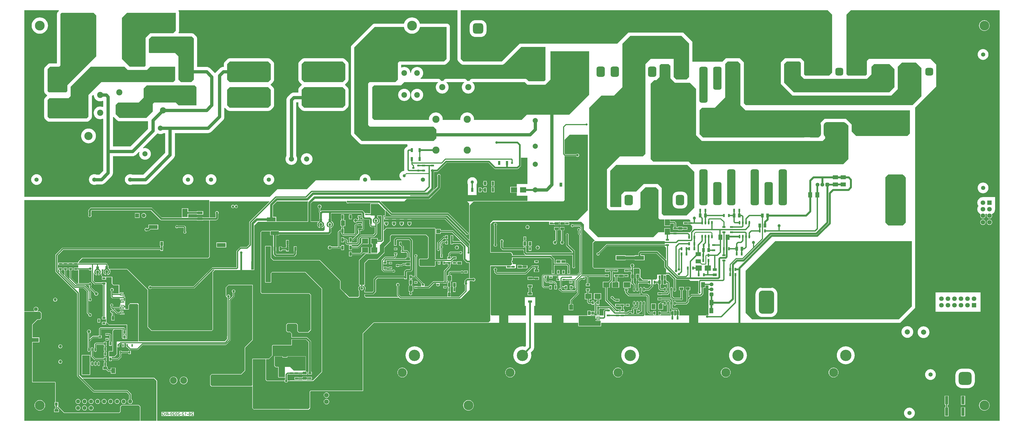
<source format=gbl>
G04*
G04 #@! TF.GenerationSoftware,Altium Limited,Altium Designer,21.0.8 (223)*
G04*
G04 Layer_Physical_Order=2*
G04 Layer_Color=16711680*
%FSLAX25Y25*%
%MOIN*%
G70*
G04*
G04 #@! TF.SameCoordinates,62C4E7E2-AFE0-4541-AB1A-96B31376B225*
G04*
G04*
G04 #@! TF.FilePolarity,Positive*
G04*
G01*
G75*
%ADD12C,0.01000*%
%ADD16C,0.01200*%
%ADD22R,0.04000X0.06000*%
%ADD24R,0.06299X0.13780*%
%ADD25R,0.06000X0.08000*%
%ADD26R,0.02756X0.04921*%
%ADD27R,0.04921X0.02756*%
%ADD28R,0.03543X0.03150*%
%ADD29R,0.03937X0.02362*%
%ADD30R,0.04331X0.04724*%
%ADD31R,0.04900X0.12500*%
%ADD33R,0.03937X0.04724*%
%ADD34C,0.03937*%
%ADD35C,0.04724*%
%ADD36R,0.08000X0.06000*%
%ADD41R,0.07874X0.09646*%
%ADD42R,0.02362X0.03937*%
%ADD43R,0.03347X0.06299*%
%ADD44R,0.06299X0.03347*%
%ADD46R,0.06000X0.04000*%
G04:AMPARAMS|DCode=54|XSize=25.59mil|YSize=47.24mil|CornerRadius=1.92mil|HoleSize=0mil|Usage=FLASHONLY|Rotation=270.000|XOffset=0mil|YOffset=0mil|HoleType=Round|Shape=RoundedRectangle|*
%AMROUNDEDRECTD54*
21,1,0.02559,0.04341,0,0,270.0*
21,1,0.02175,0.04724,0,0,270.0*
1,1,0.00384,-0.02170,-0.01088*
1,1,0.00384,-0.02170,0.01088*
1,1,0.00384,0.02170,0.01088*
1,1,0.00384,0.02170,-0.01088*
%
%ADD54ROUNDEDRECTD54*%
%ADD55O,0.02362X0.05709*%
%ADD57R,0.03937X0.12598*%
%ADD59C,0.02000*%
%ADD98C,0.06299*%
%ADD109C,0.11024*%
%ADD119R,0.06299X0.06299*%
%ADD123C,0.09843*%
%ADD131C,0.01500*%
%ADD133C,0.02500*%
%ADD134C,0.05000*%
%ADD135C,0.03000*%
%ADD136C,0.03500*%
%ADD138R,0.05906X0.05906*%
%ADD139C,0.05906*%
G04:AMPARAMS|DCode=140|XSize=59.06mil|YSize=59.06mil|CornerRadius=14.76mil|HoleSize=0mil|Usage=FLASHONLY|Rotation=180.000|XOffset=0mil|YOffset=0mil|HoleType=Round|Shape=RoundedRectangle|*
%AMROUNDEDRECTD140*
21,1,0.05906,0.02953,0,0,180.0*
21,1,0.02953,0.05906,0,0,180.0*
1,1,0.02953,-0.01476,0.01476*
1,1,0.02953,0.01476,0.01476*
1,1,0.02953,0.01476,-0.01476*
1,1,0.02953,-0.01476,-0.01476*
%
%ADD140ROUNDEDRECTD140*%
G04:AMPARAMS|DCode=141|XSize=354.33mil|YSize=236.22mil|CornerRadius=59.06mil|HoleSize=0mil|Usage=FLASHONLY|Rotation=180.000|XOffset=0mil|YOffset=0mil|HoleType=Round|Shape=RoundedRectangle|*
%AMROUNDEDRECTD141*
21,1,0.35433,0.11811,0,0,180.0*
21,1,0.23622,0.23622,0,0,180.0*
1,1,0.11811,-0.11811,0.05906*
1,1,0.11811,0.11811,0.05906*
1,1,0.11811,0.11811,-0.05906*
1,1,0.11811,-0.11811,-0.05906*
%
%ADD141ROUNDEDRECTD141*%
G04:AMPARAMS|DCode=142|XSize=354.33mil|YSize=236.22mil|CornerRadius=59.06mil|HoleSize=0mil|Usage=FLASHONLY|Rotation=90.000|XOffset=0mil|YOffset=0mil|HoleType=Round|Shape=RoundedRectangle|*
%AMROUNDEDRECTD142*
21,1,0.35433,0.11811,0,0,90.0*
21,1,0.23622,0.23622,0,0,90.0*
1,1,0.11811,0.05906,0.11811*
1,1,0.11811,0.05906,-0.11811*
1,1,0.11811,-0.05906,-0.11811*
1,1,0.11811,-0.05906,0.11811*
%
%ADD142ROUNDEDRECTD142*%
G04:AMPARAMS|DCode=143|XSize=59.06mil|YSize=59.06mil|CornerRadius=14.76mil|HoleSize=0mil|Usage=FLASHONLY|Rotation=90.000|XOffset=0mil|YOffset=0mil|HoleType=Round|Shape=RoundedRectangle|*
%AMROUNDEDRECTD143*
21,1,0.05906,0.02953,0,0,90.0*
21,1,0.02953,0.05906,0,0,90.0*
1,1,0.02953,0.01476,0.01476*
1,1,0.02953,0.01476,-0.01476*
1,1,0.02953,-0.01476,-0.01476*
1,1,0.02953,-0.01476,0.01476*
%
%ADD143ROUNDEDRECTD143*%
%ADD144C,0.14961*%
%ADD145C,0.07874*%
G04:AMPARAMS|DCode=146|XSize=196.85mil|YSize=196.85mil|CornerRadius=49.21mil|HoleSize=0mil|Usage=FLASHONLY|Rotation=90.000|XOffset=0mil|YOffset=0mil|HoleType=Round|Shape=RoundedRectangle|*
%AMROUNDEDRECTD146*
21,1,0.19685,0.09843,0,0,90.0*
21,1,0.09843,0.19685,0,0,90.0*
1,1,0.09843,0.04921,0.04921*
1,1,0.09843,0.04921,-0.04921*
1,1,0.09843,-0.04921,-0.04921*
1,1,0.09843,-0.04921,0.04921*
%
%ADD146ROUNDEDRECTD146*%
%ADD147C,0.10630*%
%ADD148R,0.10630X0.10630*%
%ADD149C,0.17323*%
%ADD150C,0.13780*%
G04:AMPARAMS|DCode=151|XSize=551.18mil|YSize=125.98mil|CornerRadius=31.5mil|HoleSize=0mil|Usage=FLASHONLY|Rotation=270.000|XOffset=0mil|YOffset=0mil|HoleType=Round|Shape=RoundedRectangle|*
%AMROUNDEDRECTD151*
21,1,0.55118,0.06299,0,0,270.0*
21,1,0.48819,0.12598,0,0,270.0*
1,1,0.06299,-0.03150,-0.24410*
1,1,0.06299,-0.03150,0.24410*
1,1,0.06299,0.03150,0.24410*
1,1,0.06299,0.03150,-0.24410*
%
%ADD151ROUNDEDRECTD151*%
G04:AMPARAMS|DCode=152|XSize=354.33mil|YSize=125.98mil|CornerRadius=31.5mil|HoleSize=0mil|Usage=FLASHONLY|Rotation=270.000|XOffset=0mil|YOffset=0mil|HoleType=Round|Shape=RoundedRectangle|*
%AMROUNDEDRECTD152*
21,1,0.35433,0.06299,0,0,270.0*
21,1,0.29134,0.12598,0,0,270.0*
1,1,0.06299,-0.03150,-0.14567*
1,1,0.06299,-0.03150,0.14567*
1,1,0.06299,0.03150,0.14567*
1,1,0.06299,0.03150,-0.14567*
%
%ADD152ROUNDEDRECTD152*%
%ADD153C,0.07087*%
%ADD154C,0.06496*%
%ADD155R,0.07087X0.07087*%
%ADD156R,0.05906X0.05906*%
G04:AMPARAMS|DCode=157|XSize=196.85mil|YSize=196.85mil|CornerRadius=49.21mil|HoleSize=0mil|Usage=FLASHONLY|Rotation=0.000|XOffset=0mil|YOffset=0mil|HoleType=Round|Shape=RoundedRectangle|*
%AMROUNDEDRECTD157*
21,1,0.19685,0.09843,0,0,0.0*
21,1,0.09843,0.19685,0,0,0.0*
1,1,0.09843,0.04921,-0.04921*
1,1,0.09843,-0.04921,-0.04921*
1,1,0.09843,-0.04921,0.04921*
1,1,0.09843,0.04921,0.04921*
%
%ADD157ROUNDEDRECTD157*%
G04:AMPARAMS|DCode=158|XSize=314.96mil|YSize=314.96mil|CornerRadius=78.74mil|HoleSize=0mil|Usage=FLASHONLY|Rotation=90.000|XOffset=0mil|YOffset=0mil|HoleType=Round|Shape=RoundedRectangle|*
%AMROUNDEDRECTD158*
21,1,0.31496,0.15748,0,0,90.0*
21,1,0.15748,0.31496,0,0,90.0*
1,1,0.15748,0.07874,0.07874*
1,1,0.15748,0.07874,-0.07874*
1,1,0.15748,-0.07874,-0.07874*
1,1,0.15748,-0.07874,0.07874*
%
%ADD158ROUNDEDRECTD158*%
%ADD159C,0.08661*%
%ADD160C,0.09449*%
G04:AMPARAMS|DCode=161|XSize=157.48mil|YSize=157.48mil|CornerRadius=39.37mil|HoleSize=0mil|Usage=FLASHONLY|Rotation=180.000|XOffset=0mil|YOffset=0mil|HoleType=Round|Shape=RoundedRectangle|*
%AMROUNDEDRECTD161*
21,1,0.15748,0.07874,0,0,180.0*
21,1,0.07874,0.15748,0,0,180.0*
1,1,0.07874,-0.03937,0.03937*
1,1,0.07874,0.03937,0.03937*
1,1,0.07874,0.03937,-0.03937*
1,1,0.07874,-0.03937,-0.03937*
%
%ADD161ROUNDEDRECTD161*%
G04:AMPARAMS|DCode=162|XSize=157.48mil|YSize=125.98mil|CornerRadius=31.5mil|HoleSize=0mil|Usage=FLASHONLY|Rotation=90.000|XOffset=0mil|YOffset=0mil|HoleType=Round|Shape=RoundedRectangle|*
%AMROUNDEDRECTD162*
21,1,0.15748,0.06299,0,0,90.0*
21,1,0.09449,0.12598,0,0,90.0*
1,1,0.06299,0.03150,0.04724*
1,1,0.06299,0.03150,-0.04724*
1,1,0.06299,-0.03150,-0.04724*
1,1,0.06299,-0.03150,0.04724*
%
%ADD162ROUNDEDRECTD162*%
%ADD163R,0.07087X0.07087*%
%ADD164C,0.11811*%
%ADD165C,0.12598*%
G04:AMPARAMS|DCode=166|XSize=118.11mil|YSize=118.11mil|CornerRadius=29.53mil|HoleSize=0mil|Usage=FLASHONLY|Rotation=0.000|XOffset=0mil|YOffset=0mil|HoleType=Round|Shape=RoundedRectangle|*
%AMROUNDEDRECTD166*
21,1,0.11811,0.05906,0,0,0.0*
21,1,0.05906,0.11811,0,0,0.0*
1,1,0.05906,0.02953,-0.02953*
1,1,0.05906,-0.02953,-0.02953*
1,1,0.05906,-0.02953,0.02953*
1,1,0.05906,0.02953,0.02953*
%
%ADD166ROUNDEDRECTD166*%
%ADD167R,0.03937X0.03937*%
%ADD168C,0.03150*%
%ADD169C,0.05000*%
%ADD170R,0.13780X0.06299*%
%ADD171R,0.01968X0.01968*%
G04:AMPARAMS|DCode=172|XSize=35.43mil|YSize=57.09mil|CornerRadius=1.95mil|HoleSize=0mil|Usage=FLASHONLY|Rotation=0.000|XOffset=0mil|YOffset=0mil|HoleType=Round|Shape=RoundedRectangle|*
%AMROUNDEDRECTD172*
21,1,0.03543,0.05319,0,0,0.0*
21,1,0.03154,0.05709,0,0,0.0*
1,1,0.00390,0.01577,-0.02659*
1,1,0.00390,-0.01577,-0.02659*
1,1,0.00390,-0.01577,0.02659*
1,1,0.00390,0.01577,0.02659*
%
%ADD172ROUNDEDRECTD172*%
G04:AMPARAMS|DCode=173|XSize=124.02mil|YSize=57.09mil|CornerRadius=2mil|HoleSize=0mil|Usage=FLASHONLY|Rotation=0.000|XOffset=0mil|YOffset=0mil|HoleType=Round|Shape=RoundedRectangle|*
%AMROUNDEDRECTD173*
21,1,0.12402,0.05309,0,0,0.0*
21,1,0.12002,0.05709,0,0,0.0*
1,1,0.00400,0.06001,-0.02655*
1,1,0.00400,-0.06001,-0.02655*
1,1,0.00400,-0.06001,0.02655*
1,1,0.00400,0.06001,0.02655*
%
%ADD173ROUNDEDRECTD173*%
%ADD174R,0.09646X0.07874*%
%ADD175R,0.08465X0.03937*%
%ADD176R,0.08465X0.12795*%
G36*
X647638Y555118D02*
X643701Y551181D01*
X574803D01*
X572835Y549213D01*
Y534449D01*
X572835Y523622D01*
X568898Y519685D01*
X529528D01*
X527301Y517458D01*
Y453831D01*
X529856Y451275D01*
X627465D01*
X631890Y446850D01*
Y433456D01*
X627568Y429134D01*
X517717D01*
X505905Y440945D01*
Y572835D01*
X537402Y604331D01*
X582126D01*
X582582Y602431D01*
X583334Y600616D01*
X584360Y598941D01*
X585636Y597447D01*
X587130Y596171D01*
X588805Y595145D01*
X590620Y594393D01*
X592530Y593934D01*
X594488Y593780D01*
X596447Y593934D01*
X598357Y594393D01*
X600172Y595145D01*
X601847Y596171D01*
X603340Y597447D01*
X604616Y598941D01*
X605643Y600616D01*
X606394Y602431D01*
X606850Y604331D01*
X647638D01*
Y555118D01*
D02*
G37*
G36*
X232283Y598425D02*
X228346Y594488D01*
X192913D01*
X185902Y587476D01*
Y578740D01*
Y570866D01*
Y544852D01*
X184358Y543307D01*
X161417D01*
X157480Y547244D01*
X149606Y555118D01*
Y618110D01*
X157480Y625984D01*
X232283D01*
Y598425D01*
D02*
G37*
G36*
X231177Y523622D02*
Y522516D01*
X228346Y519685D01*
X118110D01*
X98425Y500000D01*
Y466535D01*
X95843Y463954D01*
X38015D01*
X35433Y466535D01*
Y492126D01*
X38386Y495079D01*
X67913D01*
X70988Y498153D01*
Y512675D01*
X101620Y543307D01*
X153543D01*
X158586Y538264D01*
X187870D01*
X192913Y543307D01*
X231177D01*
Y523622D01*
D02*
G37*
G36*
X1239056Y623149D02*
Y538386D01*
Y534332D01*
X1234296Y529571D01*
X1198033D01*
X1195988Y531616D01*
Y551301D01*
X1191065Y556224D01*
X1166461D01*
X1160311Y550075D01*
Y547244D01*
Y518943D01*
Y516854D01*
X1161788Y515377D01*
X1176794Y500371D01*
X1178271Y498894D01*
X1326772D01*
X1326772Y498894D01*
X1326772Y498894D01*
X1329603D01*
X1339689Y508980D01*
Y543307D01*
X1345952Y549571D01*
X1360789D01*
X1367752Y549571D01*
X1375984Y541339D01*
Y498032D01*
X1362205Y484252D01*
X1106299D01*
X1103468Y487083D01*
Y550075D01*
X1097319Y556224D01*
X1075909D01*
X1070866Y551017D01*
X1024728D01*
Y581571D01*
X1010705Y595594D01*
X926303D01*
X909449Y578740D01*
X759842D01*
X732283Y551181D01*
X673228D01*
X669291Y555118D01*
Y629921D01*
X1232283D01*
X1239056Y623149D01*
D02*
G37*
G36*
X1019685Y578740D02*
Y551017D01*
Y527559D01*
X1015748Y523622D01*
X1000000D01*
X996063Y527559D01*
Y544413D01*
Y555118D01*
X960630D01*
X952756Y547244D01*
Y409449D01*
X948819Y405512D01*
X913386D01*
X904035Y396161D01*
X904035Y396161D01*
X895178Y387304D01*
X895178Y387304D01*
X893701Y385827D01*
Y383738D01*
Y328861D01*
Y326772D01*
X895178Y325294D01*
X896161Y324312D01*
X897638Y322835D01*
X940945D01*
X944882Y326772D01*
Y350394D01*
X952756Y358268D01*
X968504D01*
X972441Y354331D01*
Y317792D01*
Y311024D01*
X974409Y309055D01*
X981684D01*
Y298908D01*
X990757D01*
Y302699D01*
X996175D01*
X996400Y302474D01*
Y297253D01*
X994971D01*
Y293298D01*
X1001092D01*
Y293613D01*
X1002306D01*
Y292613D01*
X1009505D01*
Y293613D01*
X1010719D01*
Y293298D01*
X1016840D01*
Y297253D01*
X1010719D01*
Y296876D01*
X1009505D01*
Y297813D01*
X1002306D01*
Y296876D01*
X1001092D01*
Y297253D01*
X999663D01*
Y303150D01*
X999539Y303774D01*
X999185Y304303D01*
X998004Y305484D01*
X997475Y305838D01*
X996850Y305962D01*
X990757D01*
Y309055D01*
X1019685D01*
X1021653Y307087D01*
Y305128D01*
X1018593D01*
Y304781D01*
X1016840D01*
Y305128D01*
X1010719D01*
Y301172D01*
X1016840D01*
Y301518D01*
X1018593D01*
Y301172D01*
X1021653D01*
Y300984D01*
X1024114Y298524D01*
Y292440D01*
X1020899Y289224D01*
X1001092D01*
Y289380D01*
X994971D01*
Y289224D01*
X990757D01*
Y295580D01*
X981684D01*
Y289224D01*
X972295D01*
X964567Y281496D01*
X879921D01*
X866142Y295276D01*
Y480315D01*
X884874Y499047D01*
X904559D01*
X917323Y511811D01*
Y578740D01*
X929134Y590551D01*
X1007874D01*
X1019685Y578740D01*
D02*
G37*
G36*
X377953Y547244D02*
Y523622D01*
X374016Y519685D01*
X314961D01*
X311024Y523622D01*
Y547244D01*
X314961Y551181D01*
X374016D01*
X377953Y547244D01*
D02*
G37*
G36*
X259842Y586614D02*
Y523622D01*
X255906Y519685D01*
X240158D01*
X236221Y523622D01*
Y559055D01*
X231177Y564098D01*
X191807D01*
X190945Y564961D01*
Y585387D01*
X195002Y589445D01*
X257012D01*
X259842Y586614D01*
D02*
G37*
G36*
X866142Y500000D02*
X835630Y469488D01*
X784703D01*
X783465Y469610D01*
X782226Y469488D01*
X770669D01*
X762795Y461614D01*
X689969D01*
X689630Y461981D01*
X689678Y462598D01*
X689548Y464248D01*
X689162Y465857D01*
X688529Y467385D01*
X687664Y468796D01*
X686590Y470054D01*
X685332Y471129D01*
X683921Y471993D01*
X682392Y472627D01*
X680783Y473013D01*
X679134Y473143D01*
X677484Y473013D01*
X675876Y472627D01*
X674347Y471993D01*
X672936Y471129D01*
X671678Y470054D01*
X670603Y468796D01*
X669739Y467385D01*
X669106Y465857D01*
X668719Y464248D01*
X668589Y462598D01*
X668638Y461981D01*
X668299Y461614D01*
X641937D01*
X641598Y461981D01*
X641647Y462598D01*
X641517Y464248D01*
X641131Y465857D01*
X640497Y467385D01*
X639633Y468796D01*
X638558Y470054D01*
X637300Y471129D01*
X635889Y471993D01*
X634361Y472627D01*
X632752Y473013D01*
X631102Y473143D01*
X629453Y473013D01*
X627844Y472627D01*
X626315Y471993D01*
X624905Y471129D01*
X623646Y470054D01*
X622572Y468796D01*
X621707Y467385D01*
X621074Y465857D01*
X620688Y464248D01*
X620558Y462598D01*
X620607Y461981D01*
X620267Y461614D01*
X536417D01*
X533465Y464567D01*
Y511811D01*
X536295Y514642D01*
X577634D01*
X582677Y519685D01*
X634438D01*
X634606Y519214D01*
X633957Y518681D01*
X632741Y517200D01*
X631839Y515511D01*
X631282Y513678D01*
X631095Y511772D01*
X631282Y509865D01*
X631839Y508032D01*
X632741Y506343D01*
X633957Y504862D01*
X635437Y503647D01*
X637127Y502744D01*
X638960Y502188D01*
X640866Y502000D01*
X642772Y502188D01*
X644605Y502744D01*
X646295Y503647D01*
X647776Y504862D01*
X648991Y506343D01*
X649894Y508032D01*
X650450Y509865D01*
X650638Y511772D01*
X650450Y513678D01*
X649894Y515511D01*
X648991Y517200D01*
X647776Y518681D01*
X647126Y519214D01*
X647294Y519685D01*
X667323D01*
X667323Y519685D01*
X674438D01*
X674606Y519214D01*
X673957Y518681D01*
X672741Y517200D01*
X671839Y515511D01*
X671282Y513678D01*
X671095Y511772D01*
X671282Y509865D01*
X671839Y508032D01*
X672741Y506343D01*
X673957Y504862D01*
X675437Y503647D01*
X677127Y502744D01*
X678960Y502188D01*
X680866Y502000D01*
X682772Y502188D01*
X684606Y502744D01*
X686295Y503647D01*
X687776Y504862D01*
X688991Y506343D01*
X689894Y508032D01*
X690450Y509865D01*
X690638Y511772D01*
X690450Y513678D01*
X689894Y515511D01*
X688991Y517200D01*
X687776Y518681D01*
X687126Y519214D01*
X687294Y519685D01*
X767717Y519685D01*
X771654Y515748D01*
X799213D01*
X807087Y523622D01*
X807087Y566929D01*
X866142D01*
Y500000D01*
D02*
G37*
G36*
X1190945Y549213D02*
Y529528D01*
X1195983Y524489D01*
X1292206D01*
X1299213Y531496D01*
Y543307D01*
X1303150Y547244D01*
X1326772D01*
X1334646Y539370D01*
Y511811D01*
X1326772Y503937D01*
X1180360D01*
X1165354Y518943D01*
Y547244D01*
X1169291Y551181D01*
X1188976D01*
X1190945Y549213D01*
D02*
G37*
G36*
X110236Y622047D02*
Y559055D01*
X65945Y514764D01*
Y505905D01*
X63976Y503937D01*
X37402D01*
X35433Y505905D01*
Y539370D01*
X39370Y543307D01*
X53150D01*
X55118Y545276D01*
Y624016D01*
X57087Y625984D01*
X106299D01*
X110236Y622047D01*
D02*
G37*
G36*
X263779Y511811D02*
Y484252D01*
X263442Y483914D01*
X236558D01*
X232283Y488189D01*
X198819D01*
X196850Y486221D01*
Y474409D01*
X187008Y464567D01*
X145669D01*
X139764Y470472D01*
Y484252D01*
X143701Y488189D01*
X175197D01*
X183071Y496063D01*
Y509842D01*
X187870Y514642D01*
X260949D01*
X263779Y511811D01*
D02*
G37*
G36*
X664248Y555118D02*
X664420Y553813D01*
X664924Y552597D01*
X665725Y551552D01*
X669662Y547615D01*
X670707Y546814D01*
X671923Y546310D01*
X673228Y546138D01*
X732283D01*
X733589Y546310D01*
X734805Y546814D01*
X735850Y547615D01*
X761932Y573697D01*
X799213D01*
Y522880D01*
X797124Y520791D01*
X773742D01*
X771283Y523251D01*
X771283Y523251D01*
X770238Y524052D01*
X769022Y524556D01*
X767717Y524728D01*
X687294Y524728D01*
X686845Y524669D01*
X686392Y524647D01*
X686195Y524583D01*
X685989Y524556D01*
X685570Y524383D01*
X685138Y524244D01*
X684964Y524132D01*
X684773Y524052D01*
X684413Y523776D01*
X684032Y523531D01*
X683893Y523377D01*
X683728Y523251D01*
X683452Y522891D01*
X683148Y522555D01*
X683053Y522371D01*
X682927Y522207D01*
X682753Y521788D01*
X682546Y521384D01*
X682544Y521378D01*
X680866Y521543D01*
X679188Y521378D01*
X679186Y521384D01*
X678979Y521787D01*
X678805Y522207D01*
X678679Y522371D01*
X678585Y522555D01*
X678280Y522891D01*
X678004Y523251D01*
X677840Y523377D01*
X677701Y523530D01*
X677319Y523776D01*
X676959Y524052D01*
X676768Y524132D01*
X676594Y524244D01*
X676162Y524383D01*
X675743Y524556D01*
X675538Y524583D01*
X675341Y524647D01*
X674888Y524669D01*
X674438Y524728D01*
X667323D01*
X667323Y524728D01*
X647294D01*
X646845Y524669D01*
X646392Y524647D01*
X646195Y524583D01*
X645989Y524556D01*
X645570Y524383D01*
X645138Y524244D01*
X644964Y524132D01*
X644773Y524052D01*
X644413Y523776D01*
X644032Y523531D01*
X643893Y523377D01*
X643728Y523251D01*
X643452Y522891D01*
X643148Y522555D01*
X643053Y522371D01*
X642927Y522207D01*
X642753Y521788D01*
X642546Y521384D01*
X642544Y521378D01*
X640866Y521543D01*
X639188Y521378D01*
X639186Y521384D01*
X638979Y521788D01*
X638805Y522207D01*
X638679Y522371D01*
X638585Y522555D01*
X638280Y522891D01*
X638004Y523251D01*
X637840Y523377D01*
X637701Y523531D01*
X637319Y523776D01*
X636959Y524052D01*
X636768Y524132D01*
X636594Y524244D01*
X636162Y524383D01*
X635743Y524556D01*
X635538Y524583D01*
X635341Y524647D01*
X634888Y524669D01*
X634438Y524728D01*
X607933D01*
X607646Y525474D01*
X607644Y525728D01*
X608992Y526835D01*
X610158Y528256D01*
X611024Y529877D01*
X611558Y531635D01*
X611738Y533465D01*
X611558Y535294D01*
X611024Y537053D01*
X610158Y538673D01*
X608992Y540094D01*
X607571Y541260D01*
X605950Y542127D01*
X604191Y542660D01*
X602362Y542840D01*
X600533Y542660D01*
X598774Y542127D01*
X597153Y541260D01*
X595732Y540094D01*
X594566Y538673D01*
X593700Y537053D01*
X593166Y535294D01*
X593022Y533828D01*
X592017D01*
X591873Y535294D01*
X591339Y537053D01*
X590473Y538673D01*
X589307Y540094D01*
X587886Y541260D01*
X586265Y542127D01*
X584506Y542660D01*
X582677Y542840D01*
X580848Y542660D01*
X579089Y542127D01*
X578735Y541938D01*
X577878Y542452D01*
Y546138D01*
X643701D01*
X645006Y546310D01*
X646222Y546814D01*
X647267Y547615D01*
X651204Y551552D01*
X652005Y552597D01*
X652509Y553813D01*
X652681Y555118D01*
Y604331D01*
X652509Y605636D01*
X652005Y606852D01*
X651204Y607897D01*
X650159Y608698D01*
X648943Y609202D01*
X647638Y609374D01*
X606850D01*
X606785Y609365D01*
X606718Y609372D01*
X606590Y609352D01*
X606394Y610168D01*
X605643Y611983D01*
X604616Y613658D01*
X603340Y615151D01*
X601847Y616427D01*
X600172Y617454D01*
X598357Y618205D01*
X596447Y618664D01*
X594488Y618818D01*
X592530Y618664D01*
X590620Y618205D01*
X588805Y617454D01*
X587130Y616427D01*
X585636Y615151D01*
X584360Y613658D01*
X583334Y611983D01*
X582582Y610168D01*
X582386Y609352D01*
X582258Y609372D01*
X582192Y609365D01*
X582126Y609374D01*
X537402D01*
X536096Y609202D01*
X534880Y608698D01*
X533836Y607897D01*
X502340Y576401D01*
X501538Y575356D01*
X501034Y574140D01*
X500862Y572835D01*
Y440945D01*
X501034Y439640D01*
X501538Y438423D01*
X502340Y437379D01*
X514150Y425568D01*
X515195Y424766D01*
X516411Y424263D01*
X517717Y424091D01*
X586960D01*
X587716Y423504D01*
Y421006D01*
X587447Y420924D01*
X586405Y420367D01*
X585491Y419618D01*
X585491Y419617D01*
X584319Y418446D01*
X583570Y417532D01*
X583013Y416490D01*
X582669Y415359D01*
X582554Y414183D01*
Y385030D01*
X582669Y383854D01*
X581895Y383305D01*
X581234Y383240D01*
X579846Y382819D01*
X578567Y382135D01*
X577446Y381215D01*
X576526Y380094D01*
X575843Y378815D01*
X575421Y377428D01*
X575279Y375984D01*
X575421Y374541D01*
X575843Y373153D01*
X576526Y371874D01*
X577446Y370753D01*
X578379Y369987D01*
X578230Y369264D01*
X578066Y368987D01*
X531563D01*
X530891Y369728D01*
X530926Y370079D01*
X530766Y371696D01*
X530295Y373250D01*
X529529Y374683D01*
X528498Y375939D01*
X527242Y376970D01*
X525809Y377736D01*
X524255Y378207D01*
X522638Y378367D01*
X521021Y378207D01*
X519466Y377736D01*
X518033Y376970D01*
X516777Y375939D01*
X515747Y374683D01*
X514981Y373250D01*
X514509Y371696D01*
X514350Y370079D01*
X514384Y369728D01*
X513713Y368987D01*
X447075D01*
X433296Y355208D01*
X388020D01*
X376395Y343583D01*
X283792D01*
X283465Y343626D01*
X0D01*
Y629921D01*
X52477D01*
X52891Y628921D01*
X51552Y627582D01*
X50751Y626537D01*
X50247Y625321D01*
X50075Y624016D01*
Y548350D01*
X39370D01*
X38065Y548178D01*
X36849Y547675D01*
X35804Y546873D01*
X31867Y542936D01*
X31066Y541892D01*
X30562Y540675D01*
X30390Y539370D01*
Y505905D01*
X30562Y504600D01*
X31066Y503384D01*
X31867Y502340D01*
X33836Y500371D01*
X34631Y499760D01*
X34778Y498893D01*
X34726Y498551D01*
X31867Y495692D01*
X31066Y494648D01*
X30562Y493431D01*
X30390Y492126D01*
Y466535D01*
X30562Y465230D01*
X31066Y464014D01*
X31867Y462969D01*
X34449Y460388D01*
X35493Y459586D01*
X36710Y459082D01*
X38015Y458911D01*
X95843D01*
X97149Y459082D01*
X98365Y459586D01*
X99410Y460388D01*
X101991Y462969D01*
X102793Y464014D01*
X103296Y465230D01*
X103468Y466535D01*
Y497911D01*
X105383Y499825D01*
X106424Y499453D01*
X106558Y498094D01*
X107114Y496261D01*
X108017Y494571D01*
X109232Y493090D01*
X110713Y491875D01*
X112402Y490972D01*
X114235Y490416D01*
X116142Y490229D01*
X118048Y490416D01*
X119830Y490957D01*
X120012Y490997D01*
X120830Y490507D01*
Y481934D01*
X120012Y481444D01*
X119830Y481484D01*
X118048Y482025D01*
X116142Y482212D01*
X114235Y482025D01*
X112402Y481469D01*
X110713Y480566D01*
X109232Y479350D01*
X108017Y477870D01*
X107114Y476180D01*
X106558Y474347D01*
X106370Y472441D01*
X106558Y470535D01*
X107114Y468702D01*
X108017Y467012D01*
X109232Y465531D01*
X110713Y464316D01*
X112402Y463413D01*
X114235Y462857D01*
X116142Y462670D01*
X118048Y462857D01*
X119830Y463398D01*
X120012Y463438D01*
X120830Y462948D01*
Y413386D01*
Y383456D01*
X114989Y377615D01*
X110681D01*
X110455Y377736D01*
X108900Y378207D01*
X107283Y378367D01*
X105667Y378207D01*
X104112Y377736D01*
X102679Y376970D01*
X101423Y375939D01*
X100392Y374683D01*
X99626Y373250D01*
X99155Y371696D01*
X98996Y370079D01*
X99155Y368462D01*
X99626Y366907D01*
X100392Y365474D01*
X101423Y364218D01*
X102679Y363188D01*
X104112Y362422D01*
X105667Y361950D01*
X107283Y361791D01*
X108900Y361950D01*
X110455Y362422D01*
X110681Y362543D01*
X118110D01*
X119580Y362687D01*
X120994Y363116D01*
X122297Y363812D01*
X123439Y364750D01*
X133695Y375006D01*
X134632Y376148D01*
X135329Y377451D01*
X135758Y378864D01*
X135902Y380335D01*
Y405850D01*
X165781D01*
X167251Y405994D01*
X168665Y406423D01*
X169968Y407120D01*
X171110Y408057D01*
X175593Y412540D01*
X176477Y412010D01*
X176232Y411201D01*
X176059Y409449D01*
X176232Y407697D01*
X176743Y406012D01*
X177573Y404460D01*
X178689Y403099D01*
X180050Y401982D01*
X181603Y401152D01*
X183287Y400641D01*
X185039Y400469D01*
X186791Y400641D01*
X188476Y401152D01*
X190029Y401982D01*
X191389Y403099D01*
X192506Y404460D01*
X193336Y406012D01*
X193847Y407697D01*
X194020Y409449D01*
X193847Y411201D01*
X193336Y412885D01*
X192506Y414438D01*
X191389Y415799D01*
X190029Y416916D01*
X188476Y417745D01*
X186791Y418257D01*
X185039Y418429D01*
X183287Y418257D01*
X182478Y418011D01*
X181948Y418895D01*
X202553Y439501D01*
X203491Y440643D01*
X203493Y440646D01*
X204450Y440937D01*
X205225Y440522D01*
X206909Y440011D01*
X208661Y439839D01*
X210413Y440011D01*
X212098Y440522D01*
X213521Y441283D01*
X215865D01*
Y411136D01*
X182344Y377615D01*
X165799D01*
X165573Y377736D01*
X164018Y378207D01*
X162402Y378367D01*
X160785Y378207D01*
X159230Y377736D01*
X157797Y376970D01*
X156541Y375939D01*
X155510Y374683D01*
X154745Y373250D01*
X154273Y371696D01*
X154114Y370079D01*
X154273Y368462D01*
X154745Y366907D01*
X155510Y365474D01*
X156541Y364218D01*
X157797Y363188D01*
X159230Y362422D01*
X160785Y361950D01*
X162402Y361791D01*
X164018Y361950D01*
X165573Y362422D01*
X165799Y362543D01*
X185466D01*
X186936Y362687D01*
X188350Y363116D01*
X189653Y363812D01*
X190795Y364750D01*
X228730Y402685D01*
X229668Y403827D01*
X230364Y405130D01*
X230793Y406544D01*
X230938Y408014D01*
Y441283D01*
X281496D01*
X282966Y441427D01*
X284380Y441856D01*
X285683Y442553D01*
X286825Y443490D01*
X304542Y461206D01*
X305479Y462349D01*
X306175Y463651D01*
X306604Y465065D01*
X306749Y466535D01*
Y479983D01*
X307749Y480395D01*
X311395Y476749D01*
X312439Y475948D01*
X313655Y475444D01*
X314961Y475272D01*
X374016D01*
X375321Y475444D01*
X376537Y475948D01*
X377582Y476749D01*
X381519Y480686D01*
X382320Y481730D01*
X382824Y482947D01*
X382996Y484252D01*
Y507874D01*
X382824Y509179D01*
X382320Y510396D01*
X381519Y511440D01*
X377875Y515084D01*
X377687Y515748D01*
X377875Y516412D01*
X381519Y520056D01*
X382320Y521101D01*
X382824Y522317D01*
X382996Y523622D01*
Y547244D01*
X382824Y548549D01*
X382320Y549766D01*
X381519Y550810D01*
X377582Y554747D01*
X376537Y555549D01*
X375321Y556052D01*
X374016Y556224D01*
X314961D01*
X313655Y556052D01*
X312439Y555549D01*
X311395Y554747D01*
X307458Y550810D01*
X306656Y549766D01*
X306152Y548549D01*
X305980Y547244D01*
Y542969D01*
X305118D01*
X303648Y542825D01*
X302234Y542396D01*
X300931Y541699D01*
X299789Y540762D01*
X293884Y534857D01*
X293114Y533919D01*
X291963Y533656D01*
X284857Y540762D01*
X283715Y541699D01*
X282412Y542396D01*
X280998Y542825D01*
X279528Y542969D01*
X264886D01*
Y586614D01*
X264714Y587919D01*
X264210Y589136D01*
X263409Y590180D01*
X260578Y593011D01*
X259533Y593813D01*
X258317Y594316D01*
X257012Y594488D01*
X236825D01*
X236332Y595488D01*
X236651Y595904D01*
X237155Y597120D01*
X237327Y598425D01*
Y625984D01*
X237155Y627289D01*
X236651Y628506D01*
X236332Y628921D01*
X236825Y629921D01*
X664248D01*
Y555118D01*
D02*
G37*
G36*
X377953Y507874D02*
Y484252D01*
X374016Y480315D01*
X314961D01*
X311024Y484252D01*
Y507874D01*
X314961Y511811D01*
X374016D01*
X377953Y507874D01*
D02*
G37*
G36*
X1098425Y547244D02*
Y484252D01*
X1106299Y476378D01*
X1358268D01*
Y440945D01*
X1354331Y437008D01*
X1275591D01*
X1268823Y443776D01*
Y454732D01*
X1267717Y455838D01*
X1267346Y456322D01*
X1263409Y460259D01*
X1262925Y460630D01*
X1260254Y463301D01*
X1227398D01*
X1221260Y457163D01*
Y454637D01*
X1221125Y454073D01*
X1220990Y452362D01*
Y440551D01*
X1221125Y438840D01*
X1221260Y438277D01*
Y437795D01*
X1218110Y434646D01*
X1205329D01*
X1205083Y435146D01*
X1205592Y435809D01*
X1206146Y437147D01*
X1206335Y438583D01*
Y452756D01*
X1206146Y454192D01*
X1205592Y455530D01*
X1204710Y456678D01*
X1203561Y457560D01*
X1202223Y458114D01*
X1200787Y458303D01*
X1199352Y458114D01*
X1198014Y457560D01*
X1196865Y456678D01*
X1195983Y455530D01*
X1195429Y454192D01*
X1195240Y452756D01*
Y438583D01*
X1195429Y437147D01*
X1195983Y435809D01*
X1196492Y435146D01*
X1196245Y434646D01*
X1040990D01*
X1035279Y440357D01*
X1035433Y440511D01*
Y476378D01*
X1039370Y480315D01*
X1059055D01*
X1062992Y484252D01*
X1074803Y496063D01*
Y547244D01*
X1078740Y551181D01*
X1094488D01*
X1098425Y547244D01*
D02*
G37*
G36*
X142103Y461001D02*
X143148Y460199D01*
X144364Y459696D01*
X145669Y459524D01*
X187008D01*
X188313Y459696D01*
X188688Y459851D01*
X189688Y459183D01*
Y447951D01*
X162659Y420922D01*
X135902D01*
Y465788D01*
X136902Y466202D01*
X142103Y461001D01*
D02*
G37*
G36*
X864173Y322835D02*
X848425Y307087D01*
X718504D01*
X714567Y303150D01*
Y257874D01*
X746063D01*
X748032Y255906D01*
Y246072D01*
X746939D01*
Y242116D01*
X748032D01*
Y240158D01*
X746063Y238189D01*
X745187D01*
Y238198D01*
X739065D01*
Y238189D01*
X714567D01*
Y153543D01*
X712082Y151059D01*
X536236D01*
X535777Y150868D01*
X535318Y150409D01*
X535101D01*
X518882Y134191D01*
Y46441D01*
X518696Y46256D01*
X438841D01*
X437583Y44998D01*
Y20260D01*
X435207Y17885D01*
X352530D01*
X352362Y17717D01*
X350394Y19685D01*
Y53150D01*
X350394Y92520D01*
Y94488D01*
X370079D01*
Y62992D01*
X372047Y61024D01*
X398984D01*
X399072Y60353D01*
X399331Y59728D01*
X399743Y59192D01*
X400280Y58780D01*
X400904Y58521D01*
X401575Y58433D01*
X402245Y58521D01*
X402870Y58780D01*
X403407Y59192D01*
X403818Y59728D01*
X404077Y60353D01*
X404166Y61024D01*
X442913D01*
X450787Y68898D01*
X456693Y74803D01*
Y202756D01*
X431102Y228346D01*
X379921D01*
X377953Y226378D01*
Y212598D01*
X370079D01*
Y267717D01*
X377953D01*
Y250000D01*
X381890Y246063D01*
X452756D01*
X484252Y214567D01*
Y202756D01*
X491634Y195374D01*
X498032Y188976D01*
X511811D01*
X513779Y190945D01*
Y199773D01*
X513599Y199973D01*
X512992Y201214D01*
X512750Y202573D01*
X512892Y203947D01*
X513406Y205229D01*
X514253Y206320D01*
X515368Y207136D01*
X516016Y207374D01*
X516023Y205175D01*
X516023Y205175D01*
X515663Y204878D01*
X515434Y204573D01*
X515606Y204224D01*
X515473Y204051D01*
X515214Y203426D01*
X515126Y202756D01*
X515214Y202085D01*
X515473Y201461D01*
X515885Y200924D01*
X516421Y200512D01*
X517046Y200254D01*
X517717Y200165D01*
X518387Y200254D01*
X519012Y200512D01*
X519548Y200924D01*
X519960Y201461D01*
X520219Y202085D01*
X520307Y202756D01*
X520219Y203426D01*
X519960Y204051D01*
X519827Y204224D01*
X519999Y204573D01*
X519770Y204878D01*
X519410Y205175D01*
X519421Y207372D01*
X520069Y207133D01*
X521183Y206316D01*
X522029Y205225D01*
X522542Y203942D01*
X522683Y202569D01*
X522439Y201209D01*
X521831Y199969D01*
X521654Y199773D01*
Y190945D01*
X523622Y188976D01*
X574555D01*
X576122Y187409D01*
X669692D01*
X683071Y200787D01*
Y214649D01*
X687215D01*
X687681Y214292D01*
X688306Y214033D01*
X688976Y213945D01*
X689647Y214033D01*
X690272Y214292D01*
X690808Y214704D01*
X691220Y215240D01*
X691479Y215865D01*
X691567Y216535D01*
X691479Y217206D01*
X691220Y217831D01*
X690808Y218367D01*
X690272Y218779D01*
X689647Y219038D01*
X688976Y219126D01*
X688306Y219038D01*
X687681Y218779D01*
X687215Y218422D01*
X683071D01*
Y256906D01*
X683151Y257026D01*
X683320Y257874D01*
X683151Y258723D01*
X683071Y258842D01*
Y330709D01*
X688976Y336614D01*
X826772D01*
X828740Y338583D01*
Y406104D01*
X846244D01*
X846593Y405648D01*
X847130Y405237D01*
X847755Y404978D01*
X848425Y404890D01*
X849096Y404978D01*
X849720Y405237D01*
X850257Y405648D01*
X850669Y406185D01*
X850928Y406810D01*
X851016Y407480D01*
X850928Y408151D01*
X850669Y408776D01*
X850257Y409312D01*
X849720Y409724D01*
X849096Y409983D01*
X848425Y410071D01*
X847755Y409983D01*
X847130Y409724D01*
X846593Y409312D01*
X846244Y408857D01*
X829310D01*
X828740Y409427D01*
Y431102D01*
X836614Y438976D01*
X864173D01*
Y322835D01*
D02*
G37*
G36*
X991020Y544413D02*
Y525470D01*
X997911Y518579D01*
X1013642D01*
X1020791Y518579D01*
X1030236Y509134D01*
Y491339D01*
Y438268D01*
X1039370Y429134D01*
X1224409D01*
X1228347Y433071D01*
Y452756D01*
X1232283Y456693D01*
X1259842D01*
X1263780Y452756D01*
Y401575D01*
X1255906Y393701D01*
X1022880D01*
X1018943Y397638D01*
X964567D01*
X960630Y401575D01*
Y517323D01*
X965827Y522520D01*
X969376D01*
X974409Y527553D01*
Y545276D01*
X976378Y547244D01*
X988189D01*
X991020Y544413D01*
D02*
G37*
G36*
X771654Y363268D02*
X755138D01*
Y358868D01*
X745365D01*
Y349794D01*
X755138D01*
Y345394D01*
X771654D01*
Y337264D01*
X688976D01*
X688517Y337073D01*
X688058Y336614D01*
X679134D01*
X682268Y333480D01*
Y277746D01*
X681806Y277554D01*
X647003Y312357D01*
X646391Y312766D01*
X645669Y312910D01*
X593612D01*
Y313002D01*
X587491D01*
Y312910D01*
X581801D01*
Y313002D01*
X575679D01*
Y312910D01*
X569990D01*
Y313002D01*
X563869D01*
Y312910D01*
X558179D01*
Y313002D01*
X552058D01*
Y309046D01*
X558179D01*
Y309137D01*
X563869D01*
Y309046D01*
X569990D01*
Y309137D01*
X575679D01*
Y309046D01*
X581801D01*
Y309137D01*
X587491D01*
Y309046D01*
X593612D01*
Y309137D01*
X644888D01*
X682268Y271757D01*
Y267955D01*
X681768Y267748D01*
X657811Y291705D01*
X657282Y292058D01*
X656658Y292182D01*
X638474D01*
Y294104D01*
X631368D01*
Y286998D01*
X638474D01*
Y288920D01*
X655982D01*
X668893Y276008D01*
X668686Y275508D01*
X657490D01*
Y276683D01*
X657398D01*
Y278435D01*
X657490D01*
Y284557D01*
X653534D01*
Y278435D01*
X653626D01*
Y276683D01*
X653534D01*
Y270561D01*
X657490D01*
Y271736D01*
X668510D01*
X673311Y266935D01*
Y248031D01*
X673454Y247310D01*
X673863Y246698D01*
X677800Y242761D01*
X678412Y242352D01*
X679134Y242208D01*
X682268D01*
Y218422D01*
X679134D01*
X678412Y218278D01*
X677800Y217869D01*
X675832Y215901D01*
X675423Y215289D01*
X675279Y214567D01*
Y212391D01*
X674922Y211925D01*
X674663Y211300D01*
X674575Y210630D01*
X674663Y209959D01*
X674922Y209335D01*
X675333Y208798D01*
X675789Y208449D01*
Y199389D01*
X666753Y190353D01*
X654084D01*
Y197327D01*
X653795D01*
X653553Y197727D01*
Y203848D01*
X652920D01*
Y205061D01*
X654112D01*
Y212261D01*
X652888D01*
Y213904D01*
X655580D01*
Y223104D01*
X653357D01*
Y226213D01*
X654113Y226970D01*
X669564D01*
X669692Y226779D01*
X670411Y226298D01*
X671260Y226129D01*
X672108Y226298D01*
X672828Y226779D01*
X672956Y226970D01*
X674105D01*
Y226368D01*
X680226D01*
Y230324D01*
X674105D01*
Y229723D01*
X672956D01*
X672828Y229914D01*
X672108Y230395D01*
X671260Y230564D01*
X670411Y230395D01*
X669692Y229914D01*
X669564Y229723D01*
X653543D01*
X653543Y229723D01*
X653017Y229618D01*
X652570Y229320D01*
X652570Y229320D01*
X651007Y227757D01*
X650709Y227310D01*
X650604Y226783D01*
Y223104D01*
X648380D01*
Y213904D01*
X650135D01*
Y212261D01*
X648912D01*
Y205061D01*
X650167D01*
Y203848D01*
X649597D01*
Y197727D01*
X649354Y197327D01*
X648884D01*
Y190353D01*
X577342D01*
X574211Y193483D01*
Y206480D01*
X574667Y206830D01*
X575078Y207366D01*
X575337Y207991D01*
X575425Y208661D01*
X575337Y209332D01*
X575078Y209957D01*
X574667Y210493D01*
X574130Y210905D01*
X573505Y211164D01*
X572835Y211252D01*
X572164Y211164D01*
X571539Y210905D01*
X571003Y210493D01*
X570591Y209957D01*
X570332Y209332D01*
X570244Y208661D01*
X570332Y207991D01*
X570591Y207366D01*
X571003Y206830D01*
X571458Y206480D01*
Y192913D01*
X571563Y192387D01*
X571861Y191940D01*
X573560Y190241D01*
X573369Y189779D01*
X523738D01*
X522303Y191214D01*
Y193783D01*
X534449D01*
X535171Y193927D01*
X535783Y194335D01*
X538735Y197288D01*
X539144Y197900D01*
X539288Y198622D01*
Y215754D01*
X542120Y218586D01*
X582668D01*
Y217412D01*
X586624D01*
Y223533D01*
X586532D01*
Y228069D01*
X586891Y228429D01*
X592205D01*
X592927Y228572D01*
X593539Y228981D01*
X595003Y230446D01*
X595412Y231058D01*
X595555Y231779D01*
Y276410D01*
X595412Y277131D01*
X595003Y277743D01*
X591885Y280861D01*
X591273Y281270D01*
X590551Y281414D01*
X570866D01*
X570144Y281270D01*
X569532Y280861D01*
X567564Y278893D01*
X567155Y278281D01*
X567011Y277559D01*
Y274714D01*
X566920D01*
Y268593D01*
X570876D01*
Y274714D01*
X570784D01*
Y276778D01*
X571647Y277641D01*
X589770D01*
X591783Y275628D01*
Y250694D01*
X590214D01*
Y257874D01*
X590090Y258498D01*
X589736Y259028D01*
X587768Y260996D01*
X587239Y261350D01*
X586614Y261474D01*
X582785D01*
Y261624D01*
X581848D01*
Y267126D01*
X581724Y267750D01*
X581370Y268280D01*
X578750Y270900D01*
Y274714D01*
X574794D01*
Y268593D01*
X576442D01*
X578585Y266450D01*
Y261624D01*
X577648D01*
Y258061D01*
X582785D01*
Y258211D01*
X585939D01*
X586951Y257198D01*
Y250694D01*
X584983D01*
Y249215D01*
X568533D01*
X568342Y249676D01*
X570363Y251698D01*
X570363Y251698D01*
X570661Y252145D01*
X570766Y252671D01*
Y254321D01*
X571958D01*
Y257884D01*
X566821D01*
Y254321D01*
X568013D01*
Y253241D01*
X566269Y251497D01*
X553270D01*
X553270Y251497D01*
X552743Y251392D01*
X552297Y251094D01*
X552297Y251094D01*
X548178Y246975D01*
X547880Y246529D01*
X547775Y246002D01*
Y232237D01*
X547880Y231710D01*
X548178Y231264D01*
X550744Y228698D01*
X551191Y228400D01*
X551718Y228295D01*
X564785D01*
X564913Y228103D01*
X565633Y227623D01*
X566481Y227454D01*
X567330Y227623D01*
X568049Y228103D01*
X568530Y228823D01*
X568699Y229671D01*
X568530Y230520D01*
X568049Y231239D01*
X567330Y231720D01*
X566481Y231889D01*
X565633Y231720D01*
X564913Y231239D01*
X564785Y231048D01*
X552288D01*
X551523Y231812D01*
X551715Y232274D01*
X556210D01*
Y232974D01*
X558947D01*
Y232668D01*
X564084D01*
Y236230D01*
X558947D01*
Y235727D01*
X556210D01*
Y236230D01*
X550528D01*
Y240148D01*
X556210D01*
Y244104D01*
X554781D01*
Y245736D01*
X554997Y245952D01*
X584983D01*
Y245495D01*
X591783D01*
Y242694D01*
X584983D01*
Y241471D01*
X580684D01*
X580684Y241471D01*
X580157Y241366D01*
X579711Y241068D01*
X578208Y239565D01*
X574911D01*
Y239970D01*
X573592D01*
X573191Y240238D01*
X572342Y240406D01*
X571494Y240238D01*
X571094Y239970D01*
X569774D01*
Y236408D01*
X571094D01*
X571494Y236140D01*
X572342Y235972D01*
X573191Y236140D01*
X573592Y236408D01*
X574911D01*
Y236812D01*
X578779D01*
X579305Y236917D01*
X579752Y237216D01*
X581254Y238718D01*
X584983D01*
Y237494D01*
X591783D01*
Y232561D01*
X591424Y232201D01*
X586110D01*
X585388Y232058D01*
X584776Y231649D01*
X583312Y230184D01*
X582903Y229572D01*
X582759Y228851D01*
Y223533D01*
X582668D01*
Y222359D01*
X541339D01*
X540617Y222215D01*
X540005Y221806D01*
X536068Y217869D01*
X535659Y217257D01*
X535515Y216535D01*
Y199403D01*
X533668Y197555D01*
X522303D01*
Y199523D01*
X522313Y199533D01*
X522344Y199621D01*
X522414Y199683D01*
X523022Y200923D01*
X523028Y201016D01*
X523078Y201095D01*
X523322Y202454D01*
X523302Y202545D01*
X523329Y202634D01*
X523188Y204008D01*
X523144Y204090D01*
X523145Y204184D01*
X522632Y205466D01*
X522567Y205533D01*
X522543Y205623D01*
X521697Y206714D01*
X521616Y206761D01*
X521567Y206840D01*
X520651Y207512D01*
X520815Y208012D01*
X521654D01*
X522113Y208202D01*
X522303Y208661D01*
Y241857D01*
X527828Y247382D01*
X541339D01*
X541798Y247572D01*
X552233Y258007D01*
X552423Y258466D01*
Y266072D01*
X561483Y275131D01*
X561673Y275590D01*
Y283196D01*
X563261Y284784D01*
X615873D01*
X619429Y281227D01*
Y250269D01*
X617841Y248681D01*
X606299D01*
X605840Y248491D01*
X605555Y248206D01*
X605365Y247746D01*
Y238474D01*
X605555Y238015D01*
X606824Y236746D01*
X607283Y236555D01*
X628937D01*
X629396Y236746D01*
X630380Y237730D01*
X630571Y238189D01*
Y244432D01*
X634284D01*
Y239532D01*
X637846D01*
Y244432D01*
X641764D01*
Y239532D01*
X645326D01*
Y240482D01*
X648514D01*
Y240148D01*
X649943D01*
Y236490D01*
X644024Y230570D01*
X643670Y230041D01*
X643546Y229416D01*
Y214183D01*
X642609D01*
Y214033D01*
X627756D01*
X627132Y213909D01*
X626602Y213555D01*
X619403Y206356D01*
X614153D01*
X613789Y206683D01*
Y210246D01*
X612433D01*
X612162Y210650D01*
X612162Y210650D01*
X601770Y221043D01*
Y251493D01*
X601962Y251621D01*
X602442Y252340D01*
X602611Y253189D01*
X602442Y254038D01*
X601962Y254757D01*
X601242Y255238D01*
X600394Y255406D01*
X599545Y255238D01*
X598826Y254757D01*
X598345Y254038D01*
X598176Y253189D01*
X598345Y252340D01*
X598826Y251621D01*
X599017Y251493D01*
Y221849D01*
X594498D01*
Y223533D01*
X590542D01*
Y217412D01*
X594498D01*
Y219096D01*
X599824D01*
X608333Y210587D01*
X608652Y210246D01*
X608652D01*
X608652Y210246D01*
Y206683D01*
X608288Y206356D01*
X602962D01*
Y206505D01*
X597825D01*
Y202943D01*
X602962D01*
Y203093D01*
X620079D01*
X620703Y203217D01*
X621232Y203571D01*
X628432Y210770D01*
X631418D01*
X631782Y210442D01*
Y206880D01*
X633023D01*
X633470Y206581D01*
X634319Y206413D01*
X635168Y206581D01*
X635615Y206880D01*
X636919D01*
Y210442D01*
X637283Y210770D01*
X642609D01*
Y210620D01*
X647746D01*
Y214183D01*
X646808D01*
Y228741D01*
X652728Y234660D01*
X653082Y235190D01*
X653206Y235814D01*
Y240148D01*
X654635D01*
Y244104D01*
X654849Y244515D01*
X655053Y244556D01*
X655583Y244910D01*
X658695Y248022D01*
X662509D01*
Y251978D01*
X656388D01*
Y250329D01*
X655097Y249038D01*
X654635Y249230D01*
Y251978D01*
X652951D01*
Y255335D01*
X654113Y256498D01*
X667595D01*
X667723Y256306D01*
X668443Y255825D01*
X669291Y255657D01*
X670140Y255825D01*
X670859Y256306D01*
X671340Y257026D01*
X671509Y257874D01*
X671340Y258723D01*
X670859Y259442D01*
X670140Y259923D01*
X669291Y260091D01*
X668443Y259923D01*
X667723Y259442D01*
X667595Y259250D01*
X653543D01*
X653017Y259146D01*
X652570Y258847D01*
X652570Y258847D01*
X650601Y256879D01*
X650303Y256432D01*
X650198Y255906D01*
Y251978D01*
X648514D01*
Y248022D01*
X648150Y247694D01*
X630571D01*
Y295276D01*
X630380Y295735D01*
X629921Y295925D01*
X555118D01*
X554659Y295735D01*
X551306Y292382D01*
X550844Y292573D01*
Y314311D01*
X553150D01*
X553609Y314501D01*
X553799Y314961D01*
Y322748D01*
X554040Y322917D01*
X554261Y322993D01*
X561658Y315595D01*
X562270Y315187D01*
X562992Y315043D01*
X648825D01*
X677028Y286840D01*
X677085Y286553D01*
X677566Y285834D01*
X678285Y285353D01*
X679134Y285184D01*
X679982Y285353D01*
X680702Y285834D01*
X681182Y286553D01*
X681351Y287402D01*
X681182Y288250D01*
X680702Y288969D01*
X679982Y289450D01*
X679696Y289507D01*
X650940Y318263D01*
X650328Y318672D01*
X649606Y318815D01*
X563773D01*
X546437Y336152D01*
X546628Y336614D01*
X582677D01*
X586187Y340124D01*
X620079D01*
X620079Y340124D01*
X620996Y340306D01*
X621773Y340825D01*
X637521Y356573D01*
X637521Y356574D01*
X638040Y357351D01*
X638223Y358268D01*
X638223Y358268D01*
Y375057D01*
X638329Y375314D01*
X638417Y375984D01*
X638329Y376655D01*
X638070Y377280D01*
X637659Y377816D01*
X637122Y378228D01*
X636497Y378487D01*
X635827Y378575D01*
X635156Y378487D01*
X634531Y378228D01*
X633995Y377816D01*
X633583Y377280D01*
X633324Y376655D01*
X633236Y375984D01*
X633324Y375314D01*
X633431Y375057D01*
Y359260D01*
X619086Y344916D01*
X591632D01*
X591441Y345378D01*
X592092Y346029D01*
X618110D01*
X618110Y346029D01*
X619027Y346212D01*
X619804Y346731D01*
X627678Y354605D01*
X627678Y354605D01*
X628198Y355382D01*
X628380Y356299D01*
Y381880D01*
X629045D01*
Y381972D01*
X633156D01*
X633878Y382116D01*
X634490Y382524D01*
X647717Y395752D01*
X711817D01*
X720714Y386855D01*
X721325Y386446D01*
X722047Y386303D01*
X756299D01*
X757021Y386446D01*
X757633Y386855D01*
X761176Y390399D01*
X761585Y391010D01*
X761729Y391732D01*
Y403543D01*
X771654D01*
Y363268D01*
D02*
G37*
G36*
X493933Y336228D02*
X493846Y335789D01*
X494014Y334941D01*
X494495Y334221D01*
X495214Y333741D01*
X496063Y333572D01*
X496912Y333741D01*
X497155Y333903D01*
X542976D01*
X543070Y333827D01*
X543072Y333763D01*
X542762Y333327D01*
X538386Y333327D01*
X531496D01*
X531037Y333136D01*
X530643Y332743D01*
X530453Y332283D01*
Y318109D01*
X527175D01*
Y318513D01*
X522038D01*
X521788Y318910D01*
X521663Y319534D01*
X521199Y320229D01*
X519442Y321986D01*
X518747Y322451D01*
X517928Y322614D01*
X456482D01*
X455662Y322451D01*
X454968Y321986D01*
X454479Y321498D01*
X453979Y321705D01*
Y326041D01*
X454250Y326153D01*
X454869Y326627D01*
X455343Y327246D01*
X455642Y327967D01*
X455744Y328740D01*
X455642Y329514D01*
X455343Y330234D01*
X454869Y330853D01*
X454250Y331328D01*
X453529Y331626D01*
X452756Y331728D01*
X451983Y331626D01*
X451262Y331328D01*
X450643Y330853D01*
X450168Y330234D01*
X449870Y329514D01*
X449768Y328740D01*
X449870Y327967D01*
X450168Y327246D01*
X450643Y326627D01*
X451262Y326153D01*
X451532Y326041D01*
Y320684D01*
X451625Y320215D01*
X451891Y319818D01*
X452651Y319058D01*
X452583Y318715D01*
Y310049D01*
X452156D01*
Y306144D01*
X451219Y305561D01*
X451142Y305531D01*
X450943Y305504D01*
X450617Y305577D01*
X450491Y305630D01*
X450391Y305724D01*
X450270Y305721D01*
X450158Y305767D01*
X439404D01*
Y333653D01*
X442365Y336614D01*
X493616D01*
X493933Y336228D01*
D02*
G37*
G36*
X283465Y311984D02*
X274222D01*
Y312411D01*
X264558D01*
Y311984D01*
X251190D01*
Y317011D01*
X264558D01*
Y316329D01*
X269221D01*
X269390Y316307D01*
X269558Y316329D01*
X274222D01*
Y321466D01*
X269558D01*
X269390Y321488D01*
X269221Y321466D01*
X264558D01*
Y320784D01*
X251190D01*
Y325895D01*
X241526D01*
Y311984D01*
X210729D01*
X196396Y326317D01*
X195701Y326781D01*
X194882Y326944D01*
X102362D01*
X101543Y326781D01*
X100848Y326317D01*
X98880Y324349D01*
X98415Y323654D01*
X98253Y322835D01*
Y322295D01*
X98150Y322162D01*
X97891Y321537D01*
X97803Y320866D01*
X97891Y320196D01*
X98150Y319571D01*
X98253Y319437D01*
Y316389D01*
X98150Y316256D01*
X97891Y315631D01*
X97803Y314961D01*
X97891Y314290D01*
X98150Y313665D01*
X98562Y313129D01*
X99098Y312717D01*
X99723Y312458D01*
X100394Y312370D01*
X101064Y312458D01*
X101689Y312717D01*
X102226Y313129D01*
X102637Y313665D01*
X102896Y314290D01*
X102984Y314961D01*
X102896Y315631D01*
X102637Y316256D01*
X102535Y316389D01*
Y319437D01*
X102637Y319571D01*
X102896Y320196D01*
X102984Y320866D01*
X102896Y321537D01*
X102670Y322083D01*
X103249Y322662D01*
X193995D01*
X208329Y308329D01*
X209023Y307864D01*
X209842Y307701D01*
X264558D01*
Y307274D01*
X274222D01*
Y307701D01*
X283465D01*
Y251969D01*
X281496Y250000D01*
X88583D01*
X82677Y244094D01*
Y241878D01*
X81801D01*
Y242726D01*
X75679D01*
Y242125D01*
X73927D01*
Y242726D01*
X67805D01*
Y242125D01*
X66053D01*
Y242726D01*
X59931D01*
Y242125D01*
X58179D01*
Y242726D01*
X52057D01*
Y238770D01*
X58179D01*
Y239372D01*
X59931D01*
Y238770D01*
X66053D01*
Y239372D01*
X67805D01*
Y238770D01*
X73927D01*
Y239372D01*
X75679D01*
Y238770D01*
X81801D01*
Y239125D01*
X82677D01*
Y234565D01*
X81801D01*
Y234852D01*
X75679D01*
Y230896D01*
X81801D01*
Y231813D01*
X82677D01*
Y210943D01*
X80373D01*
X72243Y219074D01*
Y230896D01*
X73927D01*
Y234852D01*
X67805D01*
Y230896D01*
X69490D01*
Y218597D01*
X69266Y218444D01*
X69006Y218374D01*
X64369Y223011D01*
Y230896D01*
X66053D01*
Y234852D01*
X59931D01*
Y230896D01*
X61616D01*
Y223182D01*
X61154Y222991D01*
X56495Y227650D01*
Y230896D01*
X58179D01*
Y234852D01*
X52057D01*
Y230896D01*
X53742D01*
Y227829D01*
X53280Y227637D01*
X50844Y230073D01*
Y253261D01*
X59731Y262148D01*
X208652D01*
Y260719D01*
X212608D01*
Y262825D01*
X212679Y262931D01*
X212847Y263779D01*
X212679Y264628D01*
X212608Y264734D01*
Y266840D01*
X212230D01*
Y268054D01*
X213167D01*
Y275254D01*
X207967D01*
Y268054D01*
X208967D01*
Y266840D01*
X208652D01*
Y265411D01*
X59055D01*
X59055Y265411D01*
X58431Y265287D01*
X57902Y264933D01*
X48059Y255090D01*
X47705Y254561D01*
X47581Y253937D01*
Y229397D01*
X47705Y228773D01*
X48059Y228244D01*
X81046Y195257D01*
Y68898D01*
X81170Y68273D01*
X81524Y67744D01*
X105146Y44122D01*
X105675Y43768D01*
X106299Y43644D01*
X156805D01*
X160731Y39718D01*
Y33068D01*
X160471Y32960D01*
X159688Y32359D01*
X159087Y31576D01*
X158709Y30664D01*
X158580Y29685D01*
X158709Y28706D01*
X159087Y27794D01*
X159688Y27011D01*
X160471Y26410D01*
X161383Y26032D01*
X162362Y25903D01*
X163341Y26032D01*
X164253Y26410D01*
X165036Y27011D01*
X165638Y27794D01*
X166015Y28706D01*
X166144Y29685D01*
X166015Y30664D01*
X165638Y31576D01*
X165036Y32359D01*
X164253Y32960D01*
X163994Y33068D01*
Y40394D01*
X163869Y41018D01*
X163516Y41547D01*
X158634Y46429D01*
X158105Y46783D01*
X157480Y46907D01*
X106975D01*
X89383Y64499D01*
X89574Y64961D01*
X198819D01*
X202756Y61024D01*
Y0D01*
X177815D01*
Y21654D01*
X177625Y22113D01*
X175656Y24081D01*
X175197Y24272D01*
X149606D01*
X149147Y24081D01*
X147179Y22113D01*
X146988Y21654D01*
Y14049D01*
X145400Y12461D01*
X61293D01*
X51625Y22128D01*
X51667Y22394D01*
X51778Y22628D01*
X51781D01*
Y28553D01*
X47894D01*
Y58563D01*
X47703Y59022D01*
X47211Y59514D01*
X46752Y59705D01*
X12461D01*
Y120266D01*
X22844D01*
Y127765D01*
X12461D01*
Y147369D01*
X19954Y154862D01*
X23622D01*
X24081Y155053D01*
X26050Y157021D01*
X26240Y157480D01*
Y165354D01*
X26050Y165814D01*
X24081Y167782D01*
X23622Y167972D01*
X20089D01*
X19920Y168472D01*
X20250Y168726D01*
X20820Y169468D01*
X21178Y170332D01*
X21300Y171260D01*
X21178Y172187D01*
X20820Y173052D01*
X20250Y173794D01*
X19508Y174363D01*
X18644Y174721D01*
X17717Y174843D01*
X16789Y174721D01*
X15925Y174363D01*
X15183Y173794D01*
X14613Y173052D01*
X14255Y172187D01*
X14133Y171260D01*
X14255Y170332D01*
X14613Y169468D01*
X15183Y168726D01*
X15513Y168472D01*
X15344Y167972D01*
X0D01*
Y338583D01*
X283465D01*
Y311984D01*
D02*
G37*
G36*
X1019314Y390135D02*
X1027559Y381890D01*
Y326772D01*
X1015748Y314961D01*
X980315D01*
X977484Y317792D01*
Y357162D01*
X971335Y363311D01*
X949925D01*
X938204Y351590D01*
X920452Y351635D01*
X915590Y346773D01*
Y346477D01*
X915590Y328504D01*
X914964Y327878D01*
X899727D01*
X898744Y328861D01*
Y383738D01*
X907601Y392595D01*
X1016854D01*
X1019314Y390135D01*
D02*
G37*
G36*
X543307Y332677D02*
X553150Y322835D01*
Y314961D01*
X531496D01*
X531102Y315354D01*
Y332283D01*
X531496Y332677D01*
X538386D01*
X543307Y332677D01*
D02*
G37*
G36*
X435163Y336114D02*
X434794Y335563D01*
X434612Y334646D01*
X434612Y334646D01*
Y305767D01*
X386230D01*
Y312805D01*
X381136D01*
Y330504D01*
X387247Y336614D01*
X434896D01*
X435163Y336114D01*
D02*
G37*
G36*
X540063Y312007D02*
X541391Y311627D01*
X542562Y310895D01*
X543487Y309870D01*
X544094Y308629D01*
X544336Y307269D01*
X544195Y305895D01*
X543680Y304613D01*
X542833Y303522D01*
X541718Y302707D01*
X541070Y302468D01*
X541064Y304668D01*
X541424Y304965D01*
X541982Y305709D01*
X542281Y306590D01*
X542291Y307520D01*
X542011Y308407D01*
X541469Y309163D01*
X540719Y309713D01*
X539835Y310002D01*
X538905D01*
X538021Y309713D01*
X537271Y309163D01*
X536729Y308407D01*
X536449Y307520D01*
X536459Y306590D01*
X536758Y305709D01*
X537317Y304965D01*
X537676Y304668D01*
X537665Y302470D01*
X537665Y302470D01*
X537017Y302709D01*
X535903Y303526D01*
X535057Y304618D01*
X534544Y305900D01*
X534404Y307274D01*
X534648Y308634D01*
X535256Y309874D01*
X536182Y310898D01*
X537354Y311629D01*
X538682Y312008D01*
X540063Y312007D01*
D02*
G37*
G36*
X540370Y302087D02*
X538370D01*
Y307087D01*
X540370D01*
Y302087D01*
D02*
G37*
G36*
X1351968Y373340D02*
Y304219D01*
X1347356Y299606D01*
X1325085D01*
X1320473Y304219D01*
Y373340D01*
X1325085Y377953D01*
X1347356D01*
X1351968Y373340D01*
D02*
G37*
G36*
X469197Y306102D02*
X470525Y305721D01*
X471696Y304990D01*
X472621Y303964D01*
X473228Y302723D01*
X473470Y301364D01*
X473328Y299990D01*
X472814Y298708D01*
X471967Y297617D01*
X470852Y296801D01*
X470204Y296563D01*
X470198Y298762D01*
X470557Y299059D01*
X471116Y299803D01*
X471415Y300684D01*
X471425Y301614D01*
X471145Y302502D01*
X470603Y303258D01*
X469853Y303808D01*
X468969Y304097D01*
X468039D01*
X467155Y303808D01*
X466405Y303258D01*
X465863Y302502D01*
X465583Y301614D01*
X465593Y300684D01*
X465892Y299803D01*
X466451Y299059D01*
X466810Y298762D01*
X466799Y296565D01*
X466799Y296565D01*
X466151Y296804D01*
X465037Y297621D01*
X464191Y298712D01*
X463678Y299994D01*
X463538Y301369D01*
X463781Y302728D01*
X464390Y303968D01*
X465315Y304993D01*
X466488Y305723D01*
X467816Y306103D01*
X469197Y306102D01*
D02*
G37*
G36*
X455417D02*
X456745Y305721D01*
X457917Y304990D01*
X458842Y303964D01*
X459448Y302723D01*
X459691Y301364D01*
X459549Y299990D01*
X459035Y298708D01*
X458187Y297617D01*
X457073Y296801D01*
X456425Y296563D01*
X456418Y298762D01*
X456778Y299059D01*
X457336Y299803D01*
X457635Y300684D01*
X457645Y301614D01*
X457366Y302502D01*
X456824Y303258D01*
X456074Y303808D01*
X455190Y304097D01*
X454259D01*
X453375Y303808D01*
X452625Y303258D01*
X452083Y302502D01*
X451804Y301614D01*
X451814Y300684D01*
X452113Y299803D01*
X452671Y299059D01*
X453031Y298762D01*
X453019Y296565D01*
X453019Y296565D01*
X452372Y296804D01*
X451258Y297621D01*
X450412Y298712D01*
X449899Y299994D01*
X449758Y301369D01*
X450002Y302728D01*
X450610Y303968D01*
X451536Y304993D01*
X452708Y305723D01*
X454036Y306103D01*
X455417Y306102D01*
D02*
G37*
G36*
X469504Y296181D02*
X467504D01*
Y301181D01*
X469504D01*
Y296181D01*
D02*
G37*
G36*
X450361Y304661D02*
X450128Y304403D01*
X450097Y304316D01*
X450027Y304254D01*
X449419Y303014D01*
X449413Y302921D01*
X449363Y302842D01*
X449119Y301483D01*
X449139Y301392D01*
X449112Y301303D01*
X449253Y299929D01*
X449297Y299847D01*
X449296Y299753D01*
X449809Y298471D01*
X449874Y298404D01*
X449898Y298314D01*
X450744Y297223D01*
X450825Y297176D01*
X450874Y297097D01*
X451988Y296280D01*
X452078Y296258D01*
X452147Y296195D01*
X452794Y295955D01*
X452910Y295960D01*
X453016Y295915D01*
X453018Y295916D01*
X453019Y295915D01*
X453150Y295969D01*
X453288Y295975D01*
X453291Y295975D01*
X453370Y296059D01*
X453476Y296103D01*
X453477Y296105D01*
X453479Y296105D01*
X453479Y296108D01*
X453533Y296236D01*
X453629Y296340D01*
X453629Y296341D01*
X453624Y296455D01*
X453669Y296561D01*
X453680Y298759D01*
X453667Y298791D01*
X453677Y298824D01*
X453575Y299017D01*
X453492Y299219D01*
X453460Y299233D01*
X453444Y299263D01*
X453144Y299511D01*
X452694Y300110D01*
X452462Y300795D01*
X452454Y301518D01*
X452672Y302207D01*
X453093Y302795D01*
X453676Y303223D01*
X454363Y303448D01*
X455086D01*
X455773Y303223D01*
X456356Y302795D01*
X456777Y302207D01*
X456995Y301518D01*
X456987Y300795D01*
X456754Y300110D01*
X456305Y299511D01*
X456005Y299263D01*
X455989Y299233D01*
X455957Y299220D01*
X455874Y299018D01*
X455772Y298824D01*
X455782Y298792D01*
X455769Y298760D01*
X455775Y296561D01*
X455820Y296454D01*
X455815Y296339D01*
X455912Y296234D01*
X455967Y296102D01*
X456074Y296058D01*
X456152Y295973D01*
X456295Y295968D01*
X456427Y295914D01*
X456533Y295958D01*
X456649Y295953D01*
X457297Y296192D01*
X457366Y296255D01*
X457456Y296277D01*
X458571Y297093D01*
X458619Y297172D01*
X458700Y297219D01*
X459548Y298309D01*
X459572Y298399D01*
X459637Y298466D01*
X460152Y299748D01*
X460535Y299709D01*
X460630Y299676D01*
Y293307D01*
X458661Y291339D01*
X390263D01*
X390171Y291400D01*
X389859Y291462D01*
X377857D01*
X377545Y291400D01*
X377453Y291339D01*
X364173D01*
X362205Y289370D01*
Y196850D01*
X364173Y194882D01*
X437008D01*
X438976Y192913D01*
Y139764D01*
X435039Y135827D01*
X422244D01*
X421260Y135827D01*
X419291Y137795D01*
X419291Y147638D01*
X417323Y149606D01*
X403543D01*
X401638Y147701D01*
X401575D01*
Y137795D01*
X403543Y135827D01*
X407480D01*
X409449Y133858D01*
Y116142D01*
X380906D01*
X379921Y115157D01*
Y100394D01*
X374819Y95291D01*
X350061D01*
X349591Y94821D01*
Y54315D01*
X348425Y53150D01*
X287402D01*
X285433Y55118D01*
Y68898D01*
X287402Y70866D01*
X332677D01*
X338583Y76772D01*
Y112205D01*
X350394Y124016D01*
Y208661D01*
X312992D01*
X309055Y204724D01*
Y190951D01*
X311106Y188900D01*
Y130003D01*
X311024Y129921D01*
Y125530D01*
X307540Y122047D01*
X175197D01*
X175197Y179134D01*
X174234Y180096D01*
X161986D01*
X161483Y179593D01*
X161483Y179593D01*
X159449Y177559D01*
Y171260D01*
X159449Y171260D01*
X155512D01*
X154683Y172089D01*
Y183654D01*
Y186823D01*
Y190292D01*
X153270D01*
X152944Y190510D01*
X152418Y190615D01*
X150324D01*
X150276Y190686D01*
X150544Y191186D01*
X153098D01*
X153558Y191376D01*
X153748Y191835D01*
Y192835D01*
X153558Y193294D01*
X153098Y193484D01*
X148748D01*
Y194686D01*
X151398D01*
X151858Y194876D01*
X152048Y195335D01*
Y196335D01*
X151858Y196794D01*
X151398Y196985D01*
X147098D01*
X146639Y196794D01*
X146449Y196335D01*
Y195381D01*
X146281Y195243D01*
X145669D01*
Y208661D01*
X136811D01*
X134843Y210630D01*
Y220472D01*
X134397Y220918D01*
X120707D01*
X118578Y223047D01*
Y232283D01*
X121227D01*
X121255Y232267D01*
X121276Y232248D01*
X121506Y231783D01*
X120986Y230723D01*
X120980Y230630D01*
X120930Y230552D01*
X120686Y229192D01*
X120706Y229101D01*
X120679Y229012D01*
X120819Y227638D01*
X120864Y227556D01*
X120863Y227462D01*
X121376Y226180D01*
X121441Y226113D01*
X121465Y226023D01*
X122311Y224932D01*
X122392Y224886D01*
X122441Y224806D01*
X123555Y223989D01*
X123645Y223967D01*
X123714Y223904D01*
X124361Y223664D01*
X124477Y223669D01*
X124580Y223625D01*
X124583Y223624D01*
X124585Y223625D01*
X124586Y223624D01*
X124717Y223678D01*
X124858Y223684D01*
X124936Y223768D01*
X125043Y223812D01*
X125044Y223814D01*
X125046Y223814D01*
X125046Y223817D01*
X125100Y223945D01*
X125196Y224049D01*
X125191Y224164D01*
X125236Y224270D01*
X125247Y226468D01*
X125234Y226500D01*
X125244Y226533D01*
X125142Y226726D01*
X125059Y226928D01*
X125027Y226942D01*
X125011Y226972D01*
X124711Y227220D01*
X124261Y227819D01*
X124029Y228504D01*
X124021Y229227D01*
X124239Y229916D01*
X124660Y230504D01*
X125243Y230932D01*
X125930Y231157D01*
X126653D01*
X127340Y230932D01*
X127923Y230504D01*
X128344Y229916D01*
X128562Y229227D01*
X128554Y228504D01*
X128321Y227819D01*
X127872Y227220D01*
X127572Y226972D01*
X127556Y226942D01*
X127524Y226929D01*
X127441Y226727D01*
X127339Y226533D01*
X127348Y226501D01*
X127336Y226469D01*
X127342Y224270D01*
X127387Y224163D01*
X127382Y224048D01*
X127479Y223943D01*
X127533Y223814D01*
X127534Y223811D01*
X127641Y223767D01*
X127719Y223682D01*
X127862Y223677D01*
X127994Y223622D01*
X127995Y223623D01*
X128100Y223667D01*
X128216Y223662D01*
X128864Y223901D01*
X128933Y223964D01*
X129023Y223986D01*
X130138Y224802D01*
X130186Y224882D01*
X130267Y224928D01*
X131114Y226019D01*
X131139Y226108D01*
X131204Y226175D01*
X131719Y227457D01*
X131718Y227550D01*
X131762Y227632D01*
X131904Y229006D01*
X131877Y229095D01*
X131897Y229186D01*
X131655Y230546D01*
X131605Y230625D01*
X131599Y230718D01*
X131078Y231784D01*
X131301Y232241D01*
X131332Y232270D01*
X131355Y232283D01*
X157480D01*
X188976Y200787D01*
Y143701D01*
X194882Y137795D01*
X287402D01*
X289370Y139764D01*
Y228346D01*
X292126Y231102D01*
X352756D01*
Y299606D01*
X358268Y305118D01*
X450158D01*
X450361Y304661D01*
D02*
G37*
G36*
X982283Y271061D02*
X893701D01*
X893701Y271061D01*
X893174Y270957D01*
X892727Y270658D01*
X880147Y258078D01*
X879921Y258123D01*
X879073Y257954D01*
X878353Y257473D01*
X877873Y256754D01*
X877704Y255906D01*
X877873Y255057D01*
X878353Y254338D01*
X879073Y253857D01*
X879921Y253688D01*
X880770Y253857D01*
X881489Y254338D01*
X881970Y255057D01*
X882139Y255906D01*
X882094Y256131D01*
X894271Y268309D01*
X982283D01*
Y267717D01*
X984252Y265748D01*
Y247738D01*
X983790Y247546D01*
X971638Y259698D01*
X971027Y260107D01*
X970305Y260250D01*
X945165D01*
X944443Y260107D01*
X943832Y259698D01*
X942367Y258233D01*
X941958Y257622D01*
X941815Y256900D01*
Y253750D01*
X936211D01*
Y253127D01*
X922057D01*
Y253750D01*
X907077D01*
Y246250D01*
X922057D01*
Y246873D01*
X936211D01*
Y246250D01*
X951191D01*
Y253750D01*
X945587D01*
Y256118D01*
X945947Y256478D01*
X969523D01*
X981547Y244454D01*
Y236401D01*
X981690Y235679D01*
X982099Y235067D01*
X984252Y232915D01*
Y224410D01*
X970472D01*
Y218504D01*
X968504Y216535D01*
X948819D01*
X944882Y220472D01*
Y232283D01*
X942913Y234252D01*
X934067D01*
Y235688D01*
X934445Y235978D01*
X934920Y236597D01*
X935219Y237317D01*
X935320Y238090D01*
X935219Y238864D01*
X934920Y239584D01*
X934445Y240203D01*
X933827Y240678D01*
X933106Y240977D01*
X932333Y241078D01*
X931559Y240977D01*
X930839Y240678D01*
X930220Y240203D01*
X929745Y239584D01*
X929447Y238864D01*
X929345Y238090D01*
X929447Y237317D01*
X929745Y236597D01*
X930220Y235978D01*
X930805Y235529D01*
Y234252D01*
X874016D01*
X872193Y236074D01*
Y273009D01*
X874775Y275590D01*
X982283D01*
Y271061D01*
D02*
G37*
G36*
X517544Y317828D02*
Y312486D01*
X517707Y311666D01*
X518171Y310972D01*
X519928Y309214D01*
X520623Y308750D01*
X521442Y308587D01*
X528641D01*
X529144Y308084D01*
Y303224D01*
X529307Y302405D01*
X529771Y301711D01*
X529909Y301619D01*
Y299483D01*
X530013Y298956D01*
X530312Y298510D01*
X531190Y297631D01*
X531637Y297333D01*
X532164Y297228D01*
X537739D01*
Y288077D01*
X534757Y285096D01*
X515748D01*
X515124Y284972D01*
X514595Y284618D01*
X510658Y280681D01*
X510304Y280152D01*
X510180Y279528D01*
Y274087D01*
X509378Y273285D01*
X495726D01*
Y276680D01*
X495602Y277305D01*
X495248Y277834D01*
X494369Y278713D01*
X493840Y279066D01*
X493216Y279190D01*
X490364D01*
Y281309D01*
X485817D01*
Y273810D01*
X490364D01*
Y275928D01*
X492463D01*
Y272532D01*
X492587Y271908D01*
X492941Y271379D01*
X493820Y270500D01*
X494349Y270146D01*
X494973Y270022D01*
X510054D01*
X510678Y270146D01*
X511207Y270500D01*
X512965Y272257D01*
X513318Y272787D01*
X513442Y273411D01*
Y278852D01*
X516424Y281833D01*
X535433D01*
X536057Y281957D01*
X536587Y282311D01*
X540524Y286248D01*
X540877Y286777D01*
X541001Y287402D01*
Y298605D01*
Y301437D01*
X541295Y301859D01*
X541943Y302098D01*
X542011Y302161D01*
X542102Y302183D01*
X543217Y302998D01*
X543265Y303078D01*
X543346Y303124D01*
X544193Y304215D01*
X544218Y304305D01*
X544283Y304372D01*
X544797Y305653D01*
X544796Y305747D01*
X544841Y305829D01*
X544982Y307203D01*
X544956Y307292D01*
X544976Y307383D01*
X544734Y308743D01*
X544683Y308821D01*
X544677Y308914D01*
X544071Y310155D01*
X544001Y310217D01*
X543969Y310304D01*
X543045Y311330D01*
X542960Y311370D01*
X542906Y311446D01*
X541939Y312050D01*
Y314311D01*
X547581D01*
Y277438D01*
X547365Y277222D01*
X542037D01*
Y280128D01*
X531191D01*
Y271054D01*
X533487D01*
Y266348D01*
X531191D01*
Y257274D01*
X540856D01*
X541101Y256774D01*
X540931Y256555D01*
X523622D01*
X523163Y256365D01*
X513320Y246522D01*
X513130Y246063D01*
Y208661D01*
X513320Y208202D01*
X513779Y208012D01*
X514619D01*
X514783Y207512D01*
X513870Y206844D01*
X513822Y206765D01*
X513740Y206718D01*
X512893Y205627D01*
X512869Y205538D01*
X512804Y205471D01*
X512289Y204189D01*
X512290Y204096D01*
X512246Y204014D01*
X512104Y202640D01*
X512131Y202551D01*
X512111Y202460D01*
X512353Y201100D01*
X512403Y201021D01*
X512409Y200928D01*
X513016Y199688D01*
X513086Y199626D01*
X513117Y199538D01*
X513130Y199524D01*
Y191214D01*
X511695Y189779D01*
X498147D01*
X492093Y195833D01*
X492093Y195833D01*
X484901Y203025D01*
Y214567D01*
X484711Y215026D01*
X453215Y246522D01*
X452756Y246712D01*
X382159D01*
X378602Y250269D01*
Y267717D01*
X378412Y268176D01*
X377953Y268366D01*
X370079D01*
X369619Y268176D01*
X369429Y267717D01*
Y212598D01*
X369619Y212139D01*
X370079Y211949D01*
X377953D01*
X378412Y212139D01*
X378602Y212598D01*
Y226109D01*
X380190Y227697D01*
X430833D01*
X456043Y202487D01*
Y161903D01*
X455890Y161750D01*
Y75136D01*
X442581Y61826D01*
X407148D01*
X406994Y61673D01*
X404166D01*
X403906Y62107D01*
X403818Y62319D01*
X403407Y62855D01*
X403206Y63009D01*
Y70190D01*
X404219Y71203D01*
X406388D01*
Y70857D01*
X412509D01*
Y71203D01*
X414262D01*
Y70856D01*
X420384D01*
Y71234D01*
X426384D01*
Y70494D01*
X433584D01*
Y75694D01*
X431374D01*
X431275Y76193D01*
X431562Y76312D01*
X431752Y76772D01*
Y98425D01*
X431562Y98884D01*
X431102Y99075D01*
X403356D01*
X402897Y98884D01*
X402706Y98425D01*
Y97490D01*
X396506D01*
Y98425D01*
X396316Y98884D01*
X395857Y99075D01*
X383858D01*
X383399Y98884D01*
X383209Y98425D01*
Y84646D01*
X383399Y84187D01*
X385367Y82218D01*
X385827Y82028D01*
X389114D01*
Y66929D01*
X389305Y66470D01*
X389764Y66280D01*
X399606D01*
X399943Y66054D01*
Y63009D01*
X399743Y62855D01*
X399331Y62319D01*
X399243Y62107D01*
X398984Y61673D01*
X372316D01*
X370728Y63261D01*
Y94488D01*
X370831Y94642D01*
X374819D01*
X375278Y94832D01*
X380381Y99935D01*
X380571Y100394D01*
Y114889D01*
X381174Y115492D01*
X409449D01*
X409908Y115682D01*
X410098Y116142D01*
Y124492D01*
X431896D01*
X435972Y120416D01*
Y75010D01*
X434798D01*
Y71054D01*
X440919D01*
Y75010D01*
X439745D01*
Y121197D01*
X439601Y121919D01*
X439192Y122531D01*
X434011Y127712D01*
X433399Y128121D01*
X432677Y128264D01*
X410098D01*
Y133858D01*
X409908Y134318D01*
X407939Y136286D01*
X407480Y136476D01*
X403812D01*
X402224Y138064D01*
Y147369D01*
X403812Y148957D01*
X417054D01*
X418642Y147369D01*
X418642Y137795D01*
X418832Y137336D01*
X420801Y135368D01*
X421260Y135177D01*
X422244Y135177D01*
X435039D01*
X435499Y135368D01*
X439436Y139305D01*
X439626Y139764D01*
Y192913D01*
X439436Y193373D01*
X437467Y195341D01*
X437008Y195531D01*
X364442D01*
X362854Y197119D01*
Y289101D01*
X364442Y290689D01*
X377007D01*
X377042Y290647D01*
Y285338D01*
X377104Y285026D01*
X377281Y284761D01*
X377545Y284584D01*
X377857Y284522D01*
X381717D01*
Y267018D01*
X381708Y267012D01*
X381533Y266749D01*
X381471Y266439D01*
Y261120D01*
X381533Y260810D01*
X381708Y260547D01*
X381717Y260541D01*
Y255906D01*
X381880Y255086D01*
X382344Y254392D01*
X384313Y252423D01*
X385007Y251959D01*
X385827Y251796D01*
X413386D01*
X414205Y251959D01*
X414900Y252423D01*
X415364Y253118D01*
X415396Y253280D01*
X416688Y254572D01*
X417097Y255184D01*
X417241Y255906D01*
Y260030D01*
X417726D01*
Y267529D01*
X413179D01*
Y260030D01*
X413468D01*
Y256687D01*
X412859Y256078D01*
X386714D01*
X385999Y256792D01*
Y260541D01*
X386008Y260547D01*
X386184Y260810D01*
X386245Y261120D01*
Y266439D01*
X386184Y266749D01*
X386008Y267012D01*
X385999Y267018D01*
Y284522D01*
X389859D01*
X390171Y284584D01*
X390436Y284761D01*
X390613Y285026D01*
X390675Y285338D01*
Y285851D01*
X466747D01*
X467566Y286014D01*
X468261Y286478D01*
X470018Y288235D01*
X470482Y288930D01*
X470645Y289750D01*
Y293528D01*
X470482Y294347D01*
X470135Y294866D01*
Y295531D01*
X470429Y295953D01*
X471077Y296192D01*
X471145Y296255D01*
X471236Y296277D01*
X472351Y297093D01*
X472399Y297172D01*
X472480Y297219D01*
X473327Y298309D01*
X473352Y298399D01*
X473417Y298466D01*
X473931Y299748D01*
X473930Y299841D01*
X473975Y299923D01*
X474116Y301297D01*
X474089Y301386D01*
X474110Y301477D01*
X473867Y302837D01*
X473817Y302916D01*
X473811Y303009D01*
X473205Y304249D01*
X473135Y304311D01*
X473103Y304399D01*
X472178Y305425D01*
X472094Y305465D01*
X472040Y305541D01*
X471072Y306145D01*
Y310049D01*
X470645D01*
Y318011D01*
X470966Y318331D01*
X517041D01*
X517544Y317828D01*
D02*
G37*
G36*
X629921Y238189D02*
X628937Y237205D01*
X607283D01*
X606014Y238474D01*
Y247746D01*
X606299Y248031D01*
X618110D01*
X620079Y250000D01*
Y281496D01*
X616142Y285433D01*
X562992D01*
X561024Y283465D01*
Y275590D01*
X551774Y266340D01*
Y258466D01*
X541339Y248031D01*
X527559D01*
X521654Y242126D01*
Y208661D01*
X513779D01*
Y246063D01*
X523622Y255906D01*
X541339D01*
X545276Y259842D01*
Y269685D01*
X551181Y275590D01*
Y291339D01*
X555118Y295276D01*
X629921D01*
Y238189D01*
D02*
G37*
G36*
X126984Y233811D02*
X128312Y233430D01*
X129483Y232699D01*
X130409Y231673D01*
X131015Y230432D01*
X131257Y229073D01*
X131116Y227699D01*
X130602Y226417D01*
X129754Y225326D01*
X128640Y224511D01*
X127992Y224272D01*
X127985Y226471D01*
X128345Y226768D01*
X128903Y227512D01*
X129202Y228393D01*
X129212Y229323D01*
X128932Y230210D01*
X128391Y230967D01*
X127640Y231517D01*
X126756Y231806D01*
X125826D01*
X124942Y231517D01*
X124192Y230967D01*
X123650Y230210D01*
X123371Y229323D01*
X123381Y228393D01*
X123680Y227512D01*
X124238Y226768D01*
X124598Y226471D01*
X124586Y224274D01*
X124586Y224274D01*
X123939Y224513D01*
X122825Y225329D01*
X121978Y226421D01*
X121466Y227703D01*
X121325Y229078D01*
X121569Y230437D01*
X122177Y231677D01*
X123103Y232702D01*
X124275Y233432D01*
X125603Y233812D01*
X126984Y233811D01*
D02*
G37*
G36*
X112898Y233267D02*
X114225Y232887D01*
X115397Y232155D01*
X116322Y231129D01*
X116929Y229889D01*
X117171Y228529D01*
X117029Y227155D01*
X116515Y225873D01*
X115668Y224782D01*
X114553Y223967D01*
X113905Y223728D01*
X113898Y225928D01*
X114258Y226225D01*
X114816Y226969D01*
X115115Y227850D01*
X115126Y228780D01*
X114846Y229667D01*
X114304Y230423D01*
X113554Y230973D01*
X112670Y231262D01*
X111740D01*
X110856Y230973D01*
X110105Y230423D01*
X109564Y229667D01*
X109284Y228780D01*
X109294Y227850D01*
X109593Y226969D01*
X110151Y226225D01*
X110511Y225928D01*
X110500Y223730D01*
X110500Y223730D01*
X109852Y223969D01*
X108738Y224786D01*
X107892Y225877D01*
X107379Y227160D01*
X107239Y228534D01*
X107482Y229893D01*
X108090Y231134D01*
X109016Y232158D01*
X110189Y232889D01*
X111517Y233268D01*
X112898Y233267D01*
D02*
G37*
G36*
X113253Y230388D02*
X113836Y229960D01*
X114258Y229373D01*
X114475Y228683D01*
X114467Y227960D01*
X114235Y227276D01*
X113785Y226676D01*
X113485Y226429D01*
X113469Y226399D01*
X113438Y226385D01*
X113355Y226183D01*
X113252Y225990D01*
X113262Y225957D01*
X113249Y225926D01*
X113256Y223726D01*
X113300Y223620D01*
X113296Y223504D01*
X113392Y223399D01*
X113446Y223270D01*
X113447Y223268D01*
X113554Y223224D01*
X113633Y223139D01*
X113775Y223133D01*
X113907Y223079D01*
X113909Y223079D01*
X114014Y223124D01*
X114129Y223119D01*
X114778Y223357D01*
X114846Y223421D01*
X114937Y223443D01*
X116051Y224258D01*
X116100Y224338D01*
X116181Y224384D01*
X117028Y225475D01*
X117053Y225565D01*
X117118Y225631D01*
X117429Y226406D01*
X117929Y226309D01*
Y222778D01*
X119763Y220944D01*
X119572Y220482D01*
X118987D01*
Y216526D01*
X121093D01*
X121199Y216455D01*
X122047Y216286D01*
X122896Y216455D01*
X123002Y216526D01*
X125108D01*
Y220269D01*
X133858D01*
Y210479D01*
X136478Y207859D01*
X144504D01*
X144685Y207677D01*
Y195243D01*
X135695D01*
Y198771D01*
X136151Y199121D01*
X136563Y199657D01*
X136821Y200282D01*
X136909Y200953D01*
X136821Y201623D01*
X136563Y202248D01*
X136151Y202785D01*
X135614Y203196D01*
X134989Y203455D01*
X134319Y203543D01*
X133648Y203455D01*
X133024Y203196D01*
X132487Y202785D01*
X132075Y202248D01*
X131816Y201623D01*
X131728Y200953D01*
X131816Y200282D01*
X132075Y199657D01*
X132487Y199121D01*
X132942Y198771D01*
Y193867D01*
Y190484D01*
X133047Y189958D01*
X133346Y189511D01*
X134592Y188265D01*
X135038Y187967D01*
X135565Y187862D01*
X135565Y187862D01*
X146400D01*
X146604Y187362D01*
X146449Y186988D01*
Y185988D01*
X146639Y185529D01*
X147098Y185339D01*
Y185288D01*
X151398D01*
Y184188D01*
X148098D01*
Y181788D01*
X153098D01*
Y180788D01*
X147098D01*
Y178096D01*
X146639Y177906D01*
X146449Y177447D01*
Y176447D01*
X146594Y176097D01*
X146449Y175747D01*
Y174581D01*
X145514D01*
Y174328D01*
X135312D01*
Y175775D01*
X135503Y175903D01*
X135984Y176622D01*
X136153Y177471D01*
X135984Y178319D01*
X135503Y179039D01*
X134784Y179519D01*
X133936Y179688D01*
X133087Y179519D01*
X132368Y179039D01*
X131887Y178319D01*
X131718Y177471D01*
X131887Y176622D01*
X132368Y175903D01*
X132559Y175775D01*
Y173652D01*
X132664Y173126D01*
X132962Y172679D01*
X133663Y171978D01*
X141260Y164381D01*
X141260Y164381D01*
X141707Y164083D01*
X142234Y163978D01*
X142234Y163978D01*
X145514D01*
Y163770D01*
X146449D01*
Y163604D01*
X146639Y163145D01*
X147098Y162955D01*
X153098D01*
X153558Y163145D01*
X153748Y163604D01*
Y164604D01*
X153558Y165064D01*
X153098Y165254D01*
X148748D01*
Y166455D01*
X151398D01*
X151858Y166645D01*
X152048Y167104D01*
Y168104D01*
X151858Y168564D01*
X151398Y168754D01*
X147098D01*
X146639Y168564D01*
X146449Y168104D01*
Y166939D01*
X145514D01*
Y166731D01*
X142804D01*
X138421Y171113D01*
X138612Y171575D01*
X145514D01*
Y171413D01*
X146449D01*
Y171247D01*
X146639Y170788D01*
X147098Y170597D01*
X159705D01*
X160098Y170991D01*
Y177290D01*
X161942Y179134D01*
X173228D01*
X174547Y177815D01*
Y121914D01*
X174279Y121646D01*
X142133D01*
X141732Y121245D01*
Y102362D01*
X137795Y98425D01*
X129921D01*
Y106299D01*
X135827D01*
Y137795D01*
X137795Y139764D01*
X149606D01*
Y127272D01*
X151378Y125500D01*
X156996D01*
X157480Y125984D01*
Y147638D01*
X129921D01*
X125984Y151575D01*
Y212293D01*
X125108D01*
Y212608D01*
X118987D01*
Y212293D01*
X108573D01*
X106299Y214567D01*
Y226845D01*
X106391Y226877D01*
X106776Y226919D01*
X107289Y225636D01*
X107354Y225570D01*
X107379Y225480D01*
X108225Y224388D01*
X108306Y224342D01*
X108354Y224262D01*
X109468Y223446D01*
X109558Y223423D01*
X109627Y223360D01*
X110275Y223121D01*
X110390Y223125D01*
X110494Y223082D01*
X110496Y223080D01*
X110498Y223081D01*
X110500Y223080D01*
X110630Y223135D01*
X110771Y223140D01*
X110850Y223225D01*
X110957Y223268D01*
X110957Y223270D01*
X110959Y223271D01*
X110960Y223273D01*
X111013Y223401D01*
X111109Y223505D01*
X111104Y223620D01*
X111149Y223727D01*
X111161Y225924D01*
X111147Y225956D01*
X111158Y225990D01*
X111055Y226182D01*
X110973Y226384D01*
X110941Y226398D01*
X110924Y226429D01*
X110624Y226676D01*
X110175Y227276D01*
X109942Y227960D01*
X109934Y228683D01*
X110152Y229373D01*
X110573Y229960D01*
X111156Y230388D01*
X111843Y230613D01*
X112566D01*
X113253Y230388D01*
D02*
G37*
G36*
X1496063Y0D02*
X203559D01*
Y61356D01*
X199151Y65763D01*
X88915D01*
X84308Y70370D01*
Y195933D01*
X84184Y196557D01*
X83831Y197086D01*
X83480Y197437D01*
Y203616D01*
X90416D01*
X95905Y198126D01*
Y165829D01*
X96010Y165302D01*
X96308Y164855D01*
X98272Y162892D01*
X98197Y162323D01*
X98285Y161652D01*
X98544Y161028D01*
X98956Y160491D01*
X99492Y160079D01*
X100117Y159820D01*
X100787Y159732D01*
X101458Y159820D01*
X102083Y160079D01*
X102619Y160491D01*
X103031Y161028D01*
X103290Y161652D01*
X103378Y162323D01*
X103290Y162993D01*
X103031Y163618D01*
X102619Y164155D01*
X102083Y164566D01*
X101458Y164825D01*
X100787Y164913D01*
X100218Y164839D01*
X98658Y166399D01*
Y183711D01*
X99158Y183958D01*
X99492Y183701D01*
X100117Y183442D01*
X100787Y183354D01*
X101458Y183442D01*
X102083Y183701D01*
X102619Y184113D01*
X103031Y184650D01*
X103290Y185274D01*
X103378Y185945D01*
X103290Y186615D01*
X103031Y187240D01*
X102619Y187777D01*
X102083Y188189D01*
X101770Y188318D01*
Y198819D01*
X101665Y199346D01*
X101367Y199792D01*
X93431Y207729D01*
X93622Y208190D01*
X98606D01*
X98956Y207735D01*
X99411Y207386D01*
Y204331D01*
X99516Y203804D01*
X99814Y203357D01*
X107399Y195773D01*
X107350Y195655D01*
X107248Y194882D01*
X107350Y194109D01*
X107649Y193388D01*
X108124Y192769D01*
X108742Y192294D01*
X109463Y191996D01*
X110236Y191894D01*
X111010Y191996D01*
X111730Y192294D01*
X112349Y192769D01*
X112824Y193388D01*
X113122Y194109D01*
X113224Y194882D01*
X113122Y195655D01*
X112824Y196376D01*
X112349Y196995D01*
X111730Y197469D01*
X111010Y197768D01*
X110236Y197870D01*
X109463Y197768D01*
X109345Y197719D01*
X102164Y204901D01*
Y207386D01*
X102619Y207735D01*
X103031Y208272D01*
X103290Y208896D01*
X103378Y209567D01*
X103290Y210237D01*
X103031Y210862D01*
X102619Y211399D01*
X102083Y211810D01*
X101458Y212069D01*
X100787Y212158D01*
X100117Y212069D01*
X99492Y211810D01*
X98956Y211399D01*
X98606Y210943D01*
X83480D01*
Y231813D01*
X98606D01*
X98956Y231357D01*
X99492Y230945D01*
X100117Y230687D01*
X100787Y230598D01*
X101458Y230687D01*
X102083Y230945D01*
X102454Y231230D01*
X102954Y231013D01*
Y214567D01*
X103059Y214040D01*
X103357Y213594D01*
X107294Y209657D01*
X107294Y209657D01*
X107741Y209358D01*
X108268Y209254D01*
X108268Y209254D01*
X118987D01*
Y208652D01*
X120671D01*
Y159458D01*
X118987D01*
Y155502D01*
X125108D01*
X125335Y155096D01*
Y151990D01*
X125108Y151584D01*
X124835Y151584D01*
X123002D01*
X122896Y151655D01*
X122047Y151824D01*
X121199Y151655D01*
X121093Y151584D01*
X118987D01*
Y147628D01*
X121093D01*
X121199Y147558D01*
X122047Y147389D01*
X122896Y147558D01*
X123002Y147628D01*
X125108D01*
Y150880D01*
X125217Y150941D01*
X125608Y151033D01*
X129462Y147179D01*
X129921Y146988D01*
X156831D01*
Y126253D01*
X156727Y126149D01*
X155521D01*
Y127499D01*
X155789Y127900D01*
X155958Y128748D01*
X155789Y129597D01*
X155521Y129997D01*
Y131809D01*
X151565D01*
Y128962D01*
X151523Y128748D01*
X151565Y128534D01*
Y126884D01*
X151103Y126693D01*
X150256Y127541D01*
Y139764D01*
X150218Y139856D01*
X150552Y140356D01*
X152094D01*
X152167Y140283D01*
Y138887D01*
X151565D01*
Y132766D01*
X155521D01*
Y138887D01*
X154920D01*
Y140854D01*
X154815Y141380D01*
X154517Y141827D01*
X153638Y142706D01*
X153191Y143004D01*
X152665Y143109D01*
X116759D01*
X116233Y143004D01*
X115786Y142706D01*
X114907Y141827D01*
X114609Y141380D01*
X114504Y140854D01*
Y130519D01*
X113312D01*
Y130114D01*
X105116D01*
X104589Y130009D01*
X104142Y129711D01*
X100638Y126206D01*
X100176Y126398D01*
Y134112D01*
X100532Y134259D01*
X101151Y134734D01*
X101626Y135353D01*
X101924Y136074D01*
X102026Y136847D01*
X101924Y137620D01*
X101626Y138341D01*
X101151Y138960D01*
X100532Y139435D01*
X99812Y139733D01*
X99038Y139835D01*
X98265Y139733D01*
X97544Y139435D01*
X96925Y138960D01*
X96451Y138341D01*
X96152Y137620D01*
X96051Y136847D01*
X96152Y136074D01*
X96451Y135353D01*
X96925Y134734D01*
X97423Y134353D01*
Y122421D01*
Y111973D01*
X97122Y111522D01*
X96983Y110827D01*
Y107480D01*
X97122Y106785D01*
X97515Y106196D01*
X98104Y105803D01*
X98799Y105664D01*
X99494Y105803D01*
X100083Y106196D01*
X100477Y106785D01*
X100615Y107480D01*
Y110827D01*
X100477Y111522D01*
X100176Y111973D01*
Y121851D01*
X105686Y127361D01*
X113312D01*
Y126957D01*
X114632D01*
X115032Y126689D01*
X115881Y126520D01*
X116729Y126689D01*
X117130Y126957D01*
X118449D01*
Y130519D01*
X117257D01*
Y140283D01*
X117330Y140356D01*
X136762D01*
X136969Y139856D01*
X135368Y138254D01*
X135177Y137795D01*
Y106949D01*
X129921D01*
X129462Y106758D01*
X129272Y106299D01*
Y98425D01*
X129462Y97966D01*
X129587Y97914D01*
X129912Y97549D01*
X129912Y97280D01*
Y91428D01*
X133868D01*
Y93112D01*
X143701D01*
X144228Y93217D01*
X144674Y93515D01*
X148611Y97452D01*
X148909Y97899D01*
X149014Y98425D01*
Y102254D01*
X149419D01*
Y103446D01*
X159636D01*
Y102254D01*
X163198D01*
Y107391D01*
X159636D01*
Y106199D01*
X149419D01*
Y107391D01*
X145857D01*
Y102254D01*
X146261D01*
Y98995D01*
X143131Y95865D01*
X134221D01*
X133868Y96218D01*
X133868Y97549D01*
X134274Y97776D01*
X137795D01*
X138254Y97966D01*
X142192Y101903D01*
X142382Y102362D01*
Y113081D01*
X145679D01*
Y116271D01*
X148109Y118702D01*
X149559D01*
X149597Y118218D01*
X149597Y118202D01*
Y113081D01*
X153159D01*
Y118202D01*
X153159Y118218D01*
X153197Y118702D01*
X155858D01*
X155896Y118218D01*
X155896D01*
Y113081D01*
X157512D01*
X161330Y109263D01*
X161330Y109263D01*
X161776Y108965D01*
X162303Y108860D01*
X173228D01*
X173755Y108965D01*
X174202Y109263D01*
X181354Y116415D01*
X308736D01*
X309263Y116520D01*
X309710Y116818D01*
X315934Y123042D01*
X315934Y123043D01*
X316232Y123489D01*
X316337Y124016D01*
X316337Y124016D01*
Y184469D01*
X321839Y189972D01*
X322138Y190418D01*
X322243Y190945D01*
Y196638D01*
X322698Y196987D01*
X323110Y197524D01*
X323369Y198148D01*
X323457Y198819D01*
X323369Y199489D01*
X323110Y200114D01*
X322698Y200651D01*
X322162Y201062D01*
X321537Y201321D01*
X320866Y201410D01*
X320196Y201321D01*
X319571Y201062D01*
X319034Y200651D01*
X318623Y200114D01*
X318364Y199489D01*
X318275Y198819D01*
X318364Y198148D01*
X318623Y197524D01*
X319034Y196987D01*
X319490Y196638D01*
Y191515D01*
X314512Y186537D01*
X314050Y186728D01*
Y188574D01*
X314356Y188701D01*
X314893Y189113D01*
X315305Y189649D01*
X315563Y190274D01*
X315652Y190945D01*
X315563Y191615D01*
X315305Y192240D01*
X314893Y192777D01*
X314356Y193189D01*
X313732Y193447D01*
X313061Y193535D01*
X312390Y193447D01*
X311766Y193189D01*
X311229Y192777D01*
X310818Y192240D01*
X310559Y191615D01*
X310504Y191199D01*
X310050Y191013D01*
X309705Y191289D01*
Y204455D01*
X313261Y208012D01*
X349744D01*
Y124285D01*
X338123Y112664D01*
X337933Y112205D01*
Y77041D01*
X332408Y71516D01*
X287402D01*
X286942Y71325D01*
X284974Y69357D01*
X284784Y68898D01*
Y55118D01*
X284974Y54659D01*
X286942Y52690D01*
X287402Y52500D01*
X348425D01*
X348884Y52690D01*
X349244Y53050D01*
X349744Y52843D01*
Y19685D01*
X349935Y19226D01*
X351903Y17257D01*
X351903Y17257D01*
X352362Y17067D01*
X352365Y17068D01*
X352768Y17235D01*
X406677D01*
Y17082D01*
X436373D01*
X438386Y19094D01*
Y44665D01*
X439173Y45453D01*
X519685D01*
Y133858D01*
X536236Y150409D01*
X728346D01*
Y161417D01*
X716535D01*
X715370Y162583D01*
Y237023D01*
X715733Y237386D01*
X738878D01*
Y234055D01*
X739121Y233812D01*
X753005D01*
X753937Y234744D01*
Y240158D01*
X748834D01*
Y250082D01*
X806305D01*
X809137Y247250D01*
Y240158D01*
Y231407D01*
X809046D01*
Y225286D01*
X813002D01*
Y231407D01*
X812910D01*
Y238526D01*
X832001D01*
X833169Y237359D01*
Y231407D01*
X832822D01*
Y225286D01*
X836778D01*
Y231407D01*
X836432D01*
Y238035D01*
X836307Y238659D01*
X835954Y239188D01*
X833831Y241311D01*
X833302Y241665D01*
X832677Y241789D01*
X830372D01*
Y246758D01*
X823172D01*
Y241789D01*
X822498D01*
Y246758D01*
X815298D01*
Y241789D01*
X812910D01*
Y248031D01*
X812766Y248753D01*
X812357Y249365D01*
X808420Y253302D01*
X808096Y253519D01*
X808247Y254019D01*
X840633D01*
Y237312D01*
X840471Y237069D01*
X840302Y236221D01*
X840471Y235372D01*
X840952Y234652D01*
X841671Y234172D01*
X842520Y234003D01*
X843368Y234172D01*
X844088Y234652D01*
X844568Y235372D01*
X844737Y236221D01*
X844568Y237069D01*
X844406Y237312D01*
Y255906D01*
Y259842D01*
X844262Y260564D01*
X843853Y261176D01*
X834563Y270466D01*
Y284342D01*
X834726Y284584D01*
X834895Y285433D01*
X834726Y286282D01*
X834245Y287001D01*
X833526Y287482D01*
X832677Y287650D01*
X831829Y287482D01*
X831109Y287001D01*
X830628Y286282D01*
X830460Y285433D01*
X830628Y284584D01*
X830791Y284342D01*
Y269685D01*
X830935Y268963D01*
X831343Y268351D01*
X840633Y259061D01*
Y257792D01*
X770466D01*
X769604Y258654D01*
Y260719D01*
X769695D01*
Y266840D01*
X765739D01*
Y265666D01*
X735033D01*
X734170Y266529D01*
Y273830D01*
X734527Y274295D01*
X734786Y274920D01*
X734874Y275590D01*
X734786Y276261D01*
X734527Y276886D01*
X734115Y277422D01*
X733579Y277834D01*
X732954Y278093D01*
X732283Y278181D01*
X731613Y278093D01*
X730988Y277834D01*
X730452Y277422D01*
X730040Y276886D01*
X729781Y276261D01*
X729693Y275590D01*
X729781Y274920D01*
X730040Y274295D01*
X730397Y273830D01*
Y265748D01*
X730541Y265026D01*
X730950Y264414D01*
X732918Y262446D01*
X733530Y262037D01*
X734252Y261893D01*
X765739D01*
Y260719D01*
X765831D01*
Y257873D01*
X765975Y257151D01*
X766384Y256539D01*
X768351Y254572D01*
X768676Y254355D01*
X768524Y253855D01*
X748834D01*
Y256238D01*
X746395Y258677D01*
X715370D01*
Y301984D01*
X718504Y305118D01*
X804739D01*
X805087Y304762D01*
Y300806D01*
X811208D01*
Y301408D01*
X812507D01*
Y300141D01*
X819707D01*
Y305118D01*
X821202D01*
Y300107D01*
X828402D01*
Y301296D01*
X829568D01*
Y300660D01*
X835689D01*
Y304616D01*
X829568D01*
Y304049D01*
X828402D01*
Y305118D01*
X854331D01*
X858268Y301181D01*
Y293307D01*
X874873Y276702D01*
X874671Y276197D01*
X874315Y276050D01*
X871734Y273468D01*
X871544Y273009D01*
Y236074D01*
X871734Y235615D01*
X873557Y233793D01*
X874016Y233602D01*
X881404D01*
X881557Y233449D01*
X930372D01*
X930561Y233027D01*
Y231946D01*
X926289D01*
Y232293D01*
X920168D01*
Y228337D01*
X926289D01*
Y228684D01*
X930561D01*
Y226906D01*
X930875D01*
Y225292D01*
X929872D01*
Y218092D01*
X930875D01*
Y215659D01*
X930561D01*
Y209538D01*
X932210D01*
X933782Y207966D01*
Y204111D01*
X933736Y204041D01*
X933597Y203346D01*
Y200000D01*
X933736Y199305D01*
X934129Y198716D01*
X934718Y198322D01*
X935413Y198184D01*
X936108Y198322D01*
X936697Y198716D01*
X937091Y199305D01*
X937229Y200000D01*
Y203346D01*
X937091Y204041D01*
X937045Y204111D01*
Y208642D01*
X936921Y209266D01*
X936567Y209795D01*
X934517Y211845D01*
Y215659D01*
X934137D01*
Y218092D01*
X935072D01*
Y225292D01*
X934137D01*
Y226906D01*
X934517D01*
Y233027D01*
X934706Y233449D01*
X942581D01*
X944079Y231951D01*
Y220140D01*
X948486Y215733D01*
X956214D01*
X956684Y215659D01*
X956684Y215233D01*
Y214230D01*
X942391D01*
Y215659D01*
X942074D01*
Y218092D01*
X943072D01*
Y225292D01*
X937872D01*
Y218092D01*
X938811D01*
Y215659D01*
X938435D01*
Y209538D01*
X938782D01*
Y204111D01*
X938736Y204041D01*
X938597Y203346D01*
Y200000D01*
X938736Y199305D01*
X939129Y198716D01*
X939718Y198322D01*
X940413Y198184D01*
X941108Y198322D01*
X941698Y198716D01*
X942091Y199305D01*
X942229Y200000D01*
Y203346D01*
X942091Y204041D01*
X942045Y204111D01*
Y209538D01*
X942391D01*
Y210967D01*
X956684D01*
Y209538D01*
X960467D01*
X960639Y209538D01*
X960967Y209173D01*
Y207369D01*
X956903Y203305D01*
X952229D01*
Y203346D01*
X952091Y204041D01*
X951698Y204631D01*
X951108Y205024D01*
X950413Y205162D01*
X949718Y205024D01*
X949129Y204631D01*
X948736Y204041D01*
X948597Y203346D01*
Y200000D01*
X948736Y199305D01*
X949129Y198716D01*
X949718Y198322D01*
X950413Y198184D01*
X951108Y198322D01*
X951698Y198716D01*
X952091Y199305D01*
X952229Y200000D01*
Y200042D01*
X957579D01*
X958203Y200166D01*
X958732Y200520D01*
X963752Y205539D01*
X964106Y206069D01*
X964230Y206693D01*
Y209173D01*
X964557Y209538D01*
X964730Y209538D01*
X968513D01*
Y210967D01*
X971747D01*
Y208998D01*
X972715D01*
Y202845D01*
X972839Y202221D01*
X973193Y201691D01*
X974364Y200520D01*
X974894Y200166D01*
X975518Y200042D01*
X980842D01*
Y200000D01*
X980980Y199305D01*
X981373Y198716D01*
X981962Y198322D01*
X982658Y198184D01*
X983352Y198322D01*
X983942Y198716D01*
X984335Y199305D01*
X984474Y200000D01*
Y203346D01*
X984335Y204041D01*
X983942Y204631D01*
X983352Y205024D01*
X982658Y205162D01*
X981962Y205024D01*
X981373Y204631D01*
X980980Y204041D01*
X980842Y203346D01*
Y203305D01*
X976194D01*
X975978Y203520D01*
Y208998D01*
X976947D01*
Y216198D01*
X976009D01*
Y217412D01*
X976387D01*
Y223260D01*
X976387Y223533D01*
X976793Y223760D01*
X979900D01*
X980305Y223533D01*
X980305Y223260D01*
Y217412D01*
X980684D01*
Y216198D01*
X979747D01*
Y208998D01*
X984947D01*
Y210967D01*
X985545D01*
X986026Y210486D01*
Y204111D01*
X985980Y204041D01*
X985841Y203346D01*
Y200000D01*
X985980Y199305D01*
X986026Y199236D01*
Y196995D01*
X985545Y196513D01*
X977470D01*
Y196860D01*
X971349D01*
Y192904D01*
X977470D01*
Y193251D01*
X986220D01*
X986845Y193375D01*
X987374Y193728D01*
X988811Y195165D01*
X989165Y195695D01*
X989289Y196319D01*
Y199236D01*
X989335Y199305D01*
X989474Y200000D01*
Y203346D01*
X989335Y204041D01*
X989289Y204111D01*
Y211161D01*
X989165Y211786D01*
X988811Y212315D01*
X987374Y213752D01*
X986845Y214106D01*
X986220Y214230D01*
X984947D01*
Y216198D01*
X983946D01*
Y217412D01*
X984261D01*
Y223264D01*
X984261Y223533D01*
X984586Y223899D01*
X984711Y223950D01*
X984901Y224410D01*
X988434D01*
X996026Y216818D01*
Y204111D01*
X995980Y204041D01*
X995842Y203346D01*
Y200000D01*
X995980Y199305D01*
X996373Y198716D01*
X996963Y198322D01*
X997657Y198184D01*
X998352Y198322D01*
X998942Y198716D01*
X999335Y199305D01*
X999473Y200000D01*
Y203346D01*
X999335Y204041D01*
X999289Y204111D01*
Y217171D01*
X999789Y217378D01*
X999996Y217170D01*
X1000608Y216761D01*
X1001330Y216618D01*
X1019603D01*
X1021653Y214567D01*
X1033518D01*
X1033836Y214180D01*
X1033802Y214011D01*
Y198324D01*
X1033384Y197699D01*
X1033216Y196850D01*
X1033384Y196002D01*
X1033865Y195282D01*
X1034585Y194802D01*
X1035125Y194694D01*
X1035075Y194194D01*
X1023272D01*
X1022647Y194070D01*
X1022118Y193717D01*
X1019810Y191408D01*
X1019348Y191600D01*
Y200156D01*
X1021317D01*
Y205356D01*
X1014116D01*
Y200156D01*
X1016085D01*
Y187008D01*
Y183747D01*
X1014186Y181848D01*
X999473D01*
Y181890D01*
X999335Y182585D01*
X998942Y183174D01*
X998352Y183568D01*
X997657Y183706D01*
X996963Y183568D01*
X996373Y183174D01*
X995980Y182585D01*
X995842Y181890D01*
Y178543D01*
X995980Y177848D01*
X996373Y177259D01*
X996963Y176866D01*
X997657Y176727D01*
X998352Y176866D01*
X998942Y177259D01*
X999335Y177848D01*
X999473Y178543D01*
Y178585D01*
X1014862D01*
X1015487Y178709D01*
X1016016Y179063D01*
X1018870Y181917D01*
X1019224Y182447D01*
X1019348Y183071D01*
Y186332D01*
X1023947Y190932D01*
X1037209D01*
X1037833Y191056D01*
X1038363Y191409D01*
X1040874Y193921D01*
X1041228Y194450D01*
X1041352Y195074D01*
Y204061D01*
X1044533D01*
Y207463D01*
X1049213D01*
Y162125D01*
X1048713Y161878D01*
X1048539Y162011D01*
X1047915Y162270D01*
X1047244Y162358D01*
X1046574Y162270D01*
X1045949Y162011D01*
X1045412Y161600D01*
X1045272Y161417D01*
X1033465D01*
Y150409D01*
X1343322D01*
X1366142Y173228D01*
Y480315D01*
X1398739Y512913D01*
Y546143D01*
X1389764Y555118D01*
X1295276D01*
X1292143Y551986D01*
Y531559D01*
X1290117Y529532D01*
X1263160D01*
X1260944Y531748D01*
Y623149D01*
X1267717Y629921D01*
X1496063D01*
Y0D01*
D02*
G37*
G36*
X518716Y202756D02*
X516716D01*
Y207756D01*
X518716D01*
Y202756D01*
D02*
G37*
G36*
X151398Y195335D02*
X148098D01*
Y192835D01*
X153098D01*
Y191835D01*
X147098D01*
Y196335D01*
X151398D01*
Y195335D01*
D02*
G37*
G36*
X153098Y182488D02*
X148798D01*
Y183488D01*
X152098D01*
Y185988D01*
X147098D01*
Y186988D01*
X153098D01*
Y182488D01*
D02*
G37*
G36*
Y172947D02*
X148798D01*
Y174047D01*
X152098D01*
Y176447D01*
X147098D01*
Y177447D01*
X153098D01*
Y172947D01*
D02*
G37*
G36*
X151398Y174747D02*
X148098D01*
Y172247D01*
X153098D01*
Y171247D01*
X147098D01*
Y175747D01*
X151398D01*
Y174747D01*
D02*
G37*
G36*
Y167104D02*
X148098D01*
Y164604D01*
X153098D01*
Y163604D01*
X147098D01*
Y168104D01*
X151398D01*
Y167104D01*
D02*
G37*
G36*
X1361099Y175317D02*
X1341234Y155452D01*
X1116201D01*
X1106299Y165354D01*
Y230315D01*
X1151575Y275590D01*
X1361099D01*
Y175317D01*
D02*
G37*
G36*
X376087Y336152D02*
X345303Y305369D01*
X344950Y304839D01*
X344825Y304215D01*
Y270361D01*
X340891Y266426D01*
X331693D01*
X331069Y266302D01*
X330539Y265949D01*
X325618Y261027D01*
X325265Y260498D01*
X325140Y259874D01*
Y235401D01*
X324924Y235185D01*
X288707D01*
X288082Y235060D01*
X287553Y234707D01*
X259202Y206356D01*
X194899D01*
X194745Y206556D01*
X194209Y206968D01*
X193584Y207227D01*
X192913Y207315D01*
X192243Y207227D01*
X191618Y206968D01*
X191082Y206556D01*
X190670Y206020D01*
X190411Y205395D01*
X190323Y204724D01*
X190411Y204054D01*
X190670Y203429D01*
X191082Y202892D01*
X191618Y202481D01*
X192243Y202222D01*
X192913Y202134D01*
X193584Y202222D01*
X194209Y202481D01*
X194745Y202892D01*
X194899Y203093D01*
X259878D01*
X260502Y203217D01*
X261031Y203571D01*
X289382Y231922D01*
X291330D01*
X291527Y231422D01*
X288911Y228806D01*
X288721Y228346D01*
Y140033D01*
X287133Y138445D01*
X195151D01*
X189626Y143970D01*
Y200787D01*
X189436Y201247D01*
X157940Y232743D01*
X157480Y232933D01*
X131355D01*
X131191Y232865D01*
X131118Y232854D01*
X131090Y232856D01*
X131082Y232848D01*
X131017Y232838D01*
X130995Y232825D01*
X130956Y232771D01*
X130894Y232749D01*
X130708Y232716D01*
X130352Y232705D01*
X129966Y233134D01*
X129882Y233174D01*
X129827Y233250D01*
X128860Y233854D01*
Y237758D01*
X127668D01*
Y239623D01*
X127563Y240150D01*
X127265Y240597D01*
X126386Y241475D01*
X125939Y241774D01*
X125413Y241878D01*
X83480D01*
Y243762D01*
X88915Y249197D01*
X281829D01*
X284267Y251636D01*
Y307701D01*
X293795D01*
X294615Y307864D01*
X295309Y308329D01*
X296774Y309793D01*
X297238Y310488D01*
X297401Y311307D01*
Y317511D01*
X297519Y317665D01*
X297778Y318290D01*
X297866Y318961D01*
X297778Y319631D01*
X297519Y320256D01*
X297108Y320793D01*
X296571Y321204D01*
X295946Y321463D01*
X295276Y321551D01*
X294605Y321463D01*
X293980Y321204D01*
X293444Y320793D01*
X293032Y320256D01*
X292773Y319631D01*
X292685Y318961D01*
X292773Y318290D01*
X293032Y317665D01*
X293119Y317552D01*
Y312194D01*
X292909Y311984D01*
X284267D01*
Y336614D01*
X375895D01*
X376087Y336152D01*
D02*
G37*
G36*
X431102Y76772D02*
X413386D01*
X407480Y82677D01*
X399606D01*
Y66929D01*
X389764D01*
Y82677D01*
X385827D01*
X383858Y84646D01*
Y98425D01*
X395857D01*
Y96841D01*
X403356D01*
Y98425D01*
X431102D01*
Y76772D01*
D02*
G37*
G36*
X25591Y165354D02*
Y157480D01*
X23622Y155512D01*
X19685D01*
X11811Y147638D01*
Y59055D01*
X46752D01*
X47244Y58563D01*
Y28553D01*
X46250D01*
Y22628D01*
X47384D01*
Y18411D01*
X45613D01*
Y13211D01*
X52813D01*
Y18411D01*
X50647D01*
Y21534D01*
X51109Y21726D01*
X61024Y11811D01*
X145669D01*
X147638Y13780D01*
Y21654D01*
X149606Y23622D01*
X175197D01*
X177165Y21654D01*
Y0D01*
X0D01*
Y167323D01*
X23622D01*
X25591Y165354D01*
D02*
G37*
%LPC*%
G36*
X699803Y614689D02*
X691929D01*
X690177Y614516D01*
X688492Y614005D01*
X686940Y613175D01*
X685579Y612059D01*
X684462Y610698D01*
X683632Y609145D01*
X683121Y607461D01*
X682949Y605709D01*
Y597835D01*
X683121Y596083D01*
X683632Y594398D01*
X684462Y592845D01*
X685579Y591485D01*
X686940Y590368D01*
X688492Y589538D01*
X690177Y589027D01*
X691929Y588854D01*
X699803D01*
X701555Y589027D01*
X703240Y589538D01*
X704792Y590368D01*
X706153Y591485D01*
X707270Y592845D01*
X708100Y594398D01*
X708611Y596083D01*
X708783Y597835D01*
Y605709D01*
X708611Y607461D01*
X708100Y609145D01*
X707270Y610698D01*
X706153Y612059D01*
X704792Y613175D01*
X703240Y614005D01*
X701555Y614516D01*
X699803Y614689D01*
D02*
G37*
G36*
X602362Y509376D02*
X600533Y509196D01*
X598774Y508662D01*
X597153Y507796D01*
X595732Y506630D01*
X594566Y505209D01*
X593700Y503588D01*
X593166Y501829D01*
X592986Y500000D01*
X593166Y498171D01*
X593700Y496412D01*
X594566Y494791D01*
X595732Y493370D01*
X597153Y492204D01*
X598774Y491338D01*
X600533Y490804D01*
X602362Y490624D01*
X604191Y490804D01*
X605950Y491338D01*
X607571Y492204D01*
X608992Y493370D01*
X610158Y494791D01*
X611024Y496412D01*
X611558Y498171D01*
X611738Y500000D01*
X611558Y501829D01*
X611024Y503588D01*
X610158Y505209D01*
X608992Y506630D01*
X607571Y507796D01*
X605950Y508662D01*
X604191Y509196D01*
X602362Y509376D01*
D02*
G37*
G36*
X582677D02*
X580848Y509196D01*
X579089Y508662D01*
X577468Y507796D01*
X576047Y506630D01*
X574881Y505209D01*
X574015Y503588D01*
X573482Y501829D01*
X573301Y500000D01*
X573482Y498171D01*
X574015Y496412D01*
X574881Y494791D01*
X576047Y493370D01*
X577468Y492204D01*
X579089Y491338D01*
X580848Y490804D01*
X582677Y490624D01*
X584506Y490804D01*
X586265Y491338D01*
X587886Y492204D01*
X589307Y493370D01*
X590473Y494791D01*
X591339Y496412D01*
X591873Y498171D01*
X592053Y500000D01*
X591873Y501829D01*
X591339Y503588D01*
X590473Y505209D01*
X589307Y506630D01*
X587886Y507796D01*
X586265Y508662D01*
X584506Y509196D01*
X582677Y509376D01*
D02*
G37*
G36*
X23622Y618818D02*
X21664Y618664D01*
X19753Y618205D01*
X17939Y617454D01*
X16264Y616427D01*
X14770Y615151D01*
X13494Y613658D01*
X12468Y611983D01*
X11716Y610168D01*
X11257Y608258D01*
X11103Y606299D01*
X11257Y604341D01*
X11716Y602431D01*
X12468Y600616D01*
X13494Y598941D01*
X14770Y597447D01*
X16264Y596171D01*
X17939Y595145D01*
X19753Y594393D01*
X21664Y593934D01*
X23622Y593780D01*
X25580Y593934D01*
X27491Y594393D01*
X29305Y595145D01*
X30981Y596171D01*
X32474Y597447D01*
X33750Y598941D01*
X34776Y600616D01*
X35528Y602431D01*
X35987Y604341D01*
X36141Y606299D01*
X35987Y608258D01*
X35528Y610168D01*
X34776Y611983D01*
X33750Y613658D01*
X32474Y615151D01*
X30981Y616427D01*
X29305Y617454D01*
X27491Y618205D01*
X25580Y618664D01*
X23622Y618818D01*
D02*
G37*
G36*
X488189Y556224D02*
X429134D01*
X427829Y556052D01*
X426612Y555549D01*
X425568Y554747D01*
X421631Y550810D01*
X420829Y549766D01*
X420326Y548549D01*
X420154Y547244D01*
Y523622D01*
X420326Y522317D01*
X420829Y521101D01*
X421631Y520056D01*
X425274Y516412D01*
X425463Y515748D01*
X425274Y515084D01*
X421631Y511440D01*
X420829Y510396D01*
X420326Y509179D01*
X420154Y507874D01*
Y503599D01*
X413386D01*
X411916Y503454D01*
X410502Y503026D01*
X409199Y502329D01*
X408057Y501392D01*
X404120Y497455D01*
X403183Y496313D01*
X402486Y495010D01*
X402057Y493596D01*
X401912Y492126D01*
Y406434D01*
X401152Y405011D01*
X400641Y403327D01*
X400469Y401575D01*
X400641Y399823D01*
X401152Y398138D01*
X401982Y396586D01*
X403099Y395225D01*
X404460Y394108D01*
X406012Y393278D01*
X407697Y392767D01*
X409449Y392595D01*
X411201Y392767D01*
X412885Y393278D01*
X414438Y394108D01*
X415799Y395225D01*
X416916Y396586D01*
X417745Y398138D01*
X418257Y399823D01*
X418429Y401575D01*
X418257Y403327D01*
X417745Y405011D01*
X416985Y406434D01*
Y488527D01*
X420154D01*
Y484252D01*
X420326Y482947D01*
X420829Y481730D01*
X421631Y480686D01*
X425568Y476749D01*
X426612Y475948D01*
X427829Y475444D01*
X429134Y475272D01*
X488189D01*
X489494Y475444D01*
X490710Y475948D01*
X491755Y476749D01*
X495692Y480686D01*
X496493Y481730D01*
X496997Y482947D01*
X497169Y484252D01*
Y507874D01*
X496997Y509179D01*
X496493Y510396D01*
X495692Y511440D01*
X492048Y515084D01*
X491860Y515748D01*
X492048Y516412D01*
X495692Y520056D01*
X496493Y521101D01*
X496997Y522317D01*
X497169Y523622D01*
Y547244D01*
X496997Y548549D01*
X496493Y549766D01*
X495692Y550810D01*
X491755Y554747D01*
X490710Y555549D01*
X489494Y556052D01*
X488189Y556224D01*
D02*
G37*
G36*
X98425Y448342D02*
X96652Y448203D01*
X94923Y447787D01*
X93280Y447107D01*
X91763Y446177D01*
X90411Y445022D01*
X89256Y443670D01*
X88326Y442154D01*
X87646Y440510D01*
X87231Y438781D01*
X87091Y437008D01*
X87231Y435235D01*
X87646Y433505D01*
X88326Y431862D01*
X89256Y430346D01*
X90411Y428993D01*
X91763Y427838D01*
X93280Y426909D01*
X94923Y426228D01*
X96652Y425813D01*
X98425Y425674D01*
X100198Y425813D01*
X101928Y426228D01*
X103571Y426909D01*
X105087Y427838D01*
X106440Y428993D01*
X107595Y430346D01*
X108524Y431862D01*
X109205Y433505D01*
X109620Y435235D01*
X109759Y437008D01*
X109620Y438781D01*
X109205Y440510D01*
X108524Y442154D01*
X107595Y443670D01*
X106440Y445022D01*
X105087Y446177D01*
X103571Y447107D01*
X101928Y447787D01*
X100198Y448203D01*
X98425Y448342D01*
D02*
G37*
G36*
X433071Y410555D02*
X431319Y410383D01*
X429634Y409871D01*
X428082Y409042D01*
X426721Y407925D01*
X425604Y406564D01*
X424774Y405011D01*
X424263Y403327D01*
X424091Y401575D01*
X424263Y399823D01*
X424774Y398138D01*
X425604Y396586D01*
X426721Y395225D01*
X428082Y394108D01*
X429634Y393278D01*
X431319Y392767D01*
X433071Y392595D01*
X434823Y392767D01*
X436507Y393278D01*
X438060Y394108D01*
X439421Y395225D01*
X440538Y396586D01*
X441367Y398138D01*
X441879Y399823D01*
X442051Y401575D01*
X441879Y403327D01*
X441367Y405011D01*
X440538Y406564D01*
X439421Y407925D01*
X438060Y409042D01*
X436507Y409871D01*
X434823Y410383D01*
X433071Y410555D01*
D02*
G37*
G36*
X375000Y378367D02*
X373383Y378207D01*
X371828Y377736D01*
X370395Y376970D01*
X369140Y375939D01*
X368109Y374683D01*
X367343Y373250D01*
X366871Y371696D01*
X366712Y370079D01*
X366871Y368462D01*
X367343Y366907D01*
X368109Y365474D01*
X369140Y364218D01*
X370395Y363188D01*
X371828Y362422D01*
X373383Y361950D01*
X375000Y361791D01*
X376617Y361950D01*
X378172Y362422D01*
X379605Y363188D01*
X380860Y364218D01*
X381891Y365474D01*
X382657Y366907D01*
X383129Y368462D01*
X383288Y370079D01*
X383129Y371696D01*
X382657Y373250D01*
X381891Y374683D01*
X380860Y375939D01*
X379605Y376970D01*
X378172Y377736D01*
X376617Y378207D01*
X375000Y378367D01*
D02*
G37*
G36*
X286417D02*
X284800Y378207D01*
X283246Y377736D01*
X281813Y376970D01*
X280557Y375939D01*
X279526Y374683D01*
X278760Y373250D01*
X278289Y371696D01*
X278129Y370079D01*
X278289Y368462D01*
X278760Y366907D01*
X279526Y365474D01*
X280557Y364218D01*
X281813Y363188D01*
X283246Y362422D01*
X284800Y361950D01*
X286417Y361791D01*
X288034Y361950D01*
X289589Y362422D01*
X291022Y363188D01*
X292278Y364218D01*
X293308Y365474D01*
X294074Y366907D01*
X294546Y368462D01*
X294705Y370079D01*
X294546Y371696D01*
X294074Y373250D01*
X293308Y374683D01*
X292278Y375939D01*
X291022Y376970D01*
X289589Y377736D01*
X288034Y378207D01*
X286417Y378367D01*
D02*
G37*
G36*
X250984D02*
X249367Y378207D01*
X247813Y377736D01*
X246380Y376970D01*
X245124Y375939D01*
X244093Y374683D01*
X243327Y373250D01*
X242856Y371696D01*
X242696Y370079D01*
X242856Y368462D01*
X243327Y366907D01*
X244093Y365474D01*
X245124Y364218D01*
X246380Y363188D01*
X247813Y362422D01*
X249367Y361950D01*
X250984Y361791D01*
X252601Y361950D01*
X254156Y362422D01*
X255589Y363188D01*
X256845Y364218D01*
X257875Y365474D01*
X258641Y366907D01*
X259113Y368462D01*
X259272Y370079D01*
X259113Y371696D01*
X258641Y373250D01*
X257875Y374683D01*
X256845Y375939D01*
X255589Y376970D01*
X254156Y377736D01*
X252601Y378207D01*
X250984Y378367D01*
D02*
G37*
G36*
X18701D02*
X17084Y378207D01*
X15529Y377736D01*
X14096Y376970D01*
X12840Y375939D01*
X11810Y374683D01*
X11044Y373250D01*
X10572Y371696D01*
X10413Y370079D01*
X10572Y368462D01*
X11044Y366907D01*
X11810Y365474D01*
X12840Y364218D01*
X14096Y363188D01*
X15529Y362422D01*
X17084Y361950D01*
X18701Y361791D01*
X20318Y361950D01*
X21872Y362422D01*
X23305Y363188D01*
X24561Y364218D01*
X25592Y365474D01*
X26358Y366907D01*
X26829Y368462D01*
X26989Y370079D01*
X26829Y371696D01*
X26358Y373250D01*
X25592Y374683D01*
X24561Y375939D01*
X23305Y376970D01*
X21872Y377736D01*
X20318Y378207D01*
X18701Y378367D01*
D02*
G37*
%LPD*%
G36*
X492126Y547244D02*
Y523622D01*
X488189Y519685D01*
X429134D01*
X425197Y523622D01*
Y547244D01*
X429134Y551181D01*
X488189D01*
X492126Y547244D01*
D02*
G37*
G36*
Y507874D02*
Y484252D01*
X488189Y480315D01*
X429134D01*
X425197Y484252D01*
Y507874D01*
X429134Y511811D01*
X488189D01*
X492126Y507874D01*
D02*
G37*
%LPC*%
G36*
X1330709Y474051D02*
X1329273Y473862D01*
X1327935Y473308D01*
X1326786Y472427D01*
X1325904Y471278D01*
X1325350Y469940D01*
X1325161Y468504D01*
X1325350Y467068D01*
X1325904Y465730D01*
X1326786Y464581D01*
X1334660Y456707D01*
X1335809Y455826D01*
X1337147Y455271D01*
X1338583Y455082D01*
X1340018Y455271D01*
X1341356Y455826D01*
X1342505Y456707D01*
X1343387Y457856D01*
X1343941Y459194D01*
X1344130Y460630D01*
X1343941Y462066D01*
X1343387Y463404D01*
X1342505Y464553D01*
X1334631Y472427D01*
X1333482Y473308D01*
X1332144Y473862D01*
X1330709Y474051D01*
D02*
G37*
G36*
X708868Y367923D02*
X704321D01*
Y366303D01*
X703887Y365737D01*
X703574Y364983D01*
X703468Y364173D01*
X703574Y363364D01*
X703887Y362610D01*
X704321Y362043D01*
Y360424D01*
X708868D01*
Y362043D01*
X709302Y362610D01*
X709615Y363364D01*
X709721Y364173D01*
X709615Y364983D01*
X709302Y365737D01*
X708868Y366303D01*
Y367923D01*
D02*
G37*
G36*
Y358080D02*
X704321D01*
Y355962D01*
X701191D01*
Y358080D01*
X696644D01*
Y350581D01*
X701191D01*
Y352699D01*
X704321D01*
Y350581D01*
X708868D01*
Y358080D01*
D02*
G37*
G36*
X720876Y367923D02*
X716329D01*
Y360424D01*
X716971D01*
Y358080D01*
X716329D01*
Y350581D01*
X720876D01*
Y358080D01*
X720234D01*
Y360424D01*
X720876D01*
Y367923D01*
D02*
G37*
G36*
X687008Y373678D02*
X685538Y373533D01*
X684124Y373104D01*
X682821Y372408D01*
X681679Y371471D01*
X680742Y370329D01*
X680045Y369026D01*
X679616Y367612D01*
X679472Y366142D01*
X679616Y364671D01*
X680045Y363258D01*
X680355Y362678D01*
X680236Y362480D01*
X680236D01*
Y346181D01*
X693583D01*
Y362480D01*
X693583D01*
X693568Y362505D01*
X693970Y363258D01*
X694399Y364671D01*
X694544Y366142D01*
X694399Y367612D01*
X693970Y369026D01*
X693274Y370329D01*
X692337Y371471D01*
X691195Y372408D01*
X689892Y373104D01*
X688478Y373533D01*
X687008Y373678D01*
D02*
G37*
G36*
X593612Y305128D02*
X587491D01*
Y301172D01*
X588336D01*
X588503Y300332D01*
X588983Y299613D01*
X589703Y299132D01*
X590551Y298964D01*
X591400Y299132D01*
X592119Y299613D01*
X592600Y300332D01*
X592767Y301172D01*
X593612D01*
Y305128D01*
D02*
G37*
G36*
X581801D02*
X575679D01*
Y301172D01*
X576525D01*
X576691Y300332D01*
X577172Y299613D01*
X577892Y299132D01*
X578740Y298964D01*
X579589Y299132D01*
X580308Y299613D01*
X580789Y300332D01*
X580956Y301172D01*
X581801D01*
Y305128D01*
D02*
G37*
G36*
X569990D02*
X563869D01*
Y301172D01*
X564714D01*
X564881Y300332D01*
X565361Y299613D01*
X566081Y299132D01*
X566929Y298964D01*
X567778Y299132D01*
X568497Y299613D01*
X568978Y300332D01*
X569145Y301172D01*
X569990D01*
Y305128D01*
D02*
G37*
G36*
X558179D02*
X552058D01*
Y301172D01*
X552903D01*
X553069Y300332D01*
X553550Y299613D01*
X554270Y299132D01*
X555118Y298964D01*
X555967Y299132D01*
X556686Y299613D01*
X557167Y300332D01*
X557334Y301172D01*
X558179D01*
Y305128D01*
D02*
G37*
G36*
X649616Y284557D02*
X645660D01*
Y283127D01*
X643260D01*
X642635Y283003D01*
X642106Y282650D01*
X633854Y274398D01*
X633501Y273868D01*
X633377Y273244D01*
Y264434D01*
X632959Y263809D01*
X632791Y262961D01*
X632959Y262112D01*
X633440Y261393D01*
X634159Y260912D01*
X635008Y260743D01*
X635856Y260912D01*
X636576Y261393D01*
X637056Y262112D01*
X637225Y262961D01*
X637056Y263809D01*
X636639Y264434D01*
Y272568D01*
X643936Y279865D01*
X645660D01*
Y278435D01*
X649616D01*
Y284557D01*
D02*
G37*
G36*
Y276683D02*
X645660D01*
Y274998D01*
X641732D01*
X641206Y274894D01*
X640759Y274595D01*
X640759Y274595D01*
X638791Y272627D01*
X638492Y272180D01*
X638387Y271654D01*
Y268428D01*
X638196Y268300D01*
X637715Y267581D01*
X637546Y266732D01*
X637715Y265884D01*
X638196Y265164D01*
X638408Y265023D01*
Y255496D01*
X638024D01*
Y250359D01*
X641586D01*
Y255496D01*
X641161D01*
Y265050D01*
X641332Y265164D01*
X641812Y265884D01*
X641981Y266732D01*
X641812Y267581D01*
X641332Y268300D01*
X641140Y268428D01*
Y271083D01*
X642302Y272246D01*
X645660D01*
Y270561D01*
X649616D01*
Y276683D01*
D02*
G37*
G36*
X663386Y268736D02*
X662612Y268634D01*
X661892Y268336D01*
X661273Y267861D01*
X660798Y267242D01*
X660500Y266521D01*
X660398Y265748D01*
X660500Y264975D01*
X660798Y264254D01*
X661273Y263635D01*
X661892Y263161D01*
X662612Y262862D01*
X663386Y262760D01*
X664159Y262862D01*
X664880Y263161D01*
X665498Y263635D01*
X665973Y264254D01*
X666272Y264975D01*
X666374Y265748D01*
X666272Y266521D01*
X665973Y267242D01*
X665498Y267861D01*
X664880Y268336D01*
X664159Y268634D01*
X663386Y268736D01*
D02*
G37*
G36*
X571958Y265364D02*
X566821D01*
Y261802D01*
X571958D01*
Y265364D01*
D02*
G37*
G36*
X670923Y244663D02*
X663723D01*
Y243216D01*
X662509D01*
Y244104D01*
X656388D01*
Y240148D01*
X662509D01*
Y240973D01*
X663723D01*
Y239463D01*
X670923D01*
Y244663D01*
D02*
G37*
G36*
X564084Y243710D02*
X558947D01*
Y240148D01*
X564084D01*
Y243710D01*
D02*
G37*
G36*
X602962Y213986D02*
X597825D01*
Y210424D01*
X602962D01*
Y213986D01*
D02*
G37*
G36*
X647746Y206702D02*
X642609D01*
Y203140D01*
X647746D01*
Y206702D01*
D02*
G37*
G36*
X662112Y212261D02*
X656912D01*
Y205061D01*
X658104D01*
Y203848D01*
X657471D01*
Y197727D01*
X661427D01*
Y203848D01*
X660857D01*
Y205061D01*
X662112D01*
Y212261D01*
D02*
G37*
G36*
X595183Y216198D02*
X589983D01*
Y208998D01*
X591073D01*
Y207356D01*
X589105D01*
Y198156D01*
X590951D01*
Y196449D01*
X590471Y195730D01*
X590302Y194882D01*
X590471Y194033D01*
X590952Y193314D01*
X591671Y192833D01*
X592520Y192665D01*
X593368Y192833D01*
X594088Y193314D01*
X594568Y194033D01*
X594737Y194882D01*
X594568Y195730D01*
X594214Y196261D01*
Y198156D01*
X596305D01*
Y207356D01*
X594336D01*
Y208998D01*
X595183D01*
Y216198D01*
D02*
G37*
G36*
X176624Y318513D02*
X169518D01*
Y311408D01*
X176624D01*
Y318513D01*
D02*
G37*
G36*
X183071Y318544D02*
X182143Y318422D01*
X181279Y318064D01*
X180537Y317495D01*
X179968Y316752D01*
X179610Y315888D01*
X179488Y314961D01*
X179610Y314033D01*
X179968Y313169D01*
X180537Y312427D01*
X181279Y311857D01*
X182143Y311499D01*
X183071Y311377D01*
X183998Y311499D01*
X184863Y311857D01*
X185605Y312427D01*
X186174Y313169D01*
X186532Y314033D01*
X186654Y314961D01*
X186532Y315888D01*
X186174Y316752D01*
X185605Y317495D01*
X184863Y318064D01*
X183998Y318422D01*
X183071Y318544D01*
D02*
G37*
G36*
X205128Y300994D02*
X190148D01*
Y296522D01*
X189171Y295546D01*
X188310D01*
X188303Y295551D01*
X187678Y295810D01*
X187008Y295898D01*
X186337Y295810D01*
X185713Y295551D01*
X185176Y295139D01*
X184764Y294602D01*
X184505Y293978D01*
X184417Y293307D01*
X184505Y292637D01*
X184764Y292012D01*
X185176Y291475D01*
X185713Y291063D01*
X186337Y290805D01*
X187008Y290716D01*
X187678Y290805D01*
X188303Y291063D01*
X188564Y291264D01*
X190058D01*
X190878Y291426D01*
X191572Y291891D01*
X193176Y293495D01*
X205128D01*
Y300994D01*
D02*
G37*
G36*
X233720Y299993D02*
X232872Y299824D01*
X232153Y299343D01*
X231672Y298624D01*
X231503Y297776D01*
X231672Y296927D01*
X232153Y296208D01*
X232872Y295727D01*
X233720Y295558D01*
X234569Y295727D01*
X235193Y296144D01*
X244216D01*
X244432Y295928D01*
Y290843D01*
X244014Y290219D01*
X243846Y289370D01*
X244014Y288522D01*
X244495Y287802D01*
X245214Y287321D01*
X246063Y287153D01*
X246912Y287321D01*
X247631Y287802D01*
X248112Y288522D01*
X248280Y289370D01*
X248112Y290219D01*
X247694Y290843D01*
Y296604D01*
X247570Y297228D01*
X247217Y297758D01*
X246045Y298929D01*
X245516Y299283D01*
X244891Y299407D01*
X235193D01*
X234569Y299824D01*
X233720Y299993D01*
D02*
G37*
G36*
X47244Y188787D02*
X46471Y188686D01*
X45750Y188387D01*
X45131Y187912D01*
X44657Y187294D01*
X44358Y186573D01*
X44256Y185800D01*
X44358Y185026D01*
X44657Y184306D01*
X45131Y183687D01*
X45750Y183212D01*
X46471Y182914D01*
X47244Y182812D01*
X48017Y182914D01*
X48738Y183212D01*
X49357Y183687D01*
X49832Y184306D01*
X50130Y185026D01*
X50232Y185800D01*
X50130Y186573D01*
X49832Y187294D01*
X49357Y187912D01*
X48738Y188387D01*
X48017Y188686D01*
X47244Y188787D01*
D02*
G37*
G36*
X55118Y117161D02*
X54345Y117059D01*
X53624Y116761D01*
X53005Y116286D01*
X52531Y115667D01*
X52232Y114946D01*
X52130Y114173D01*
X52232Y113400D01*
X52531Y112679D01*
X53005Y112061D01*
X53624Y111586D01*
X54345Y111287D01*
X55118Y111186D01*
X55891Y111287D01*
X56612Y111586D01*
X57231Y112061D01*
X57706Y112679D01*
X58004Y113400D01*
X58106Y114173D01*
X58004Y114946D01*
X57706Y115667D01*
X57231Y116286D01*
X56612Y116761D01*
X55891Y117059D01*
X55118Y117161D01*
D02*
G37*
G36*
Y93539D02*
X54345Y93437D01*
X53624Y93139D01*
X53005Y92664D01*
X52531Y92045D01*
X52232Y91325D01*
X52130Y90551D01*
X52232Y89778D01*
X52531Y89057D01*
X53005Y88438D01*
X53624Y87964D01*
X54345Y87665D01*
X55118Y87563D01*
X55891Y87665D01*
X56612Y87964D01*
X57231Y88438D01*
X57706Y89057D01*
X58004Y89778D01*
X58106Y90551D01*
X58004Y91325D01*
X57706Y92045D01*
X57231Y92664D01*
X56612Y93139D01*
X55891Y93437D01*
X55118Y93539D01*
D02*
G37*
G36*
X152362Y33467D02*
X151383Y33338D01*
X150471Y32960D01*
X149688Y32359D01*
X149087Y31576D01*
X148709Y30664D01*
X148580Y29685D01*
X148709Y28706D01*
X149087Y27794D01*
X149688Y27011D01*
X150471Y26410D01*
X151383Y26032D01*
X152362Y25903D01*
X153341Y26032D01*
X154253Y26410D01*
X155036Y27011D01*
X155638Y27794D01*
X156015Y28706D01*
X156144Y29685D01*
X156015Y30664D01*
X155638Y31576D01*
X155036Y32359D01*
X154253Y32960D01*
X153341Y33338D01*
X152362Y33467D01*
D02*
G37*
G36*
X142362D02*
X141383Y33338D01*
X140471Y32960D01*
X139688Y32359D01*
X139087Y31576D01*
X138709Y30664D01*
X138580Y29685D01*
X138709Y28706D01*
X139087Y27794D01*
X139688Y27011D01*
X140471Y26410D01*
X141383Y26032D01*
X142362Y25903D01*
X143341Y26032D01*
X144253Y26410D01*
X145036Y27011D01*
X145638Y27794D01*
X146015Y28706D01*
X146144Y29685D01*
X146015Y30664D01*
X145638Y31576D01*
X145036Y32359D01*
X144253Y32960D01*
X143341Y33338D01*
X142362Y33467D01*
D02*
G37*
G36*
X132362D02*
X131383Y33338D01*
X130471Y32960D01*
X129688Y32359D01*
X129087Y31576D01*
X128709Y30664D01*
X128580Y29685D01*
X128709Y28706D01*
X129087Y27794D01*
X129688Y27011D01*
X130471Y26410D01*
X131383Y26032D01*
X132362Y25903D01*
X133341Y26032D01*
X134253Y26410D01*
X135036Y27011D01*
X135637Y27794D01*
X136015Y28706D01*
X136144Y29685D01*
X136015Y30664D01*
X135637Y31576D01*
X135036Y32359D01*
X134253Y32960D01*
X133341Y33338D01*
X132362Y33467D01*
D02*
G37*
G36*
X122362D02*
X121383Y33338D01*
X120471Y32960D01*
X119688Y32359D01*
X119087Y31576D01*
X118709Y30664D01*
X118580Y29685D01*
X118709Y28706D01*
X119087Y27794D01*
X119688Y27011D01*
X120471Y26410D01*
X121383Y26032D01*
X122362Y25903D01*
X123341Y26032D01*
X124253Y26410D01*
X125036Y27011D01*
X125637Y27794D01*
X126015Y28706D01*
X126144Y29685D01*
X126015Y30664D01*
X125637Y31576D01*
X125036Y32359D01*
X124253Y32960D01*
X123341Y33338D01*
X122362Y33467D01*
D02*
G37*
G36*
X112362D02*
X111383Y33338D01*
X110471Y32960D01*
X109688Y32359D01*
X109087Y31576D01*
X108709Y30664D01*
X108580Y29685D01*
X108709Y28706D01*
X109087Y27794D01*
X109688Y27011D01*
X110471Y26410D01*
X111383Y26032D01*
X112362Y25903D01*
X113341Y26032D01*
X114253Y26410D01*
X115036Y27011D01*
X115638Y27794D01*
X116015Y28706D01*
X116144Y29685D01*
X116015Y30664D01*
X115638Y31576D01*
X115036Y32359D01*
X114253Y32960D01*
X113341Y33338D01*
X112362Y33467D01*
D02*
G37*
G36*
X102362D02*
X101383Y33338D01*
X100471Y32960D01*
X99688Y32359D01*
X99087Y31576D01*
X98709Y30664D01*
X98580Y29685D01*
X98709Y28706D01*
X99087Y27794D01*
X99688Y27011D01*
X100471Y26410D01*
X101383Y26032D01*
X102362Y25903D01*
X103341Y26032D01*
X104253Y26410D01*
X105036Y27011D01*
X105638Y27794D01*
X106015Y28706D01*
X106144Y29685D01*
X106015Y30664D01*
X105638Y31576D01*
X105036Y32359D01*
X104253Y32960D01*
X103341Y33338D01*
X102362Y33467D01*
D02*
G37*
G36*
X92362D02*
X91383Y33338D01*
X90471Y32960D01*
X89688Y32359D01*
X89087Y31576D01*
X88709Y30664D01*
X88580Y29685D01*
X88709Y28706D01*
X89087Y27794D01*
X89688Y27011D01*
X90471Y26410D01*
X91383Y26032D01*
X92362Y25903D01*
X93341Y26032D01*
X94253Y26410D01*
X95037Y27011D01*
X95638Y27794D01*
X96015Y28706D01*
X96144Y29685D01*
X96015Y30664D01*
X95638Y31576D01*
X95037Y32359D01*
X94253Y32960D01*
X93341Y33338D01*
X92362Y33467D01*
D02*
G37*
G36*
X82362D02*
X81383Y33338D01*
X80471Y32960D01*
X79688Y32359D01*
X79087Y31576D01*
X78709Y30664D01*
X78580Y29685D01*
X78709Y28706D01*
X79087Y27794D01*
X79688Y27011D01*
X80471Y26410D01*
X81383Y26032D01*
X82362Y25903D01*
X83341Y26032D01*
X84253Y26410D01*
X85036Y27011D01*
X85637Y27794D01*
X86015Y28706D01*
X86144Y29685D01*
X86015Y30664D01*
X85637Y31576D01*
X85036Y32359D01*
X84253Y32960D01*
X83341Y33338D01*
X82362Y33467D01*
D02*
G37*
G36*
X102362Y23467D02*
X101383Y23338D01*
X100471Y22960D01*
X99688Y22359D01*
X99087Y21576D01*
X98709Y20664D01*
X98580Y19685D01*
X98709Y18706D01*
X99087Y17794D01*
X99688Y17011D01*
X100471Y16410D01*
X101383Y16032D01*
X102362Y15903D01*
X103341Y16032D01*
X104253Y16410D01*
X105036Y17011D01*
X105638Y17794D01*
X106015Y18706D01*
X106144Y19685D01*
X106015Y20664D01*
X105638Y21576D01*
X105036Y22359D01*
X104253Y22960D01*
X103341Y23338D01*
X102362Y23467D01*
D02*
G37*
G36*
X92362D02*
X91383Y23338D01*
X90471Y22960D01*
X89688Y22359D01*
X89087Y21576D01*
X88709Y20664D01*
X88580Y19685D01*
X88709Y18706D01*
X89087Y17794D01*
X89688Y17011D01*
X90471Y16410D01*
X91383Y16032D01*
X92362Y15903D01*
X93341Y16032D01*
X94253Y16410D01*
X95037Y17011D01*
X95638Y17794D01*
X96015Y18706D01*
X96144Y19685D01*
X96015Y20664D01*
X95638Y21576D01*
X95037Y22359D01*
X94253Y22960D01*
X93341Y23338D01*
X92362Y23467D01*
D02*
G37*
G36*
X82362D02*
X81383Y23338D01*
X80471Y22960D01*
X79688Y22359D01*
X79087Y21576D01*
X78709Y20664D01*
X78580Y19685D01*
X78709Y18706D01*
X79087Y17794D01*
X79688Y17011D01*
X80471Y16410D01*
X81383Y16032D01*
X82362Y15903D01*
X83341Y16032D01*
X84253Y16410D01*
X85036Y17011D01*
X85637Y17794D01*
X86015Y18706D01*
X86144Y19685D01*
X86015Y20664D01*
X85637Y21576D01*
X85036Y22359D01*
X84253Y22960D01*
X83341Y23338D01*
X82362Y23467D01*
D02*
G37*
G36*
X1008819Y351496D02*
X1002520D01*
X1000922Y351339D01*
X999386Y350873D01*
X997970Y350116D01*
X996729Y349098D01*
X995711Y347857D01*
X994954Y346441D01*
X994488Y344905D01*
X994331Y343307D01*
Y333858D01*
X994488Y332261D01*
X994954Y330725D01*
X995711Y329309D01*
X996729Y328068D01*
X997970Y327049D01*
X999386Y326293D01*
X1000922Y325827D01*
X1002520Y325669D01*
X1008819D01*
X1010417Y325827D01*
X1011953Y326293D01*
X1013369Y327049D01*
X1014609Y328068D01*
X1015628Y329309D01*
X1016385Y330725D01*
X1016851Y332261D01*
X1017008Y333858D01*
Y343307D01*
X1016851Y344905D01*
X1016385Y346441D01*
X1015628Y347857D01*
X1014609Y349098D01*
X1013369Y350116D01*
X1011953Y350873D01*
X1010417Y351339D01*
X1008819Y351496D01*
D02*
G37*
G36*
X502372Y316742D02*
X497825D01*
Y314216D01*
X497596Y313663D01*
X497508Y312992D01*
X497596Y312322D01*
X497825Y311768D01*
Y309243D01*
X502372D01*
Y311768D01*
X502601Y312322D01*
X502689Y312992D01*
X502601Y313663D01*
X502372Y314216D01*
Y316742D01*
D02*
G37*
G36*
X516348Y314773D02*
X511211D01*
Y311211D01*
X512403D01*
Y308463D01*
X510510D01*
X510462Y308580D01*
X509987Y309199D01*
X509368Y309674D01*
X508647Y309973D01*
X507874Y310074D01*
X507101Y309973D01*
X506380Y309674D01*
X505761Y309199D01*
X505287Y308580D01*
X504988Y307860D01*
X504886Y307087D01*
X504988Y306313D01*
X505287Y305593D01*
X505761Y304974D01*
X506380Y304499D01*
X507101Y304201D01*
X507874Y304099D01*
X508647Y304201D01*
X509368Y304499D01*
X509987Y304974D01*
X510462Y305593D01*
X510510Y305710D01*
X514658D01*
X514658Y305710D01*
X514658Y305710D01*
X518236D01*
X518309Y305638D01*
Y294953D01*
X518236Y294880D01*
X517487D01*
X517483Y294900D01*
X517308Y295163D01*
X517046Y295338D01*
X516737Y295399D01*
X512397D01*
X512088Y295338D01*
X511826Y295163D01*
X511651Y294900D01*
X511589Y294591D01*
Y292416D01*
X511651Y292107D01*
X511826Y291845D01*
X512088Y291670D01*
X512397Y291609D01*
X512403D01*
Y287972D01*
X503367Y278936D01*
X502372D01*
Y281309D01*
X497825D01*
Y273810D01*
X502372D01*
Y276183D01*
X503937D01*
X504464Y276287D01*
X504910Y276586D01*
X514753Y286428D01*
X514753Y286428D01*
X515051Y286875D01*
X515156Y287402D01*
X515156Y287402D01*
Y291609D01*
X516737D01*
X517046Y291670D01*
X517308Y291845D01*
X517483Y292107D01*
X517487Y292127D01*
X518806D01*
X519333Y292232D01*
X519780Y292531D01*
X520658Y293409D01*
X520957Y293856D01*
X521062Y294383D01*
Y306208D01*
X520957Y306735D01*
X520658Y307181D01*
X519780Y308060D01*
X519333Y308358D01*
X518806Y308463D01*
X515228D01*
X515156Y308536D01*
Y311211D01*
X516348D01*
Y314773D01*
D02*
G37*
G36*
X490364Y316742D02*
X485817D01*
Y309243D01*
X486714D01*
Y307750D01*
X484995D01*
Y298550D01*
X486714D01*
Y295088D01*
X485817D01*
Y292715D01*
X484252D01*
X483725Y292610D01*
X483279Y292312D01*
X483279Y292312D01*
X481310Y290343D01*
X481012Y289897D01*
X480907Y289370D01*
Y267125D01*
X471140D01*
X471091Y267242D01*
X470617Y267861D01*
X469998Y268336D01*
X469277Y268634D01*
X468504Y268736D01*
X467731Y268634D01*
X467010Y268336D01*
X466391Y267861D01*
X465916Y267242D01*
X465618Y266521D01*
X465516Y265748D01*
X465618Y264975D01*
X465916Y264254D01*
X466391Y263635D01*
X467010Y263161D01*
X467731Y262862D01*
X468504Y262760D01*
X469277Y262862D01*
X469998Y263161D01*
X470617Y263635D01*
X471091Y264254D01*
X471140Y264372D01*
X485817D01*
Y261998D01*
X490364D01*
Y269498D01*
X485817D01*
Y267125D01*
X483660D01*
Y288800D01*
X484822Y289962D01*
X485817D01*
Y287589D01*
X486714D01*
Y286312D01*
X486819Y285785D01*
X487117Y285338D01*
X487996Y284460D01*
X488443Y284161D01*
X488969Y284057D01*
X505905D01*
X506432Y284161D01*
X506879Y284460D01*
X508847Y286428D01*
X509146Y286875D01*
X509250Y287402D01*
Y299535D01*
X509323Y299608D01*
X511647D01*
X511651Y299588D01*
X511826Y299326D01*
X512088Y299151D01*
X512397Y299089D01*
X516737D01*
X517046Y299151D01*
X517308Y299326D01*
X517483Y299588D01*
X517545Y299897D01*
Y302072D01*
X517483Y302381D01*
X517308Y302643D01*
X517046Y302818D01*
X516737Y302879D01*
X512397D01*
X512088Y302818D01*
X511826Y302643D01*
X511651Y302381D01*
X511647Y302361D01*
X508753D01*
X508226Y302256D01*
X507779Y301958D01*
X506901Y301079D01*
X506602Y300632D01*
X506498Y300106D01*
Y287972D01*
X505335Y286809D01*
X489539D01*
X489467Y286882D01*
Y287589D01*
X490364D01*
Y295088D01*
X489467D01*
Y298550D01*
X492195D01*
Y307750D01*
X489467D01*
Y309243D01*
X490364D01*
Y316742D01*
D02*
G37*
G36*
X527864Y280128D02*
X517018D01*
Y273000D01*
X511142Y267125D01*
X502372D01*
Y269498D01*
X497825D01*
Y261998D01*
X502372D01*
Y264372D01*
X511713D01*
X512239Y264476D01*
X512686Y264775D01*
X518965Y271054D01*
X527864D01*
Y280128D01*
D02*
G37*
G36*
X405718Y277372D02*
X401172D01*
Y269872D01*
X401559D01*
Y267529D01*
X401172D01*
Y265666D01*
X395301D01*
Y266439D01*
X395239Y266749D01*
X395063Y267012D01*
X394800Y267188D01*
X394490Y267249D01*
X391337D01*
X391026Y267188D01*
X390763Y267012D01*
X390588Y266749D01*
X390526Y266439D01*
Y261120D01*
X390588Y260810D01*
X390763Y260547D01*
X391026Y260371D01*
X391337Y260310D01*
X394490D01*
X394800Y260371D01*
X395063Y260547D01*
X395239Y260810D01*
X395301Y261120D01*
Y261893D01*
X401172D01*
Y260030D01*
X405718D01*
Y267529D01*
X405331D01*
Y269872D01*
X405718D01*
Y277372D01*
D02*
G37*
G36*
X527864Y266348D02*
X517018D01*
Y259221D01*
X515079Y257282D01*
X502372D01*
Y259655D01*
X497825D01*
Y252156D01*
X502372D01*
Y254529D01*
X515650D01*
X516176Y254634D01*
X516623Y254932D01*
X518965Y257274D01*
X527864D01*
Y266348D01*
D02*
G37*
G36*
X433584Y67694D02*
X426384D01*
Y66559D01*
X420384D01*
Y66938D01*
X414262D01*
Y62982D01*
X420384D01*
Y63297D01*
X426384D01*
Y62493D01*
X433584D01*
Y63494D01*
X434798D01*
Y63179D01*
X440919D01*
Y67135D01*
X434798D01*
Y66757D01*
X433584D01*
Y67694D01*
D02*
G37*
G36*
X133858Y169737D02*
X133010Y169568D01*
X132290Y169088D01*
X131810Y168368D01*
X131641Y167520D01*
X131810Y166671D01*
X132290Y165952D01*
X133010Y165471D01*
X133858Y165302D01*
X133924Y165315D01*
X134387Y164852D01*
Y161080D01*
X133164D01*
Y153880D01*
X138364D01*
Y161080D01*
X137140D01*
Y165422D01*
X137035Y165949D01*
X136737Y166396D01*
X136737Y166396D01*
X135999Y167134D01*
X136076Y167520D01*
X135907Y168368D01*
X135426Y169088D01*
X134707Y169568D01*
X133858Y169737D01*
D02*
G37*
G36*
X1472441Y614419D02*
X1470857Y614263D01*
X1469334Y613801D01*
X1467930Y613050D01*
X1466700Y612041D01*
X1465690Y610810D01*
X1464940Y609406D01*
X1464478Y607883D01*
X1464322Y606299D01*
X1464478Y604715D01*
X1464940Y603192D01*
X1465690Y601788D01*
X1466700Y600558D01*
X1467930Y599548D01*
X1469334Y598798D01*
X1470857Y598336D01*
X1472441Y598180D01*
X1474025Y598336D01*
X1475548Y598798D01*
X1476952Y599548D01*
X1478182Y600558D01*
X1479192Y601788D01*
X1479942Y603192D01*
X1480404Y604715D01*
X1480560Y606299D01*
X1480404Y607883D01*
X1479942Y609406D01*
X1479192Y610810D01*
X1478182Y612041D01*
X1476952Y613050D01*
X1475548Y613801D01*
X1474025Y614263D01*
X1472441Y614419D01*
D02*
G37*
G36*
X1470472Y570296D02*
X1468855Y570137D01*
X1467301Y569665D01*
X1465868Y568899D01*
X1464612Y567868D01*
X1463581Y566612D01*
X1462815Y565179D01*
X1462344Y563625D01*
X1462185Y562008D01*
X1462344Y560391D01*
X1462815Y558836D01*
X1463581Y557403D01*
X1464612Y556147D01*
X1465868Y555117D01*
X1467301Y554351D01*
X1468855Y553879D01*
X1470472Y553720D01*
X1472089Y553879D01*
X1473644Y554351D01*
X1475077Y555117D01*
X1476333Y556147D01*
X1477364Y557403D01*
X1478129Y558836D01*
X1478601Y560391D01*
X1478760Y562008D01*
X1478601Y563625D01*
X1478129Y565179D01*
X1477364Y566612D01*
X1476333Y567868D01*
X1475077Y568899D01*
X1473644Y569665D01*
X1472089Y570137D01*
X1470472Y570296D01*
D02*
G37*
G36*
Y365571D02*
X1468855Y365412D01*
X1467301Y364941D01*
X1465868Y364175D01*
X1464612Y363144D01*
X1463581Y361888D01*
X1462815Y360455D01*
X1462344Y358900D01*
X1462185Y357283D01*
X1462344Y355667D01*
X1462815Y354112D01*
X1463581Y352679D01*
X1464612Y351423D01*
X1465868Y350392D01*
X1467301Y349626D01*
X1468855Y349155D01*
X1470472Y348995D01*
X1472089Y349155D01*
X1473644Y349626D01*
X1475077Y350392D01*
X1476333Y351423D01*
X1477364Y352679D01*
X1478129Y354112D01*
X1478601Y355667D01*
X1478760Y357283D01*
X1478601Y358900D01*
X1478129Y360455D01*
X1477364Y361888D01*
X1476333Y363144D01*
X1475077Y364175D01*
X1473644Y364941D01*
X1472089Y365412D01*
X1470472Y365571D01*
D02*
G37*
G36*
X1470315Y343230D02*
X1468640Y343065D01*
X1467030Y342577D01*
X1465546Y341783D01*
X1464245Y340716D01*
X1463177Y339415D01*
X1462384Y337931D01*
X1461895Y336320D01*
X1461730Y334646D01*
X1461895Y332971D01*
X1462384Y331361D01*
X1463177Y329876D01*
X1463366Y329646D01*
X1463177Y329415D01*
X1462384Y327931D01*
X1461895Y326320D01*
X1461730Y324646D01*
X1461895Y322971D01*
X1462384Y321360D01*
X1463177Y319876D01*
X1464245Y318575D01*
X1465546Y317508D01*
X1466657Y316914D01*
X1466696Y316735D01*
X1466278Y315727D01*
X1466136Y314646D01*
X1466278Y313564D01*
X1466696Y312556D01*
X1467360Y311691D01*
X1468225Y311027D01*
X1469233Y310609D01*
X1470315Y310467D01*
X1471397Y310609D01*
X1472404Y311027D01*
X1473270Y311691D01*
X1473934Y312556D01*
X1474352Y313564D01*
X1474494Y314646D01*
X1474352Y315727D01*
X1473934Y316735D01*
X1473973Y316914D01*
X1475084Y317508D01*
X1475315Y317697D01*
X1475546Y317508D01*
X1476657Y316914D01*
X1476696Y316735D01*
X1476278Y315727D01*
X1476136Y314646D01*
X1476278Y313564D01*
X1476696Y312556D01*
X1477360Y311691D01*
X1478225Y311027D01*
X1479233Y310609D01*
X1480315Y310467D01*
X1481397Y310609D01*
X1482405Y311027D01*
X1483270Y311691D01*
X1483934Y312556D01*
X1484352Y313564D01*
X1484494Y314646D01*
X1484352Y315727D01*
X1483934Y316735D01*
X1483973Y316914D01*
X1485084Y317508D01*
X1486385Y318575D01*
X1487453Y319876D01*
X1488246Y321360D01*
X1488735Y322971D01*
X1488900Y324646D01*
X1488766Y326001D01*
X1488858Y326102D01*
X1488858D01*
Y343189D01*
X1471772D01*
Y343189D01*
X1471670Y343097D01*
X1470315Y343230D01*
D02*
G37*
G36*
X1480315Y308825D02*
X1479233Y308682D01*
X1478225Y308265D01*
X1477360Y307601D01*
X1476696Y306735D01*
X1476278Y305727D01*
X1476136Y304646D01*
X1476278Y303564D01*
X1476696Y302556D01*
X1477360Y301691D01*
X1478225Y301027D01*
X1479233Y300609D01*
X1480315Y300467D01*
X1481397Y300609D01*
X1482405Y301027D01*
X1483270Y301691D01*
X1483934Y302556D01*
X1484352Y303564D01*
X1484494Y304646D01*
X1484352Y305727D01*
X1483934Y306735D01*
X1483270Y307601D01*
X1482405Y308265D01*
X1481397Y308682D01*
X1480315Y308825D01*
D02*
G37*
G36*
X1470315D02*
X1469233Y308682D01*
X1468225Y308265D01*
X1467360Y307601D01*
X1466696Y306735D01*
X1466278Y305727D01*
X1466136Y304646D01*
X1466278Y303564D01*
X1466696Y302556D01*
X1467360Y301691D01*
X1468225Y301027D01*
X1469233Y300609D01*
X1470315Y300467D01*
X1471397Y300609D01*
X1472404Y301027D01*
X1473270Y301691D01*
X1473934Y302556D01*
X1474352Y303564D01*
X1474494Y304646D01*
X1474352Y305727D01*
X1473934Y306735D01*
X1473270Y307601D01*
X1472404Y308265D01*
X1471397Y308682D01*
X1470315Y308825D01*
D02*
G37*
G36*
X771654Y300232D02*
X770880Y300130D01*
X770160Y299832D01*
X769541Y299357D01*
X769066Y298738D01*
X768768Y298017D01*
X768666Y297244D01*
X768768Y296471D01*
X769066Y295750D01*
X769541Y295131D01*
X770160Y294657D01*
X770880Y294358D01*
X771654Y294256D01*
X772427Y294358D01*
X773147Y294657D01*
X773766Y295131D01*
X774241Y295750D01*
X774540Y296471D01*
X774641Y297244D01*
X774540Y298017D01*
X774241Y298738D01*
X773766Y299357D01*
X773147Y299832D01*
X772427Y300130D01*
X771654Y300232D01*
D02*
G37*
G36*
X840551Y301430D02*
X839703Y301261D01*
X838983Y300781D01*
X838503Y300061D01*
X838334Y299213D01*
X838503Y298364D01*
X838983Y297645D01*
X839703Y297164D01*
X840551Y296995D01*
X841400Y297164D01*
X842119Y297645D01*
X842349Y297989D01*
X851855D01*
X853268Y296577D01*
Y286911D01*
X852806Y286720D01*
X851617Y287908D01*
Y291509D01*
X851962Y291739D01*
X852442Y292459D01*
X852611Y293307D01*
X852442Y294156D01*
X851962Y294875D01*
X851242Y295356D01*
X850394Y295525D01*
X849545Y295356D01*
X848826Y294875D01*
X848345Y294156D01*
X848176Y293307D01*
X848345Y292459D01*
X848826Y291739D01*
X849170Y291509D01*
Y287402D01*
X849263Y286933D01*
X849529Y286536D01*
X851280Y284785D01*
Y227998D01*
X848020Y224738D01*
X796349D01*
X795881Y224645D01*
X795484Y224379D01*
X794410Y223306D01*
X794145Y222909D01*
X794052Y222441D01*
Y206693D01*
X794145Y206225D01*
X794410Y205828D01*
X796379Y203859D01*
X796776Y203594D01*
X797244Y203501D01*
X805110D01*
Y201664D01*
X809066D01*
Y207785D01*
X805110D01*
Y205948D01*
X797751D01*
X796499Y207200D01*
Y221805D01*
X796899Y222177D01*
X797182Y222149D01*
X797411Y221691D01*
X797164Y221321D01*
X796995Y220472D01*
X797164Y219624D01*
X797645Y218904D01*
X797989Y218674D01*
Y214567D01*
X798082Y214099D01*
X798348Y213702D01*
X800119Y211930D01*
X800516Y211665D01*
X800984Y211572D01*
X805010D01*
Y211014D01*
X810147D01*
Y211375D01*
X812485D01*
X813800Y210060D01*
Y207785D01*
X812984D01*
Y201664D01*
X816940D01*
Y207785D01*
X816247D01*
Y210567D01*
X816154Y211035D01*
X815889Y211432D01*
X813857Y213464D01*
X813460Y213729D01*
X812992Y213822D01*
X810147D01*
Y214576D01*
X805010D01*
Y214019D01*
X801491D01*
X800436Y215074D01*
Y218674D01*
X800781Y218904D01*
X801261Y219624D01*
X801430Y220472D01*
X801261Y221321D01*
X800947Y221791D01*
X801215Y222291D01*
X804607D01*
X805010Y222057D01*
X805010Y221791D01*
Y218495D01*
X810147D01*
Y221791D01*
X810147Y222057D01*
X810550Y222291D01*
X817182D01*
Y218317D01*
X815837D01*
Y214754D01*
X820958D01*
X820974Y214754D01*
X821458Y214716D01*
Y206693D01*
X821563Y206166D01*
X821861Y205720D01*
X823830Y203751D01*
X824276Y203453D01*
X824803Y203348D01*
X828668D01*
Y201664D01*
X832624D01*
Y203739D01*
X832757Y203939D01*
X832926Y204787D01*
X832757Y205636D01*
X832624Y205836D01*
Y207785D01*
X828668D01*
Y206101D01*
X825373D01*
X824211Y207263D01*
Y214716D01*
X824695Y214754D01*
X824711Y214754D01*
X829832D01*
Y215312D01*
X843265D01*
Y205948D01*
X840498D01*
Y207785D01*
X836542D01*
Y201664D01*
X840498D01*
Y203501D01*
X843785D01*
X844254Y203594D01*
X844650Y203859D01*
X845104Y204313D01*
X845604Y204106D01*
Y201234D01*
X844162Y199792D01*
X825587D01*
X823863Y201515D01*
X823908Y201741D01*
X823740Y202590D01*
X823259Y203309D01*
X822540Y203790D01*
X821691Y203959D01*
X820842Y203790D01*
X820123Y203309D01*
X819642Y202590D01*
X819473Y201741D01*
X819642Y200893D01*
X820123Y200173D01*
X820842Y199692D01*
X821691Y199524D01*
X821917Y199569D01*
X824043Y197442D01*
X824490Y197144D01*
X825016Y197039D01*
X844732D01*
X845259Y197144D01*
X845706Y197442D01*
X847429Y199166D01*
X847891Y198975D01*
Y196064D01*
X837530Y185703D01*
X837232Y185256D01*
X837127Y184729D01*
Y178764D01*
X834878D01*
Y169564D01*
X842078D01*
Y178764D01*
X839880D01*
Y184159D01*
X850241Y194520D01*
X850539Y194967D01*
X850644Y195493D01*
X850644Y195494D01*
Y213634D01*
X854138Y217127D01*
X856572D01*
X856700Y216936D01*
X857419Y216455D01*
X858268Y216286D01*
X859116Y216455D01*
X859836Y216936D01*
X860316Y217655D01*
X860485Y218504D01*
X860316Y219353D01*
X859836Y220072D01*
X859116Y220553D01*
X859056Y220565D01*
X859106Y221064D01*
X862797D01*
Y210639D01*
X861113D01*
Y206683D01*
X867234D01*
Y210639D01*
X865550D01*
Y221064D01*
X890640D01*
Y220463D01*
X896761D01*
Y224419D01*
X890640D01*
Y223817D01*
X854270D01*
X854030Y223770D01*
X853784Y224231D01*
X855357Y225803D01*
X855622Y226200D01*
X855715Y226668D01*
Y297083D01*
X855622Y297552D01*
X855357Y297949D01*
X853227Y300078D01*
X852831Y300343D01*
X852362Y300436D01*
X842349D01*
X842119Y300781D01*
X841400Y301261D01*
X840551Y301430D01*
D02*
G37*
G36*
X819707Y297341D02*
X812507D01*
Y292141D01*
X814730D01*
Y276957D01*
X814283Y276555D01*
X813871Y276610D01*
X813097Y276508D01*
X812377Y276209D01*
X811758Y275735D01*
X811283Y275116D01*
X810985Y274395D01*
X810883Y273622D01*
X810985Y272849D01*
X811283Y272128D01*
X811758Y271509D01*
X812377Y271035D01*
X813097Y270736D01*
X813871Y270634D01*
X814644Y270736D01*
X815365Y271035D01*
X815983Y271509D01*
X816458Y272128D01*
X816757Y272849D01*
X816859Y273622D01*
X816757Y274395D01*
X816633Y274693D01*
X817080Y275140D01*
X817378Y275586D01*
X817483Y276113D01*
X817483Y276113D01*
Y292141D01*
X819707D01*
Y297341D01*
D02*
G37*
G36*
X828402Y297307D02*
X821202D01*
Y292107D01*
X823425D01*
Y276258D01*
X823309Y276209D01*
X822690Y275735D01*
X822216Y275116D01*
X821917Y274395D01*
X821815Y273622D01*
X821917Y272849D01*
X822216Y272128D01*
X822690Y271509D01*
X823309Y271035D01*
X824030Y270736D01*
X824803Y270634D01*
X825576Y270736D01*
X826297Y271035D01*
X826916Y271509D01*
X827391Y272128D01*
X827689Y272849D01*
X827791Y273622D01*
X827689Y274395D01*
X827391Y275116D01*
X826916Y275735D01*
X826297Y276209D01*
X826178Y276259D01*
Y292107D01*
X828402D01*
Y297307D01*
D02*
G37*
G36*
X778254Y275254D02*
X773054D01*
Y268054D01*
X778254D01*
Y275254D01*
D02*
G37*
G36*
X769695Y282588D02*
X765739D01*
Y276467D01*
X766309D01*
Y275254D01*
X765054D01*
Y268054D01*
X770254D01*
Y275254D01*
X769062D01*
Y276467D01*
X769695D01*
Y282588D01*
D02*
G37*
G36*
X722441Y303772D02*
X721770Y303683D01*
X721146Y303425D01*
X720609Y303013D01*
X720197Y302476D01*
X719939Y301852D01*
X719850Y301181D01*
X719939Y300511D01*
X720197Y299886D01*
X720555Y299420D01*
Y271446D01*
X720197Y270980D01*
X719939Y270356D01*
X719850Y269685D01*
X719939Y269015D01*
X720197Y268390D01*
X720609Y267853D01*
X721146Y267442D01*
X721770Y267183D01*
X722441Y267094D01*
X723111Y267183D01*
X723736Y267442D01*
X724273Y267853D01*
X724684Y268390D01*
X724943Y269015D01*
X725032Y269685D01*
X724943Y270356D01*
X724684Y270980D01*
X724327Y271446D01*
Y299420D01*
X724684Y299886D01*
X724943Y300511D01*
X725032Y301181D01*
X724943Y301852D01*
X724684Y302476D01*
X724273Y303013D01*
X723736Y303425D01*
X723111Y303683D01*
X722441Y303772D01*
D02*
G37*
G36*
X787402Y268736D02*
X786628Y268634D01*
X785908Y268336D01*
X785289Y267861D01*
X784814Y267242D01*
X784516Y266521D01*
X784414Y265748D01*
X784516Y264975D01*
X784814Y264254D01*
X785289Y263635D01*
X785908Y263161D01*
X786628Y262862D01*
X787402Y262760D01*
X788175Y262862D01*
X788895Y263161D01*
X789514Y263635D01*
X789989Y264254D01*
X790287Y264975D01*
X790389Y265748D01*
X790287Y266521D01*
X789989Y267242D01*
X789514Y267861D01*
X788895Y268336D01*
X788175Y268634D01*
X787402Y268736D01*
D02*
G37*
G36*
X777569Y266840D02*
X773614D01*
Y264641D01*
X773605Y264628D01*
X773436Y263779D01*
X773605Y262931D01*
X773614Y262918D01*
Y260719D01*
X777569D01*
Y262732D01*
X777702Y262931D01*
X777871Y263779D01*
X777702Y264628D01*
X777569Y264827D01*
Y266840D01*
D02*
G37*
G36*
X785433Y246312D02*
X784585Y246143D01*
X784479Y246072D01*
X782372D01*
Y242116D01*
X784479D01*
X784585Y242046D01*
X785433Y241877D01*
X786282Y242046D01*
X786387Y242116D01*
X788494D01*
Y246072D01*
X786387D01*
X786282Y246143D01*
X785433Y246312D01*
D02*
G37*
G36*
X788494Y238198D02*
X782372D01*
Y237852D01*
X778664D01*
X778664Y237852D01*
X778040Y237728D01*
X777511Y237374D01*
X768146Y228009D01*
X725085D01*
X724072Y229022D01*
Y230197D01*
X724273Y230351D01*
X724684Y230888D01*
X724943Y231513D01*
X725032Y232183D01*
X724943Y232854D01*
X724684Y233478D01*
X724273Y234015D01*
X723736Y234427D01*
X723111Y234685D01*
X722441Y234774D01*
X721770Y234685D01*
X721146Y234427D01*
X720609Y234015D01*
X720197Y233478D01*
X719939Y232854D01*
X719850Y232183D01*
X719939Y231513D01*
X720197Y230888D01*
X720609Y230351D01*
X720810Y230197D01*
Y228346D01*
X720934Y227722D01*
X721287Y227193D01*
X723256Y225224D01*
X723785Y224871D01*
X724409Y224747D01*
X768822D01*
X769446Y224871D01*
X769976Y225224D01*
X779340Y234589D01*
X782372D01*
Y234243D01*
X783547D01*
Y232687D01*
X781683D01*
Y228140D01*
X789183D01*
Y232687D01*
X787319D01*
Y234243D01*
X788494D01*
Y238198D01*
D02*
G37*
G36*
X763443Y238757D02*
X756243D01*
Y233558D01*
X763443D01*
Y234781D01*
X763967D01*
Y233849D01*
X771466D01*
Y238395D01*
X763967D01*
Y237534D01*
X763443D01*
Y238757D01*
D02*
G37*
G36*
X910541Y232293D02*
X904420D01*
Y231946D01*
X896761D01*
Y232293D01*
X890640D01*
Y228337D01*
X896761D01*
Y228684D01*
X898959D01*
Y216522D01*
X895635Y213198D01*
X887097D01*
Y204124D01*
X890888D01*
Y185138D01*
X891012Y184513D01*
X891366Y183984D01*
X906388Y168962D01*
Y167688D01*
X905888Y167481D01*
X901970Y171399D01*
X901970Y171399D01*
X898678Y174691D01*
X898148Y175045D01*
X897524Y175169D01*
X881899D01*
Y176289D01*
X877943D01*
Y170168D01*
X878290D01*
Y168415D01*
X877943D01*
Y162294D01*
X881899D01*
Y168415D01*
X881553D01*
Y170168D01*
X881899D01*
Y171906D01*
X895106D01*
X895154Y171416D01*
X895076Y171391D01*
X894821Y171340D01*
X894725Y171276D01*
X894705Y171269D01*
X892609D01*
Y170923D01*
X890935D01*
X890311Y170799D01*
X889782Y170445D01*
X888610Y169273D01*
X888257Y168744D01*
X888132Y168120D01*
Y161417D01*
X869165D01*
X868805Y161754D01*
X868805Y161917D01*
Y163723D01*
X870069D01*
Y162294D01*
X874025D01*
Y163978D01*
X875106D01*
X875632Y164083D01*
X876079Y164381D01*
X876958Y165260D01*
X877256Y165706D01*
X877361Y166233D01*
Y179654D01*
X877433Y179726D01*
X877943D01*
Y178042D01*
X881899D01*
Y184163D01*
X881553D01*
Y186408D01*
X884557D01*
Y195482D01*
X873711D01*
Y186408D01*
X878290D01*
Y184163D01*
X877943D01*
Y182479D01*
X876863D01*
X876336Y182374D01*
X875890Y182076D01*
X875011Y181197D01*
X874713Y180750D01*
X874608Y180224D01*
Y166803D01*
X874535Y166731D01*
X874025D01*
Y168415D01*
X870069D01*
Y166986D01*
X868805D01*
Y168954D01*
X863605D01*
Y161917D01*
X863605Y161754D01*
X863244Y161417D01*
X826772D01*
Y150409D01*
X849744D01*
Y145400D01*
X850125Y145020D01*
X884127D01*
X884508Y145400D01*
Y150409D01*
X1019685D01*
Y161417D01*
X1004992D01*
X1004632Y161754D01*
Y168954D01*
X1003537D01*
Y170183D01*
X1003413Y170807D01*
X1003059Y171336D01*
X1001982Y172413D01*
X1001453Y172767D01*
X1000828Y172891D01*
X994770D01*
X994289Y173373D01*
Y177779D01*
X994335Y177848D01*
X994473Y178543D01*
Y181890D01*
X994335Y182585D01*
X994219Y182758D01*
Y184577D01*
X994095Y185202D01*
X993742Y185731D01*
X991311Y188161D01*
X990782Y188515D01*
X990158Y188639D01*
X977470D01*
Y188986D01*
X971349D01*
Y185030D01*
X977470D01*
Y185377D01*
X989482D01*
X990957Y183901D01*
Y182470D01*
X990841Y181890D01*
Y178543D01*
X990980Y177848D01*
X991026Y177779D01*
Y172697D01*
X991150Y172073D01*
X991504Y171543D01*
X992941Y170106D01*
X993470Y169753D01*
X994094Y169629D01*
X1000153D01*
X1000274Y169507D01*
Y168954D01*
X999432D01*
Y161754D01*
X999071Y161417D01*
X996992D01*
X996632Y161754D01*
Y168954D01*
X991432D01*
Y166986D01*
X989289D01*
Y177779D01*
X989335Y177848D01*
X989474Y178543D01*
Y181890D01*
X989335Y182585D01*
X988942Y183174D01*
X988352Y183568D01*
X987658Y183706D01*
X986963Y183568D01*
X986373Y183174D01*
X985980Y182585D01*
X985841Y181890D01*
Y178543D01*
X985980Y177848D01*
X986026Y177779D01*
Y166986D01*
X976387D01*
Y168415D01*
X972431D01*
Y162294D01*
X976387D01*
Y163723D01*
X989032D01*
X989032Y163723D01*
X991432D01*
Y161754D01*
X991071Y161417D01*
X952156D01*
X951889Y161917D01*
X951921Y161965D01*
X952045Y162589D01*
Y177779D01*
X952091Y177848D01*
X952229Y178543D01*
Y181890D01*
X952091Y182585D01*
X951698Y183174D01*
X951108Y183568D01*
X950413Y183706D01*
X949718Y183568D01*
X949129Y183174D01*
X948736Y182585D01*
X948597Y181890D01*
Y178543D01*
X948736Y177848D01*
X948782Y177779D01*
Y163265D01*
X948566Y163049D01*
X920746D01*
X920666Y163257D01*
X921023Y163723D01*
X925197D01*
X925821Y163847D01*
X926350Y164201D01*
X927842Y165692D01*
X931092D01*
Y164262D01*
X935048D01*
Y166368D01*
X935120Y166475D01*
X935288Y167324D01*
X935120Y168172D01*
X935048Y168280D01*
Y170384D01*
X934702D01*
Y171381D01*
X934918Y171597D01*
X939242D01*
X939866Y171721D01*
X940395Y172075D01*
X941567Y173246D01*
X941921Y173776D01*
X942045Y174400D01*
Y177779D01*
X942091Y177848D01*
X942229Y178543D01*
Y181890D01*
X942091Y182585D01*
X941698Y183174D01*
X941108Y183568D01*
X940413Y183706D01*
X939718Y183568D01*
X939129Y183174D01*
X938736Y182585D01*
X938597Y181890D01*
Y178543D01*
X938736Y177848D01*
X938782Y177779D01*
Y175076D01*
X938566Y174860D01*
X934242D01*
X933618Y174735D01*
X933089Y174382D01*
X931917Y173210D01*
X931564Y172681D01*
X931439Y172057D01*
Y170384D01*
X931092D01*
Y168955D01*
X927166D01*
X926542Y168831D01*
X926013Y168477D01*
X924521Y166986D01*
X920748D01*
X920383Y167313D01*
X920383Y167486D01*
Y171269D01*
X918954D01*
Y175187D01*
X920383D01*
Y179143D01*
X914262D01*
Y178797D01*
X912509D01*
Y179143D01*
X906388D01*
Y175187D01*
X912509D01*
Y175534D01*
X914262D01*
Y175187D01*
X915691D01*
Y171269D01*
X914262D01*
Y167486D01*
X914262Y167313D01*
X913898Y166986D01*
X912874D01*
X912509Y167313D01*
X912509Y167486D01*
Y171269D01*
X909229D01*
X909071Y171301D01*
X908664D01*
X894151Y185813D01*
Y204124D01*
X897943D01*
Y210891D01*
X901744Y214693D01*
X902098Y215222D01*
X902222Y215846D01*
Y228684D01*
X904420D01*
Y228337D01*
X910541D01*
Y232293D01*
D02*
G37*
G36*
X828904Y231407D02*
X824948D01*
Y229301D01*
X824877Y229195D01*
X824709Y228346D01*
X824877Y227498D01*
X824948Y227392D01*
Y225286D01*
X828904D01*
Y227392D01*
X828975Y227498D01*
X829144Y228346D01*
X828975Y229195D01*
X828904Y229301D01*
Y231407D01*
D02*
G37*
G36*
X820876D02*
X816920D01*
Y229301D01*
X816849Y229195D01*
X816680Y228346D01*
X816849Y227498D01*
X816920Y227392D01*
Y225286D01*
X820876D01*
Y227392D01*
X820946Y227498D01*
X821115Y228346D01*
X820946Y229195D01*
X820876Y229301D01*
Y231407D01*
D02*
G37*
G36*
X918954Y224978D02*
X911754D01*
Y224041D01*
X910541D01*
Y224419D01*
X904420D01*
Y220463D01*
X905849D01*
Y213198D01*
X901270D01*
Y204124D01*
X912116D01*
Y213198D01*
X909112D01*
Y220463D01*
X910541D01*
Y220778D01*
X911754D01*
Y219778D01*
X918954D01*
Y220778D01*
X920168D01*
Y220463D01*
X926289D01*
Y224419D01*
X920168D01*
Y224041D01*
X918954D01*
Y224978D01*
D02*
G37*
G36*
X779340Y220876D02*
X771841D01*
Y216329D01*
X779340D01*
Y216618D01*
X781683D01*
Y216132D01*
X789183D01*
Y220679D01*
X781683D01*
Y220390D01*
X779340D01*
Y220876D01*
D02*
G37*
G36*
X840659Y214576D02*
X835522D01*
Y211014D01*
X840659D01*
Y214576D01*
D02*
G37*
G36*
X929134Y213248D02*
X919291D01*
X918832Y213058D01*
X918642Y212598D01*
Y204724D01*
X918832Y204265D01*
X919291Y204075D01*
X929134D01*
X929593Y204265D01*
X929783Y204724D01*
Y212598D01*
X929593Y213058D01*
X929134Y213248D01*
D02*
G37*
G36*
X945413Y205162D02*
X944718Y205024D01*
X944129Y204631D01*
X943736Y204041D01*
X943597Y203346D01*
Y200000D01*
X943736Y199305D01*
X943782Y199236D01*
Y195522D01*
X943877Y195045D01*
X943587Y194545D01*
X927841D01*
X924860Y197526D01*
Y198809D01*
X926289D01*
Y202765D01*
X920168D01*
Y198809D01*
X921597D01*
Y196850D01*
X921721Y196226D01*
X922075Y195697D01*
X926012Y191760D01*
X926541Y191406D01*
X927165Y191282D01*
X954049D01*
X955062Y190269D01*
Y167323D01*
X955186Y166699D01*
X955539Y166169D01*
X957508Y164201D01*
X958037Y163847D01*
X958661Y163723D01*
X964557D01*
Y162294D01*
X968513D01*
Y168415D01*
X964557D01*
Y166986D01*
X959337D01*
X958324Y167999D01*
Y190945D01*
X958200Y191569D01*
X957847Y192098D01*
X955878Y194067D01*
X955349Y194421D01*
X954724Y194545D01*
X948698D01*
X947045Y196198D01*
Y199236D01*
X947091Y199305D01*
X947229Y200000D01*
Y203346D01*
X947091Y204041D01*
X946698Y204631D01*
X946108Y205024D01*
X945413Y205162D01*
D02*
G37*
G36*
X779340Y208868D02*
X771841D01*
Y204321D01*
X773704D01*
Y197254D01*
X771841D01*
Y192707D01*
X779340D01*
Y197254D01*
X777477D01*
Y204321D01*
X779340D01*
Y208868D01*
D02*
G37*
G36*
X1011474Y205293D02*
X1004274D01*
Y200093D01*
X1006243D01*
Y188639D01*
X996739D01*
X994289Y191089D01*
Y199236D01*
X994335Y199305D01*
X994473Y200000D01*
Y203346D01*
X994335Y204041D01*
X993942Y204631D01*
X993352Y205024D01*
X992657Y205162D01*
X991963Y205024D01*
X991373Y204631D01*
X990980Y204041D01*
X990841Y203346D01*
Y200000D01*
X990980Y199305D01*
X991026Y199236D01*
Y190413D01*
X991150Y189789D01*
X991504Y189260D01*
X994909Y185854D01*
X995439Y185501D01*
X996063Y185377D01*
X1006401D01*
X1007025Y184959D01*
X1007874Y184791D01*
X1008723Y184959D01*
X1009442Y185440D01*
X1009923Y186159D01*
X1010091Y187008D01*
X1009923Y187856D01*
X1009505Y188481D01*
Y200093D01*
X1011474D01*
Y205293D01*
D02*
G37*
G36*
X901575Y191194D02*
X900726Y191025D01*
X900007Y190544D01*
X899526Y189825D01*
X899357Y188976D01*
X899526Y188128D01*
X900007Y187408D01*
X900726Y186928D01*
X901463Y186781D01*
X904286Y183958D01*
X904815Y183604D01*
X905440Y183480D01*
X906388D01*
Y183061D01*
X912509D01*
Y187017D01*
X906388D01*
Y187017D01*
X905888Y186970D01*
X903770Y189088D01*
X903623Y189825D01*
X903143Y190544D01*
X902423Y191025D01*
X901575Y191194D01*
D02*
G37*
G36*
X867234Y202765D02*
X861113D01*
Y198809D01*
X862542D01*
Y195482D01*
X859538D01*
Y186408D01*
X863329D01*
Y182274D01*
X863453Y181650D01*
X863807Y181120D01*
X864979Y179949D01*
X865508Y179595D01*
X866132Y179471D01*
X870069D01*
Y178042D01*
X874025D01*
Y184163D01*
X870069D01*
Y182734D01*
X866808D01*
X866592Y182950D01*
Y186408D01*
X870383D01*
Y195482D01*
X865805D01*
Y198809D01*
X867234D01*
Y202765D01*
D02*
G37*
G36*
X982658Y183706D02*
X981962Y183568D01*
X981373Y183174D01*
X981079Y182734D01*
X977144D01*
X976520Y182609D01*
X975990Y182256D01*
X974819Y181084D01*
X974465Y180555D01*
X974341Y179931D01*
Y179797D01*
X972372D01*
Y170597D01*
X979572D01*
Y179471D01*
X980842D01*
Y178543D01*
X980980Y177848D01*
X981373Y177259D01*
X981962Y176866D01*
X982658Y176727D01*
X983352Y176866D01*
X983942Y177259D01*
X984335Y177848D01*
X984474Y178543D01*
Y181890D01*
X984335Y182585D01*
X983942Y183174D01*
X983352Y183568D01*
X982658Y183706D01*
D02*
G37*
G36*
X935413D02*
X934718Y183568D01*
X934129Y183174D01*
X933736Y182585D01*
X933597Y181890D01*
Y181413D01*
X933365Y181065D01*
X933196Y180217D01*
X933365Y179368D01*
X933597Y179020D01*
Y178543D01*
X933736Y177848D01*
X934129Y177259D01*
X934718Y176866D01*
X935413Y176727D01*
X936108Y176866D01*
X936697Y177259D01*
X937091Y177848D01*
X937229Y178543D01*
Y179020D01*
X937462Y179368D01*
X937631Y180217D01*
X937462Y181065D01*
X937229Y181413D01*
Y181890D01*
X937091Y182585D01*
X936697Y183174D01*
X936108Y183568D01*
X935413Y183706D01*
D02*
G37*
G36*
X925197Y179383D02*
X924348Y179214D01*
X924242Y179143D01*
X922136D01*
Y175187D01*
X924242D01*
X924348Y175117D01*
X925197Y174948D01*
X926045Y175117D01*
X926151Y175187D01*
X928257D01*
Y179143D01*
X926151D01*
X926045Y179214D01*
X925197Y179383D01*
D02*
G37*
G36*
X968572Y179797D02*
X961372D01*
Y170597D01*
X968572D01*
Y179797D01*
D02*
G37*
G36*
X945413Y183706D02*
X944718Y183568D01*
X944129Y183174D01*
X943736Y182585D01*
X943597Y181890D01*
Y178543D01*
X943736Y177848D01*
X943782Y177779D01*
Y169702D01*
X943422Y169342D01*
X942922Y169549D01*
Y170384D01*
X938966D01*
Y168277D01*
X938895Y168171D01*
X938727Y167323D01*
X938895Y166474D01*
X938966Y166368D01*
Y164262D01*
X942922D01*
Y165691D01*
X943710D01*
X944335Y165816D01*
X944864Y166169D01*
X946567Y167872D01*
X946921Y168402D01*
X947045Y169026D01*
Y177779D01*
X947091Y177848D01*
X947229Y178543D01*
Y181890D01*
X947091Y182585D01*
X946698Y183174D01*
X946108Y183568D01*
X945413Y183706D01*
D02*
G37*
G36*
X1397638Y196850D02*
Y167323D01*
X1466535D01*
X1466535Y196850D01*
X1397638Y196850D01*
D02*
G37*
G36*
X116151Y156604D02*
X112195D01*
Y154301D01*
X112125Y154195D01*
X111956Y153347D01*
X112125Y152498D01*
X112195Y152392D01*
Y150483D01*
X116151D01*
Y152392D01*
X116222Y152498D01*
X116391Y153347D01*
X116222Y154195D01*
X116151Y154301D01*
Y156604D01*
D02*
G37*
G36*
X1354331Y145201D02*
X1352579Y145028D01*
X1350894Y144517D01*
X1349341Y143687D01*
X1347981Y142570D01*
X1346864Y141210D01*
X1346034Y139657D01*
X1345523Y137972D01*
X1345350Y136221D01*
X1345523Y134468D01*
X1346034Y132784D01*
X1346864Y131231D01*
X1347981Y129870D01*
X1349341Y128754D01*
X1350894Y127924D01*
X1352579Y127413D01*
X1354331Y127240D01*
X1356083Y127413D01*
X1357767Y127924D01*
X1359320Y128754D01*
X1360681Y129870D01*
X1361798Y131231D01*
X1362627Y132784D01*
X1363138Y134468D01*
X1363311Y136221D01*
X1363138Y137972D01*
X1362627Y139657D01*
X1361798Y141210D01*
X1360681Y142570D01*
X1359320Y143687D01*
X1357767Y144517D01*
X1356083Y145028D01*
X1354331Y145201D01*
D02*
G37*
G36*
X1379134Y144807D02*
X1377382Y144634D01*
X1375697Y144123D01*
X1374145Y143294D01*
X1372784Y142177D01*
X1371667Y140816D01*
X1370837Y139263D01*
X1370326Y137579D01*
X1370154Y135827D01*
X1370326Y134075D01*
X1370837Y132390D01*
X1371667Y130838D01*
X1372784Y129477D01*
X1374145Y128360D01*
X1375697Y127530D01*
X1377382Y127019D01*
X1379134Y126847D01*
X1380886Y127019D01*
X1382570Y127530D01*
X1384123Y128360D01*
X1385484Y129477D01*
X1386601Y130838D01*
X1387430Y132390D01*
X1387942Y134075D01*
X1388114Y135827D01*
X1387942Y137579D01*
X1387430Y139263D01*
X1386601Y140816D01*
X1385484Y142177D01*
X1384123Y143294D01*
X1382570Y144123D01*
X1380886Y144634D01*
X1379134Y144807D01*
D02*
G37*
G36*
X129276Y126779D02*
X124139D01*
Y123216D01*
X129276D01*
Y126779D01*
D02*
G37*
G36*
Y134259D02*
X124139D01*
Y130697D01*
X129276D01*
Y131102D01*
X130441D01*
X130513Y131029D01*
Y121171D01*
X129912D01*
Y115050D01*
X133868D01*
Y121171D01*
X133266D01*
Y131599D01*
X133161Y132126D01*
X132863Y132572D01*
X131984Y133451D01*
X131538Y133750D01*
X131011Y133854D01*
X129276D01*
Y134259D01*
D02*
G37*
G36*
X783740Y189646D02*
X767441D01*
Y176299D01*
X769310D01*
Y161417D01*
X742126D01*
Y150409D01*
X769310D01*
Y114806D01*
X767947Y113443D01*
X765923Y113929D01*
X763779Y114097D01*
X761636Y113929D01*
X759545Y113427D01*
X757558Y112604D01*
X755725Y111480D01*
X754090Y110084D01*
X752693Y108449D01*
X751570Y106615D01*
X750747Y104628D01*
X750245Y102537D01*
X750076Y100394D01*
X750245Y98250D01*
X750747Y96159D01*
X751570Y94172D01*
X752693Y92339D01*
X754090Y90704D01*
X755725Y89307D01*
X757558Y88184D01*
X759545Y87361D01*
X761636Y86859D01*
X763779Y86690D01*
X765923Y86859D01*
X768014Y87361D01*
X770001Y88184D01*
X771834Y89307D01*
X773469Y90704D01*
X774866Y92339D01*
X775990Y94172D01*
X776813Y96159D01*
X777315Y98250D01*
X777483Y100394D01*
X777315Y102537D01*
X776829Y104561D01*
X780031Y107764D01*
X780812Y108716D01*
X781393Y109801D01*
X781750Y110979D01*
X781871Y112205D01*
Y150409D01*
X809055D01*
Y161417D01*
X781871D01*
Y176299D01*
X783740D01*
Y189646D01*
D02*
G37*
G36*
X125994Y121171D02*
X122038D01*
Y119487D01*
X109678D01*
X109151Y119382D01*
X108705Y119083D01*
X107826Y118205D01*
X107527Y117758D01*
X107423Y117232D01*
Y111973D01*
X107122Y111522D01*
X106983Y110827D01*
Y107480D01*
X107122Y106785D01*
X107515Y106196D01*
X108104Y105803D01*
X108799Y105664D01*
X109494Y105803D01*
X110083Y106196D01*
X110477Y106785D01*
X110615Y107480D01*
Y110827D01*
X110477Y111522D01*
X110176Y111973D01*
Y116661D01*
X110248Y116734D01*
X122038D01*
Y115050D01*
X122639D01*
Y113297D01*
X122038D01*
Y107176D01*
X122639D01*
Y105423D01*
X122038D01*
Y99302D01*
X125994D01*
Y105423D01*
X125392D01*
Y107176D01*
X125994D01*
Y113297D01*
X125392D01*
Y115050D01*
X125994D01*
Y121171D01*
D02*
G37*
G36*
X1259842Y114097D02*
X1257699Y113929D01*
X1255608Y113427D01*
X1253621Y112604D01*
X1251788Y111480D01*
X1250153Y110084D01*
X1248756Y108449D01*
X1247633Y106615D01*
X1246810Y104628D01*
X1246308Y102537D01*
X1246139Y100394D01*
X1246308Y98250D01*
X1246810Y96159D01*
X1247633Y94172D01*
X1248756Y92339D01*
X1250153Y90704D01*
X1251788Y89307D01*
X1253621Y88184D01*
X1255608Y87361D01*
X1257699Y86859D01*
X1259842Y86690D01*
X1261986Y86859D01*
X1264077Y87361D01*
X1266064Y88184D01*
X1267897Y89307D01*
X1269532Y90704D01*
X1270929Y92339D01*
X1272053Y94172D01*
X1272875Y96159D01*
X1273378Y98250D01*
X1273546Y100394D01*
X1273378Y102537D01*
X1272875Y104628D01*
X1272053Y106615D01*
X1270929Y108449D01*
X1269532Y110084D01*
X1267897Y111480D01*
X1266064Y112604D01*
X1264077Y113427D01*
X1261986Y113929D01*
X1259842Y114097D01*
D02*
G37*
G36*
X1094488D02*
X1092344Y113929D01*
X1090254Y113427D01*
X1088267Y112604D01*
X1086433Y111480D01*
X1084798Y110084D01*
X1083402Y108449D01*
X1082278Y106615D01*
X1081455Y104628D01*
X1080953Y102537D01*
X1080785Y100394D01*
X1080953Y98250D01*
X1081455Y96159D01*
X1082278Y94172D01*
X1083402Y92339D01*
X1084798Y90704D01*
X1086433Y89307D01*
X1088267Y88184D01*
X1090254Y87361D01*
X1092344Y86859D01*
X1094488Y86690D01*
X1096632Y86859D01*
X1098723Y87361D01*
X1100710Y88184D01*
X1102543Y89307D01*
X1104178Y90704D01*
X1105575Y92339D01*
X1106698Y94172D01*
X1107521Y96159D01*
X1108023Y98250D01*
X1108192Y100394D01*
X1108023Y102537D01*
X1107521Y104628D01*
X1106698Y106615D01*
X1105575Y108449D01*
X1104178Y110084D01*
X1102543Y111480D01*
X1100710Y112604D01*
X1098723Y113427D01*
X1096632Y113929D01*
X1094488Y114097D01*
D02*
G37*
G36*
X929134D02*
X926990Y113929D01*
X924899Y113427D01*
X922913Y112604D01*
X921079Y111480D01*
X919444Y110084D01*
X918047Y108449D01*
X916924Y106615D01*
X916101Y104628D01*
X915599Y102537D01*
X915430Y100394D01*
X915599Y98250D01*
X916101Y96159D01*
X916924Y94172D01*
X918047Y92339D01*
X919444Y90704D01*
X921079Y89307D01*
X922913Y88184D01*
X924899Y87361D01*
X926990Y86859D01*
X929134Y86690D01*
X931278Y86859D01*
X933368Y87361D01*
X935355Y88184D01*
X937189Y89307D01*
X938824Y90704D01*
X940220Y92339D01*
X941344Y94172D01*
X942167Y96159D01*
X942669Y98250D01*
X942838Y100394D01*
X942669Y102537D01*
X942167Y104628D01*
X941344Y106615D01*
X940220Y108449D01*
X938824Y110084D01*
X937189Y111480D01*
X935355Y112604D01*
X933368Y113427D01*
X931278Y113929D01*
X929134Y114097D01*
D02*
G37*
G36*
X598425D02*
X596281Y113929D01*
X594191Y113427D01*
X592204Y112604D01*
X590370Y111480D01*
X588735Y110084D01*
X587339Y108449D01*
X586215Y106615D01*
X585392Y104628D01*
X584890Y102537D01*
X584722Y100394D01*
X584890Y98250D01*
X585392Y96159D01*
X586215Y94172D01*
X587339Y92339D01*
X588735Y90704D01*
X590370Y89307D01*
X592204Y88184D01*
X594191Y87361D01*
X596281Y86859D01*
X598425Y86690D01*
X600569Y86859D01*
X602660Y87361D01*
X604646Y88184D01*
X606480Y89307D01*
X608115Y90704D01*
X609512Y92339D01*
X610635Y94172D01*
X611458Y96159D01*
X611960Y98250D01*
X612129Y100394D01*
X611960Y102537D01*
X611458Y104628D01*
X610635Y106615D01*
X609512Y108449D01*
X608115Y110084D01*
X606480Y111480D01*
X604646Y112604D01*
X602660Y113427D01*
X600569Y113929D01*
X598425Y114097D01*
D02*
G37*
G36*
X113799Y91186D02*
X113104Y91048D01*
X112515Y90654D01*
X112121Y90065D01*
X111983Y89370D01*
Y86024D01*
X112121Y85329D01*
X112515Y84740D01*
X113104Y84346D01*
X113799Y84208D01*
X114494Y84346D01*
X115083Y84740D01*
X115477Y85329D01*
X115615Y86024D01*
Y89370D01*
X115477Y90065D01*
X115083Y90654D01*
X114494Y91048D01*
X113799Y91186D01*
D02*
G37*
G36*
X108799D02*
X108104Y91048D01*
X107515Y90654D01*
X107122Y90065D01*
X106983Y89370D01*
Y86024D01*
X107122Y85329D01*
X107515Y84740D01*
X108104Y84346D01*
X108799Y84208D01*
X109494Y84346D01*
X110083Y84740D01*
X110477Y85329D01*
X110615Y86024D01*
Y89370D01*
X110477Y90065D01*
X110083Y90654D01*
X109494Y91048D01*
X108799Y91186D01*
D02*
G37*
G36*
X103799D02*
X103104Y91048D01*
X102515Y90654D01*
X102121Y90065D01*
X101983Y89370D01*
Y86024D01*
X102121Y85329D01*
X102515Y84740D01*
X103104Y84346D01*
X103799Y84208D01*
X104494Y84346D01*
X105083Y84740D01*
X105477Y85329D01*
X105615Y86024D01*
Y89370D01*
X105477Y90065D01*
X105083Y90654D01*
X104494Y91048D01*
X103799Y91186D01*
D02*
G37*
G36*
Y112643D02*
X103104Y112504D01*
X102515Y112111D01*
X102121Y111522D01*
X101983Y110827D01*
Y107480D01*
X102121Y106785D01*
X102423Y106334D01*
Y98957D01*
X102527Y98430D01*
X102826Y97983D01*
X107294Y93515D01*
X107741Y93217D01*
X108268Y93112D01*
X122038D01*
Y91428D01*
X122639D01*
Y89675D01*
X122038D01*
Y83553D01*
X121613Y83372D01*
X120416D01*
Y78172D01*
X125669D01*
X128042Y75798D01*
X128042Y75798D01*
X128489Y75500D01*
X129016Y75395D01*
X132632D01*
Y72172D01*
X139832D01*
Y81372D01*
X132632D01*
Y78148D01*
X129586D01*
X127616Y80118D01*
Y83372D01*
X126418D01*
X125994Y83553D01*
Y89675D01*
X125392D01*
Y91428D01*
X125994D01*
Y97549D01*
X122038D01*
Y95865D01*
X108838D01*
X105176Y99527D01*
Y106334D01*
X105477Y106785D01*
X105615Y107480D01*
Y110827D01*
X105477Y111522D01*
X105083Y112111D01*
X104494Y112504D01*
X103799Y112643D01*
D02*
G37*
G36*
X100394Y101043D02*
X88583D01*
X88124Y100853D01*
X87933Y100394D01*
Y70866D01*
X88124Y70407D01*
X88187Y70344D01*
X88646Y70154D01*
X99862D01*
X99982Y70203D01*
X100462D01*
Y70485D01*
X100853Y70875D01*
X101043Y71335D01*
Y100394D01*
X100853Y100853D01*
X100394Y101043D01*
D02*
G37*
G36*
X1241142Y81542D02*
X1239674Y81397D01*
X1238262Y80969D01*
X1236961Y80273D01*
X1235820Y79337D01*
X1234884Y78197D01*
X1234189Y76896D01*
X1233760Y75484D01*
X1233616Y74016D01*
X1233760Y72548D01*
X1234189Y71136D01*
X1234884Y69835D01*
X1235820Y68694D01*
X1236961Y67758D01*
X1238262Y67063D01*
X1239674Y66634D01*
X1241142Y66490D01*
X1242610Y66634D01*
X1244022Y67063D01*
X1245323Y67758D01*
X1246463Y68694D01*
X1247399Y69835D01*
X1248095Y71136D01*
X1248523Y72548D01*
X1248668Y74016D01*
X1248523Y75484D01*
X1248095Y76896D01*
X1247399Y78197D01*
X1246463Y79337D01*
X1245323Y80273D01*
X1244022Y80969D01*
X1242610Y81397D01*
X1241142Y81542D01*
D02*
G37*
G36*
X1075787D02*
X1074319Y81397D01*
X1072907Y80969D01*
X1071606Y80273D01*
X1070466Y79337D01*
X1069530Y78197D01*
X1068834Y76896D01*
X1068406Y75484D01*
X1068261Y74016D01*
X1068406Y72548D01*
X1068834Y71136D01*
X1069530Y69835D01*
X1070466Y68694D01*
X1071606Y67758D01*
X1072907Y67063D01*
X1074319Y66634D01*
X1075787Y66490D01*
X1077256Y66634D01*
X1078668Y67063D01*
X1079969Y67758D01*
X1081109Y68694D01*
X1082045Y69835D01*
X1082740Y71136D01*
X1083169Y72548D01*
X1083313Y74016D01*
X1083169Y75484D01*
X1082740Y76896D01*
X1082045Y78197D01*
X1081109Y79337D01*
X1079969Y80273D01*
X1078668Y80969D01*
X1077256Y81397D01*
X1075787Y81542D01*
D02*
G37*
G36*
X910433D02*
X908965Y81397D01*
X907553Y80969D01*
X906252Y80273D01*
X905111Y79337D01*
X904175Y78197D01*
X903480Y76896D01*
X903052Y75484D01*
X902907Y74016D01*
X903052Y72548D01*
X903480Y71136D01*
X904175Y69835D01*
X905111Y68694D01*
X906252Y67758D01*
X907553Y67063D01*
X908965Y66634D01*
X910433Y66490D01*
X911901Y66634D01*
X913313Y67063D01*
X914614Y67758D01*
X915755Y68694D01*
X916691Y69835D01*
X917386Y71136D01*
X917815Y72548D01*
X917959Y74016D01*
X917815Y75484D01*
X917386Y76896D01*
X916691Y78197D01*
X915755Y79337D01*
X914614Y80273D01*
X913313Y80969D01*
X911901Y81397D01*
X910433Y81542D01*
D02*
G37*
G36*
X745079D02*
X743610Y81397D01*
X742199Y80969D01*
X740898Y80273D01*
X739757Y79337D01*
X738821Y78197D01*
X738126Y76896D01*
X737697Y75484D01*
X737553Y74016D01*
X737697Y72548D01*
X738126Y71136D01*
X738821Y69835D01*
X739757Y68694D01*
X740898Y67758D01*
X742199Y67063D01*
X743610Y66634D01*
X745079Y66490D01*
X746547Y66634D01*
X747959Y67063D01*
X749260Y67758D01*
X750400Y68694D01*
X751336Y69835D01*
X752032Y71136D01*
X752460Y72548D01*
X752605Y74016D01*
X752460Y75484D01*
X752032Y76896D01*
X751336Y78197D01*
X750400Y79337D01*
X749260Y80273D01*
X747959Y80969D01*
X746547Y81397D01*
X745079Y81542D01*
D02*
G37*
G36*
X579724D02*
X578256Y81397D01*
X576844Y80969D01*
X575543Y80273D01*
X574403Y79337D01*
X573467Y78197D01*
X572771Y76896D01*
X572343Y75484D01*
X572198Y74016D01*
X572343Y72548D01*
X572771Y71136D01*
X573467Y69835D01*
X574403Y68694D01*
X575543Y67758D01*
X576844Y67063D01*
X578256Y66634D01*
X579724Y66490D01*
X581193Y66634D01*
X582605Y67063D01*
X583906Y67758D01*
X585046Y68694D01*
X585982Y69835D01*
X586678Y71136D01*
X587106Y72548D01*
X587250Y74016D01*
X587106Y75484D01*
X586678Y76896D01*
X585982Y78197D01*
X585046Y79337D01*
X583906Y80273D01*
X582605Y80969D01*
X581193Y81397D01*
X579724Y81542D01*
D02*
G37*
G36*
X1389764Y79154D02*
X1388147Y78995D01*
X1386592Y78523D01*
X1385159Y77757D01*
X1383903Y76727D01*
X1382873Y75471D01*
X1382107Y74038D01*
X1381635Y72483D01*
X1381476Y70866D01*
X1381635Y69249D01*
X1382107Y67694D01*
X1382873Y66262D01*
X1383903Y65006D01*
X1385159Y63975D01*
X1386592Y63209D01*
X1388147Y62738D01*
X1389764Y62578D01*
X1391381Y62738D01*
X1392935Y63209D01*
X1394368Y63975D01*
X1395624Y65006D01*
X1396655Y66262D01*
X1397421Y67694D01*
X1397892Y69249D01*
X1398052Y70866D01*
X1397892Y72483D01*
X1397421Y74038D01*
X1396655Y75471D01*
X1395624Y76727D01*
X1394368Y77757D01*
X1392935Y78523D01*
X1391381Y78995D01*
X1389764Y79154D01*
D02*
G37*
G36*
X244331Y67853D02*
X243171Y67739D01*
X242056Y67401D01*
X241029Y66851D01*
X240128Y66112D01*
X239389Y65211D01*
X238840Y64184D01*
X238501Y63069D01*
X238387Y61910D01*
X238501Y60750D01*
X238840Y59635D01*
X239389Y58607D01*
X240128Y57707D01*
X241029Y56968D01*
X242056Y56418D01*
X243171Y56080D01*
X244331Y55966D01*
X245490Y56080D01*
X246605Y56418D01*
X247633Y56968D01*
X248534Y57707D01*
X249273Y58607D01*
X249822Y59635D01*
X250160Y60750D01*
X250274Y61910D01*
X250160Y63069D01*
X249822Y64184D01*
X249273Y65211D01*
X248534Y66112D01*
X247633Y66851D01*
X246605Y67401D01*
X245490Y67739D01*
X244331Y67853D01*
D02*
G37*
G36*
X228740D02*
X227581Y67739D01*
X226466Y67401D01*
X225438Y66851D01*
X224537Y66112D01*
X223798Y65211D01*
X223249Y64184D01*
X222911Y63069D01*
X222797Y61910D01*
X222911Y60750D01*
X223249Y59635D01*
X223798Y58607D01*
X224537Y57707D01*
X225438Y56968D01*
X226466Y56418D01*
X227581Y56080D01*
X228740Y55966D01*
X229900Y56080D01*
X231015Y56418D01*
X232042Y56968D01*
X232943Y57707D01*
X233682Y58607D01*
X234231Y59635D01*
X234570Y60750D01*
X234684Y61910D01*
X234570Y63069D01*
X234231Y64184D01*
X233682Y65211D01*
X232943Y66112D01*
X232042Y66851D01*
X231015Y67401D01*
X229900Y67739D01*
X228740Y67853D01*
D02*
G37*
G36*
X1447835Y79851D02*
X1437992D01*
X1436047Y79660D01*
X1434177Y79092D01*
X1432454Y78171D01*
X1430943Y76931D01*
X1429703Y75420D01*
X1428782Y73697D01*
X1428214Y71827D01*
X1428023Y69882D01*
Y60039D01*
X1428214Y58095D01*
X1428782Y56224D01*
X1429703Y54501D01*
X1430943Y52990D01*
X1432454Y51750D01*
X1434177Y50829D01*
X1436047Y50262D01*
X1437992Y50070D01*
X1447835D01*
X1449780Y50262D01*
X1451650Y50829D01*
X1453373Y51750D01*
X1454884Y52990D01*
X1456124Y54501D01*
X1457045Y56224D01*
X1457612Y58095D01*
X1457804Y60039D01*
Y69882D01*
X1457612Y71827D01*
X1457045Y73697D01*
X1456124Y75420D01*
X1454884Y76931D01*
X1453373Y78171D01*
X1451650Y79092D01*
X1449780Y79660D01*
X1447835Y79851D01*
D02*
G37*
G36*
X463386Y43549D02*
X462304Y43407D01*
X461296Y42989D01*
X460431Y42325D01*
X459767Y41460D01*
X459349Y40452D01*
X459207Y39370D01*
X459349Y38289D01*
X459767Y37281D01*
X460431Y36415D01*
X461296Y35751D01*
X462304Y35333D01*
X463386Y35191D01*
X464467Y35333D01*
X465475Y35751D01*
X466341Y36415D01*
X467005Y37281D01*
X467422Y38289D01*
X467565Y39370D01*
X467422Y40452D01*
X467005Y41460D01*
X466341Y42325D01*
X465713Y42807D01*
D01*
X465475Y42989D01*
X464467Y43407D01*
X463386Y43549D01*
D02*
G37*
G36*
Y33549D02*
X462304Y33407D01*
X461296Y32989D01*
X460431Y32325D01*
X459767Y31460D01*
X459349Y30452D01*
X459207Y29370D01*
X459349Y28288D01*
X459767Y27281D01*
X460431Y26415D01*
X461296Y25751D01*
X462304Y25333D01*
X463386Y25191D01*
X464467Y25333D01*
X465475Y25751D01*
X466341Y26415D01*
X467005Y27281D01*
X467422Y28288D01*
X467565Y29370D01*
X467422Y30452D01*
X467005Y31460D01*
X466341Y32325D01*
X465475Y32989D01*
X464467Y33407D01*
X463386Y33549D01*
D02*
G37*
G36*
X1442765Y38346D02*
X1436665D01*
Y24646D01*
X1442765D01*
Y38346D01*
D02*
G37*
G36*
X1472441Y31741D02*
X1470857Y31585D01*
X1469334Y31123D01*
X1467930Y30373D01*
X1466700Y29363D01*
X1465690Y28133D01*
X1464940Y26729D01*
X1464478Y25206D01*
X1464322Y23622D01*
X1464478Y22038D01*
X1464940Y20515D01*
X1465690Y19111D01*
X1466700Y17881D01*
X1467930Y16871D01*
X1469334Y16121D01*
X1470857Y15659D01*
X1472441Y15503D01*
X1474025Y15659D01*
X1475548Y16121D01*
X1476952Y16871D01*
X1478182Y17881D01*
X1479192Y19111D01*
X1479942Y20515D01*
X1480404Y22038D01*
X1480560Y23622D01*
X1480404Y25206D01*
X1479942Y26729D01*
X1479192Y28133D01*
X1478182Y29363D01*
X1476952Y30373D01*
X1475548Y31123D01*
X1474025Y31585D01*
X1472441Y31741D01*
D02*
G37*
G36*
X681102D02*
X679518Y31585D01*
X677995Y31123D01*
X676591Y30373D01*
X675361Y29363D01*
X674351Y28133D01*
X673601Y26729D01*
X673139Y25206D01*
X672983Y23622D01*
X673139Y22038D01*
X673601Y20515D01*
X674351Y19111D01*
X675361Y17881D01*
X676591Y16871D01*
X677995Y16121D01*
X679518Y15659D01*
X681102Y15503D01*
X682686Y15659D01*
X684209Y16121D01*
X685613Y16871D01*
X686844Y17881D01*
X687853Y19111D01*
X688604Y20515D01*
X689066Y22038D01*
X689222Y23622D01*
X689066Y25206D01*
X688604Y26729D01*
X687853Y28133D01*
X686844Y29363D01*
X685613Y30373D01*
X684209Y31123D01*
X682686Y31585D01*
X681102Y31741D01*
D02*
G37*
G36*
X259842Y13708D02*
X210259D01*
Y7274D01*
X259842D01*
Y13708D01*
D02*
G37*
G36*
X1442765Y20629D02*
X1436665D01*
Y6929D01*
X1442765D01*
Y20629D01*
D02*
G37*
G36*
X1417665Y38346D02*
X1411565D01*
Y24646D01*
X1412984D01*
Y20629D01*
X1411565D01*
Y6929D01*
X1417665D01*
Y20629D01*
X1416247D01*
Y24646D01*
X1417665D01*
Y38346D01*
D02*
G37*
G36*
X1357480Y20099D02*
X1355863Y19940D01*
X1354309Y19468D01*
X1352876Y18702D01*
X1351620Y17672D01*
X1350589Y16416D01*
X1349823Y14983D01*
X1349352Y13428D01*
X1349192Y11811D01*
X1349352Y10194D01*
X1349823Y8639D01*
X1350589Y7207D01*
X1351620Y5951D01*
X1352876Y4920D01*
X1354309Y4154D01*
X1355863Y3682D01*
X1357480Y3523D01*
X1359097Y3682D01*
X1360652Y4154D01*
X1362085Y4920D01*
X1363341Y5951D01*
X1364371Y7207D01*
X1365137Y8639D01*
X1365609Y10194D01*
X1365768Y11811D01*
X1365609Y13428D01*
X1365137Y14983D01*
X1364371Y16416D01*
X1363341Y17672D01*
X1362085Y18702D01*
X1360652Y19468D01*
X1359097Y19940D01*
X1357480Y20099D01*
D02*
G37*
%LPD*%
G36*
X882920Y155462D02*
X878621D01*
Y156562D01*
X881921D01*
Y158962D01*
X876921D01*
Y159962D01*
X882920D01*
Y155462D01*
D02*
G37*
G36*
X881221Y157262D02*
X877921D01*
Y154762D01*
X882920D01*
Y153762D01*
X876921D01*
Y158262D01*
X881221D01*
Y157262D01*
D02*
G37*
G36*
X875984Y160681D02*
Y156544D01*
X876032Y156496D01*
X876271D01*
Y153493D01*
X876651Y153112D01*
X883819D01*
X883858Y153096D01*
Y146169D01*
X883858Y145669D01*
X850394D01*
Y160768D01*
X875898D01*
X875984Y160681D01*
D02*
G37*
G36*
X929134Y204724D02*
X919291D01*
Y212598D01*
X929134D01*
Y204724D01*
D02*
G37*
G36*
X100394Y71335D02*
X99862Y70803D01*
X88646D01*
X88583Y70866D01*
Y100394D01*
X100394D01*
Y71335D01*
D02*
G37*
G36*
X257580Y13035D02*
X257697Y13028D01*
X257923Y12992D01*
X258113Y12933D01*
X258200Y12904D01*
X258280Y12868D01*
X258353Y12839D01*
X258412Y12802D01*
X258470Y12773D01*
X258513Y12751D01*
X258550Y12722D01*
X258572Y12707D01*
X258586Y12700D01*
X258594Y12693D01*
X258674Y12620D01*
X258747Y12547D01*
X258812Y12459D01*
X258871Y12365D01*
X258958Y12175D01*
X259031Y11993D01*
X259053Y11898D01*
X259075Y11818D01*
X259097Y11745D01*
X259104Y11679D01*
X259119Y11621D01*
Y11585D01*
X259126Y11556D01*
Y11548D01*
X258164Y11453D01*
X258149Y11599D01*
X258120Y11723D01*
X258091Y11833D01*
X258054Y11913D01*
X258025Y11978D01*
X257996Y12022D01*
X257974Y12051D01*
X257967Y12059D01*
X257894Y12117D01*
X257814Y12161D01*
X257733Y12197D01*
X257653Y12219D01*
X257588Y12233D01*
X257529Y12241D01*
X257478D01*
X257369Y12233D01*
X257274Y12212D01*
X257194Y12182D01*
X257121Y12153D01*
X257070Y12124D01*
X257026Y12095D01*
X257004Y12073D01*
X256997Y12066D01*
X256939Y11993D01*
X256895Y11913D01*
X256866Y11833D01*
X256844Y11752D01*
X256830Y11679D01*
X256822Y11614D01*
Y11577D01*
Y11570D01*
Y11563D01*
X256830Y11453D01*
X256851Y11351D01*
X256888Y11249D01*
X256924Y11162D01*
X256961Y11082D01*
X256997Y11023D01*
X257019Y10987D01*
X257026Y10972D01*
X257055Y10928D01*
X257099Y10877D01*
X257158Y10812D01*
X257216Y10754D01*
X257347Y10615D01*
X257478Y10477D01*
X257610Y10345D01*
X257668Y10287D01*
X257726Y10243D01*
X257770Y10199D01*
X257799Y10170D01*
X257821Y10148D01*
X257828Y10141D01*
X257974Y10003D01*
X258105Y9871D01*
X258229Y9747D01*
X258339Y9638D01*
X258441Y9529D01*
X258528Y9427D01*
X258608Y9339D01*
X258674Y9252D01*
X258732Y9179D01*
X258783Y9113D01*
X258827Y9062D01*
X258856Y9011D01*
X258885Y8982D01*
X258900Y8953D01*
X258914Y8938D01*
Y8931D01*
X259009Y8763D01*
X259082Y8588D01*
X259140Y8428D01*
X259184Y8282D01*
X259213Y8151D01*
X259221Y8100D01*
X259228Y8056D01*
X259235Y8020D01*
X259243Y7991D01*
Y7976D01*
Y7969D01*
X255853D01*
Y8866D01*
X257777D01*
X257719Y8960D01*
X257653Y9040D01*
X257624Y9077D01*
X257602Y9106D01*
X257588Y9121D01*
X257580Y9128D01*
X257551Y9157D01*
X257522Y9194D01*
X257435Y9274D01*
X257340Y9369D01*
X257245Y9463D01*
X257150Y9551D01*
X257070Y9624D01*
X257041Y9653D01*
X257019Y9675D01*
X257004Y9682D01*
X256997Y9689D01*
X256837Y9842D01*
X256706Y9966D01*
X256596Y10083D01*
X256509Y10170D01*
X256443Y10243D01*
X256399Y10294D01*
X256370Y10331D01*
X256363Y10338D01*
X256268Y10462D01*
X256188Y10579D01*
X256122Y10688D01*
X256071Y10783D01*
X256028Y10863D01*
X255998Y10928D01*
X255984Y10965D01*
X255977Y10980D01*
X255933Y11096D01*
X255904Y11213D01*
X255882Y11322D01*
X255867Y11424D01*
X255860Y11504D01*
X255853Y11570D01*
Y11614D01*
Y11628D01*
X255860Y11738D01*
X255874Y11847D01*
X255889Y11949D01*
X255918Y12044D01*
X255991Y12212D01*
X256064Y12357D01*
X256108Y12423D01*
X256144Y12474D01*
X256181Y12525D01*
X256217Y12562D01*
X256246Y12591D01*
X256261Y12620D01*
X256276Y12627D01*
X256283Y12634D01*
X256363Y12707D01*
X256458Y12773D01*
X256545Y12824D01*
X256647Y12868D01*
X256837Y12941D01*
X257026Y12992D01*
X257114Y13006D01*
X257194Y13021D01*
X257267Y13028D01*
X257332Y13035D01*
X257384Y13043D01*
X257456D01*
X257580Y13035D01*
D02*
G37*
G36*
X243467D02*
X243584Y13028D01*
X243810Y12992D01*
X243999Y12933D01*
X244087Y12904D01*
X244167Y12868D01*
X244240Y12839D01*
X244298Y12802D01*
X244356Y12773D01*
X244400Y12751D01*
X244437Y12722D01*
X244458Y12707D01*
X244473Y12700D01*
X244480Y12693D01*
X244561Y12620D01*
X244633Y12547D01*
X244699Y12459D01*
X244757Y12365D01*
X244845Y12175D01*
X244918Y11993D01*
X244939Y11898D01*
X244961Y11818D01*
X244983Y11745D01*
X244991Y11679D01*
X245005Y11621D01*
Y11585D01*
X245012Y11556D01*
Y11548D01*
X244050Y11453D01*
X244036Y11599D01*
X244006Y11723D01*
X243977Y11833D01*
X243941Y11913D01*
X243912Y11978D01*
X243882Y12022D01*
X243861Y12051D01*
X243853Y12059D01*
X243780Y12117D01*
X243700Y12161D01*
X243620Y12197D01*
X243540Y12219D01*
X243474Y12233D01*
X243416Y12241D01*
X243365D01*
X243255Y12233D01*
X243161Y12212D01*
X243081Y12182D01*
X243008Y12153D01*
X242957Y12124D01*
X242913Y12095D01*
X242891Y12073D01*
X242884Y12066D01*
X242825Y11993D01*
X242782Y11913D01*
X242753Y11833D01*
X242731Y11752D01*
X242716Y11679D01*
X242709Y11614D01*
Y11577D01*
Y11570D01*
Y11563D01*
X242716Y11453D01*
X242738Y11351D01*
X242774Y11249D01*
X242811Y11162D01*
X242847Y11082D01*
X242884Y11023D01*
X242906Y10987D01*
X242913Y10972D01*
X242942Y10928D01*
X242986Y10877D01*
X243044Y10812D01*
X243103Y10754D01*
X243234Y10615D01*
X243365Y10477D01*
X243496Y10345D01*
X243554Y10287D01*
X243613Y10243D01*
X243656Y10199D01*
X243686Y10170D01*
X243707Y10148D01*
X243715Y10141D01*
X243861Y10003D01*
X243992Y9871D01*
X244116Y9747D01*
X244225Y9638D01*
X244327Y9529D01*
X244415Y9427D01*
X244495Y9339D01*
X244561Y9252D01*
X244619Y9179D01*
X244670Y9113D01*
X244713Y9062D01*
X244743Y9011D01*
X244772Y8982D01*
X244787Y8953D01*
X244801Y8938D01*
Y8931D01*
X244896Y8763D01*
X244969Y8588D01*
X245027Y8428D01*
X245071Y8282D01*
X245100Y8151D01*
X245107Y8100D01*
X245114Y8056D01*
X245122Y8020D01*
X245129Y7991D01*
Y7976D01*
Y7969D01*
X241739D01*
Y8866D01*
X243664D01*
X243605Y8960D01*
X243540Y9040D01*
X243511Y9077D01*
X243489Y9106D01*
X243474Y9121D01*
X243467Y9128D01*
X243438Y9157D01*
X243409Y9194D01*
X243321Y9274D01*
X243226Y9369D01*
X243132Y9463D01*
X243037Y9551D01*
X242957Y9624D01*
X242928Y9653D01*
X242906Y9675D01*
X242891Y9682D01*
X242884Y9689D01*
X242723Y9842D01*
X242592Y9966D01*
X242483Y10083D01*
X242395Y10170D01*
X242330Y10243D01*
X242286Y10294D01*
X242257Y10331D01*
X242249Y10338D01*
X242155Y10462D01*
X242075Y10579D01*
X242009Y10688D01*
X241958Y10783D01*
X241914Y10863D01*
X241885Y10928D01*
X241870Y10965D01*
X241863Y10980D01*
X241819Y11096D01*
X241790Y11213D01*
X241768Y11322D01*
X241754Y11424D01*
X241746Y11504D01*
X241739Y11570D01*
Y11614D01*
Y11628D01*
X241746Y11738D01*
X241761Y11847D01*
X241776Y11949D01*
X241805Y12044D01*
X241878Y12212D01*
X241951Y12357D01*
X241994Y12423D01*
X242031Y12474D01*
X242067Y12525D01*
X242104Y12562D01*
X242133Y12591D01*
X242147Y12620D01*
X242162Y12627D01*
X242169Y12634D01*
X242249Y12707D01*
X242344Y12773D01*
X242432Y12824D01*
X242534Y12868D01*
X242723Y12941D01*
X242913Y12992D01*
X243000Y13006D01*
X243081Y13021D01*
X243154Y13028D01*
X243219Y13035D01*
X243270Y13043D01*
X243343D01*
X243467Y13035D01*
D02*
G37*
G36*
X237198D02*
X237314Y13028D01*
X237540Y12992D01*
X237730Y12933D01*
X237817Y12904D01*
X237897Y12868D01*
X237970Y12839D01*
X238029Y12802D01*
X238087Y12773D01*
X238131Y12751D01*
X238167Y12722D01*
X238189Y12707D01*
X238204Y12700D01*
X238211Y12693D01*
X238291Y12620D01*
X238364Y12547D01*
X238430Y12459D01*
X238488Y12365D01*
X238575Y12175D01*
X238648Y11993D01*
X238670Y11898D01*
X238692Y11818D01*
X238714Y11745D01*
X238721Y11679D01*
X238736Y11621D01*
Y11585D01*
X238743Y11556D01*
Y11548D01*
X237781Y11453D01*
X237766Y11599D01*
X237737Y11723D01*
X237708Y11833D01*
X237671Y11913D01*
X237642Y11978D01*
X237613Y12022D01*
X237591Y12051D01*
X237584Y12059D01*
X237511Y12117D01*
X237431Y12161D01*
X237351Y12197D01*
X237270Y12219D01*
X237205Y12233D01*
X237146Y12241D01*
X237095D01*
X236986Y12233D01*
X236891Y12212D01*
X236811Y12182D01*
X236738Y12153D01*
X236687Y12124D01*
X236644Y12095D01*
X236622Y12073D01*
X236614Y12066D01*
X236556Y11993D01*
X236512Y11913D01*
X236483Y11833D01*
X236461Y11752D01*
X236447Y11679D01*
X236439Y11614D01*
Y11577D01*
Y11570D01*
Y11563D01*
X236447Y11453D01*
X236469Y11351D01*
X236505Y11249D01*
X236542Y11162D01*
X236578Y11082D01*
X236614Y11023D01*
X236636Y10987D01*
X236644Y10972D01*
X236673Y10928D01*
X236716Y10877D01*
X236775Y10812D01*
X236833Y10754D01*
X236964Y10615D01*
X237095Y10477D01*
X237227Y10345D01*
X237285Y10287D01*
X237343Y10243D01*
X237387Y10199D01*
X237416Y10170D01*
X237438Y10148D01*
X237445Y10141D01*
X237591Y10003D01*
X237722Y9871D01*
X237846Y9747D01*
X237956Y9638D01*
X238058Y9529D01*
X238145Y9427D01*
X238226Y9339D01*
X238291Y9252D01*
X238349Y9179D01*
X238400Y9113D01*
X238444Y9062D01*
X238473Y9011D01*
X238503Y8982D01*
X238517Y8953D01*
X238532Y8938D01*
Y8931D01*
X238626Y8763D01*
X238699Y8588D01*
X238758Y8428D01*
X238801Y8282D01*
X238830Y8151D01*
X238838Y8100D01*
X238845Y8056D01*
X238852Y8020D01*
X238860Y7991D01*
Y7976D01*
Y7969D01*
X235470D01*
Y8866D01*
X237394D01*
X237336Y8960D01*
X237270Y9040D01*
X237241Y9077D01*
X237219Y9106D01*
X237205Y9121D01*
X237198Y9128D01*
X237168Y9157D01*
X237139Y9194D01*
X237052Y9274D01*
X236957Y9369D01*
X236862Y9463D01*
X236768Y9551D01*
X236687Y9624D01*
X236658Y9653D01*
X236636Y9675D01*
X236622Y9682D01*
X236614Y9689D01*
X236454Y9842D01*
X236323Y9966D01*
X236213Y10083D01*
X236126Y10170D01*
X236060Y10243D01*
X236017Y10294D01*
X235987Y10331D01*
X235980Y10338D01*
X235885Y10462D01*
X235805Y10579D01*
X235740Y10688D01*
X235688Y10783D01*
X235645Y10863D01*
X235616Y10928D01*
X235601Y10965D01*
X235594Y10980D01*
X235550Y11096D01*
X235521Y11213D01*
X235499Y11322D01*
X235484Y11424D01*
X235477Y11504D01*
X235470Y11570D01*
Y11614D01*
Y11628D01*
X235477Y11738D01*
X235492Y11847D01*
X235506Y11949D01*
X235535Y12044D01*
X235608Y12212D01*
X235681Y12357D01*
X235725Y12423D01*
X235761Y12474D01*
X235798Y12525D01*
X235834Y12562D01*
X235863Y12591D01*
X235878Y12620D01*
X235893Y12627D01*
X235900Y12634D01*
X235980Y12707D01*
X236075Y12773D01*
X236162Y12824D01*
X236264Y12868D01*
X236454Y12941D01*
X236644Y12992D01*
X236731Y13006D01*
X236811Y13021D01*
X236884Y13028D01*
X236950Y13035D01*
X237001Y13043D01*
X237074D01*
X237198Y13035D01*
D02*
G37*
G36*
X229353Y13035D02*
X229470Y13028D01*
X229696Y12992D01*
X229886Y12933D01*
X229973Y12904D01*
X230053Y12868D01*
X230126Y12839D01*
X230185Y12802D01*
X230243Y12773D01*
X230287Y12751D01*
X230323Y12722D01*
X230345Y12707D01*
X230360Y12700D01*
X230367Y12693D01*
X230447Y12620D01*
X230520Y12547D01*
X230586Y12459D01*
X230644Y12365D01*
X230731Y12175D01*
X230804Y11993D01*
X230826Y11898D01*
X230848Y11818D01*
X230870Y11745D01*
X230877Y11679D01*
X230892Y11621D01*
Y11585D01*
X230899Y11556D01*
Y11548D01*
X229937Y11453D01*
X229922Y11599D01*
X229893Y11723D01*
X229864Y11833D01*
X229827Y11913D01*
X229798Y11978D01*
X229769Y12022D01*
X229747Y12051D01*
X229740Y12059D01*
X229667Y12117D01*
X229587Y12161D01*
X229507Y12197D01*
X229426Y12219D01*
X229361Y12233D01*
X229303Y12241D01*
X229252D01*
X229142Y12233D01*
X229047Y12212D01*
X228967Y12182D01*
X228894Y12153D01*
X228843Y12124D01*
X228800Y12095D01*
X228778Y12073D01*
X228770Y12066D01*
X228712Y11993D01*
X228668Y11913D01*
X228639Y11833D01*
X228617Y11752D01*
X228603Y11679D01*
X228595Y11614D01*
Y11577D01*
Y11570D01*
Y11563D01*
X228603Y11453D01*
X228625Y11351D01*
X228661Y11249D01*
X228697Y11162D01*
X228734Y11082D01*
X228770Y11023D01*
X228792Y10987D01*
X228800Y10972D01*
X228829Y10928D01*
X228872Y10877D01*
X228931Y10812D01*
X228989Y10754D01*
X229120Y10615D01*
X229252Y10476D01*
X229383Y10345D01*
X229441Y10287D01*
X229499Y10243D01*
X229543Y10199D01*
X229572Y10170D01*
X229594Y10148D01*
X229601Y10141D01*
X229747Y10003D01*
X229878Y9871D01*
X230002Y9747D01*
X230112Y9638D01*
X230214Y9529D01*
X230301Y9427D01*
X230381Y9339D01*
X230447Y9252D01*
X230505Y9179D01*
X230556Y9113D01*
X230600Y9062D01*
X230629Y9011D01*
X230658Y8982D01*
X230673Y8953D01*
X230688Y8938D01*
Y8931D01*
X230782Y8763D01*
X230855Y8588D01*
X230914Y8428D01*
X230957Y8282D01*
X230986Y8151D01*
X230994Y8100D01*
X231001Y8056D01*
X231008Y8020D01*
X231016Y7991D01*
Y7976D01*
Y7969D01*
X227626Y7969D01*
Y8865D01*
X229550D01*
X229492Y8960D01*
X229426Y9040D01*
X229397Y9077D01*
X229375Y9106D01*
X229361Y9121D01*
X229353Y9128D01*
X229324Y9157D01*
X229295Y9194D01*
X229208Y9274D01*
X229113Y9369D01*
X229018Y9463D01*
X228923Y9551D01*
X228843Y9624D01*
X228814Y9653D01*
X228792Y9675D01*
X228778Y9682D01*
X228770Y9689D01*
X228610Y9842D01*
X228479Y9966D01*
X228369Y10083D01*
X228282Y10170D01*
X228216Y10243D01*
X228172Y10294D01*
X228143Y10331D01*
X228136Y10338D01*
X228041Y10462D01*
X227961Y10579D01*
X227895Y10688D01*
X227845Y10783D01*
X227801Y10863D01*
X227772Y10928D01*
X227757Y10965D01*
X227750Y10980D01*
X227706Y11096D01*
X227677Y11213D01*
X227655Y11322D01*
X227640Y11424D01*
X227633Y11504D01*
X227626Y11570D01*
Y11614D01*
Y11628D01*
X227633Y11738D01*
X227648Y11847D01*
X227662Y11949D01*
X227691Y12044D01*
X227764Y12212D01*
X227837Y12357D01*
X227881Y12423D01*
X227917Y12474D01*
X227954Y12525D01*
X227990Y12562D01*
X228019Y12591D01*
X228034Y12620D01*
X228049Y12627D01*
X228056Y12634D01*
X228136Y12707D01*
X228231Y12773D01*
X228318Y12824D01*
X228420Y12868D01*
X228610Y12941D01*
X228800Y12992D01*
X228887Y13006D01*
X228967Y13021D01*
X229040Y13028D01*
X229106Y13035D01*
X229157Y13043D01*
X229230D01*
X229353Y13035D01*
D02*
G37*
G36*
X247316Y12875D02*
X247411Y12722D01*
X247513Y12576D01*
X247615Y12459D01*
X247702Y12365D01*
X247783Y12292D01*
X247812Y12263D01*
X247834Y12241D01*
X247848Y12233D01*
X247855Y12226D01*
X248016Y12110D01*
X248169Y12008D01*
X248307Y11927D01*
X248431Y11869D01*
X248534Y11825D01*
X248606Y11789D01*
X248636Y11782D01*
X248657Y11774D01*
X248665Y11767D01*
X248672D01*
Y10892D01*
X248410Y10994D01*
X248176Y11103D01*
X248067Y11162D01*
X247965Y11227D01*
X247870Y11286D01*
X247783Y11344D01*
X247702Y11402D01*
X247630Y11453D01*
X247571Y11497D01*
X247520Y11541D01*
X247477Y11577D01*
X247447Y11599D01*
X247433Y11614D01*
X247425Y11621D01*
Y7969D01*
X246456D01*
Y13043D01*
X247243D01*
X247316Y12875D01*
D02*
G37*
G36*
X253505Y13035D02*
X253644Y13013D01*
X253782Y12984D01*
X253906Y12948D01*
X254023Y12897D01*
X254139Y12846D01*
X254234Y12788D01*
X254329Y12736D01*
X254409Y12678D01*
X254482Y12620D01*
X254540Y12569D01*
X254591Y12518D01*
X254635Y12481D01*
X254664Y12452D01*
X254679Y12430D01*
X254686Y12423D01*
X254774Y12299D01*
X254854Y12161D01*
X254920Y12008D01*
X254978Y11854D01*
X255029Y11687D01*
X255073Y11519D01*
X255109Y11351D01*
X255131Y11191D01*
X255153Y11038D01*
X255167Y10892D01*
X255182Y10761D01*
X255189Y10644D01*
X255197Y10549D01*
Y10477D01*
Y10455D01*
Y10433D01*
Y10425D01*
Y10418D01*
X255189Y10170D01*
X255175Y9944D01*
X255153Y9733D01*
X255116Y9543D01*
X255080Y9361D01*
X255044Y9201D01*
X255000Y9062D01*
X254949Y8931D01*
X254905Y8822D01*
X254861Y8727D01*
X254825Y8647D01*
X254781Y8581D01*
X254752Y8530D01*
X254730Y8494D01*
X254715Y8472D01*
X254708Y8465D01*
X254613Y8362D01*
X254511Y8268D01*
X254409Y8187D01*
X254300Y8122D01*
X254198Y8064D01*
X254088Y8020D01*
X253986Y7976D01*
X253892Y7947D01*
X253797Y7925D01*
X253717Y7903D01*
X253637Y7896D01*
X253571Y7881D01*
X253520D01*
X253483Y7874D01*
X253447D01*
X253316Y7881D01*
X253192Y7896D01*
X253075Y7918D01*
X252966Y7947D01*
X252856Y7983D01*
X252762Y8020D01*
X252674Y8064D01*
X252594Y8107D01*
X252521Y8151D01*
X252463Y8195D01*
X252404Y8231D01*
X252361Y8268D01*
X252324Y8297D01*
X252302Y8319D01*
X252288Y8333D01*
X252281Y8341D01*
X252200Y8428D01*
X252128Y8530D01*
X252069Y8632D01*
X252018Y8734D01*
X251967Y8836D01*
X251931Y8938D01*
X251880Y9143D01*
X251858Y9230D01*
X251843Y9317D01*
X251836Y9390D01*
X251829Y9456D01*
X251821Y9514D01*
Y9551D01*
Y9580D01*
Y9587D01*
X251829Y9726D01*
X251843Y9850D01*
X251865Y9973D01*
X251887Y10083D01*
X251923Y10192D01*
X251960Y10287D01*
X251996Y10382D01*
X252040Y10462D01*
X252084Y10535D01*
X252120Y10600D01*
X252157Y10651D01*
X252193Y10702D01*
X252215Y10739D01*
X252237Y10761D01*
X252251Y10775D01*
X252259Y10783D01*
X252339Y10863D01*
X252426Y10936D01*
X252514Y11001D01*
X252601Y11052D01*
X252689Y11096D01*
X252776Y11133D01*
X252937Y11191D01*
X253010Y11213D01*
X253082Y11227D01*
X253141Y11235D01*
X253192Y11242D01*
X253236Y11249D01*
X253294D01*
X253396Y11242D01*
X253491Y11227D01*
X253578Y11213D01*
X253666Y11184D01*
X253819Y11111D01*
X253950Y11038D01*
X254052Y10958D01*
X254096Y10921D01*
X254132Y10885D01*
X254161Y10856D01*
X254183Y10841D01*
X254190Y10826D01*
X254198Y10819D01*
X254183Y10972D01*
X254169Y11118D01*
X254154Y11249D01*
X254132Y11366D01*
X254110Y11468D01*
X254088Y11563D01*
X254067Y11643D01*
X254037Y11716D01*
X254016Y11782D01*
X254001Y11833D01*
X253979Y11876D01*
X253965Y11905D01*
X253950Y11935D01*
X253935Y11949D01*
X253928Y11964D01*
X253848Y12059D01*
X253760Y12124D01*
X253673Y12175D01*
X253593Y12204D01*
X253520Y12226D01*
X253462Y12233D01*
X253425Y12241D01*
X253411D01*
X253330Y12233D01*
X253250Y12219D01*
X253185Y12197D01*
X253134Y12175D01*
X253090Y12146D01*
X253061Y12124D01*
X253039Y12110D01*
X253031Y12102D01*
X252980Y12044D01*
X252944Y11978D01*
X252907Y11905D01*
X252886Y11840D01*
X252871Y11774D01*
X252856Y11723D01*
X252849Y11694D01*
Y11679D01*
X251916Y11782D01*
X251967Y12000D01*
X252040Y12182D01*
X252120Y12343D01*
X252200Y12481D01*
X252281Y12583D01*
X252310Y12620D01*
X252346Y12656D01*
X252368Y12678D01*
X252390Y12700D01*
X252397Y12715D01*
X252404D01*
X252477Y12773D01*
X252550Y12824D01*
X252711Y12904D01*
X252871Y12962D01*
X253017Y12999D01*
X253148Y13028D01*
X253206Y13035D01*
X253257D01*
X253294Y13043D01*
X253352D01*
X253505Y13035D01*
D02*
G37*
G36*
X251180Y9317D02*
X249277D01*
Y10287D01*
X251180D01*
Y9317D01*
D02*
G37*
G36*
X240988D02*
X239086D01*
Y10287D01*
X240988D01*
Y9317D01*
D02*
G37*
G36*
X222953Y9317D02*
X221050D01*
Y10287D01*
X222953D01*
Y9317D01*
D02*
G37*
G36*
X213337Y13101D02*
X213571Y13072D01*
X213673Y13050D01*
X213775Y13028D01*
X213870Y13006D01*
X213950Y12984D01*
X214023Y12955D01*
X214096Y12933D01*
X214147Y12911D01*
X214198Y12897D01*
X214234Y12875D01*
X214263Y12868D01*
X214278Y12853D01*
X214285D01*
X214511Y12722D01*
X214606Y12642D01*
X214701Y12569D01*
X214788Y12489D01*
X214868Y12408D01*
X214941Y12328D01*
X215007Y12255D01*
X215058Y12182D01*
X215109Y12117D01*
X215153Y12059D01*
X215189Y12007D01*
X215211Y11964D01*
X215233Y11935D01*
X215240Y11913D01*
X215247Y11905D01*
X215306Y11789D01*
X215357Y11672D01*
X215437Y11432D01*
X215495Y11191D01*
X215532Y10980D01*
X215546Y10877D01*
X215561Y10790D01*
X215568Y10710D01*
Y10637D01*
X215575Y10586D01*
Y10542D01*
Y10513D01*
Y10506D01*
X215561Y10236D01*
X215532Y9988D01*
X215481Y9762D01*
X215459Y9653D01*
X215430Y9558D01*
X215401Y9471D01*
X215379Y9390D01*
X215349Y9325D01*
X215328Y9266D01*
X215313Y9223D01*
X215298Y9186D01*
X215284Y9164D01*
Y9157D01*
X215160Y8938D01*
X215021Y8749D01*
X214876Y8581D01*
X214730Y8450D01*
X214664Y8392D01*
X214599Y8341D01*
X214547Y8297D01*
X214496Y8268D01*
X214460Y8239D01*
X214424Y8217D01*
X214409Y8209D01*
X214402Y8202D01*
X214285Y8144D01*
X214176Y8093D01*
X213935Y8012D01*
X213702Y7954D01*
X213491Y7918D01*
X213388Y7903D01*
X213301Y7889D01*
X213221Y7881D01*
X213148D01*
X213097Y7874D01*
X213017D01*
X212783Y7881D01*
X212565Y7910D01*
X212353Y7947D01*
X212171Y7991D01*
X212091Y8012D01*
X212018Y8034D01*
X211952Y8056D01*
X211894Y8071D01*
X211850Y8085D01*
X211821Y8100D01*
X211799Y8107D01*
X211792D01*
X211573Y8195D01*
X211391Y8290D01*
X211231Y8384D01*
X211092Y8465D01*
X210990Y8537D01*
X210954Y8567D01*
X210917Y8596D01*
X210895Y8618D01*
X210873Y8632D01*
X210859Y8647D01*
Y10673D01*
X213053D01*
Y9820D01*
X211887D01*
Y9172D01*
X211974Y9106D01*
X212069Y9048D01*
X212164Y8997D01*
X212251Y8953D01*
X212324Y8917D01*
X212390Y8887D01*
X212426Y8873D01*
X212433Y8865D01*
X212441D01*
X212557Y8822D01*
X212674Y8793D01*
X212783Y8771D01*
X212878Y8756D01*
X212966Y8749D01*
X213024Y8742D01*
X213082D01*
X213199Y8749D01*
X213316Y8763D01*
X213418Y8785D01*
X213520Y8814D01*
X213702Y8887D01*
X213775Y8924D01*
X213848Y8968D01*
X213913Y9011D01*
X213972Y9048D01*
X214015Y9091D01*
X214059Y9121D01*
X214088Y9150D01*
X214110Y9172D01*
X214125Y9186D01*
X214132Y9194D01*
X214198Y9281D01*
X214263Y9383D01*
X214314Y9485D01*
X214358Y9595D01*
X214431Y9820D01*
X214475Y10039D01*
X214489Y10141D01*
X214504Y10243D01*
X214511Y10323D01*
X214518Y10404D01*
X214526Y10462D01*
Y10513D01*
Y10542D01*
Y10549D01*
X214518Y10702D01*
X214511Y10841D01*
X214489Y10980D01*
X214467Y11103D01*
X214438Y11213D01*
X214402Y11315D01*
X214365Y11410D01*
X214329Y11497D01*
X214300Y11570D01*
X214263Y11636D01*
X214227Y11687D01*
X214198Y11730D01*
X214176Y11767D01*
X214154Y11789D01*
X214147Y11803D01*
X214139Y11811D01*
X214059Y11884D01*
X213979Y11956D01*
X213891Y12007D01*
X213804Y12059D01*
X213717Y12102D01*
X213629Y12139D01*
X213461Y12190D01*
X213381Y12204D01*
X213308Y12219D01*
X213243Y12226D01*
X213184Y12233D01*
X213141Y12241D01*
X213075D01*
X212915Y12233D01*
X212776Y12204D01*
X212652Y12175D01*
X212543Y12131D01*
X212463Y12095D01*
X212397Y12059D01*
X212361Y12029D01*
X212346Y12022D01*
X212244Y11935D01*
X212156Y11840D01*
X212084Y11745D01*
X212033Y11650D01*
X211989Y11563D01*
X211960Y11497D01*
X211945Y11453D01*
X211938Y11446D01*
Y11439D01*
X210924Y11628D01*
X210954Y11752D01*
X210997Y11876D01*
X211041Y11986D01*
X211099Y12088D01*
X211150Y12190D01*
X211209Y12277D01*
X211267Y12357D01*
X211325Y12430D01*
X211384Y12496D01*
X211435Y12554D01*
X211478Y12605D01*
X211522Y12642D01*
X211559Y12671D01*
X211588Y12700D01*
X211602Y12707D01*
X211610Y12715D01*
X211712Y12788D01*
X211821Y12846D01*
X211938Y12897D01*
X212062Y12941D01*
X212302Y13013D01*
X212536Y13057D01*
X212645Y13079D01*
X212747Y13086D01*
X212842Y13094D01*
X212922Y13101D01*
X212987Y13108D01*
X213075D01*
X213337Y13101D01*
D02*
G37*
G36*
X220482Y7969D02*
X219461D01*
Y10076D01*
X219133D01*
X219031Y10068D01*
X218943Y10061D01*
X218870Y10046D01*
X218812Y10039D01*
X218776Y10025D01*
X218754Y10017D01*
X218747D01*
X218688Y9988D01*
X218630Y9959D01*
X218579Y9922D01*
X218528Y9893D01*
X218491Y9857D01*
X218462Y9828D01*
X218448Y9813D01*
X218440Y9806D01*
X218411Y9769D01*
X218375Y9733D01*
X218295Y9624D01*
X218207Y9507D01*
X218112Y9376D01*
X218032Y9259D01*
X217996Y9201D01*
X217967Y9157D01*
X217937Y9121D01*
X217916Y9091D01*
X217908Y9070D01*
X217901Y9062D01*
X217172Y7969D01*
X215947D01*
X216567Y8953D01*
X216633Y9055D01*
X216698Y9157D01*
X216756Y9245D01*
X216815Y9325D01*
X216866Y9398D01*
X216910Y9471D01*
X216997Y9580D01*
X217063Y9667D01*
X217106Y9726D01*
X217143Y9762D01*
X217150Y9769D01*
X217230Y9857D01*
X217325Y9937D01*
X217412Y10003D01*
X217500Y10068D01*
X217573Y10119D01*
X217631Y10156D01*
X217675Y10185D01*
X217682Y10192D01*
X217689D01*
X217566Y10214D01*
X217456Y10243D01*
X217354Y10272D01*
X217252Y10309D01*
X217165Y10345D01*
X217085Y10382D01*
X217004Y10418D01*
X216939Y10462D01*
X216880Y10498D01*
X216829Y10535D01*
X216786Y10571D01*
X216756Y10600D01*
X216727Y10622D01*
X216705Y10644D01*
X216698Y10651D01*
X216691Y10659D01*
X216633Y10732D01*
X216581Y10805D01*
X216494Y10965D01*
X216436Y11118D01*
X216399Y11271D01*
X216370Y11402D01*
X216363Y11453D01*
Y11504D01*
X216355Y11541D01*
Y11577D01*
Y11592D01*
Y11599D01*
X216363Y11760D01*
X216392Y11913D01*
X216428Y12044D01*
X216465Y12161D01*
X216509Y12255D01*
X216545Y12328D01*
X216560Y12350D01*
X216574Y12372D01*
X216581Y12379D01*
Y12387D01*
X216669Y12510D01*
X216764Y12612D01*
X216859Y12693D01*
X216953Y12766D01*
X217041Y12809D01*
X217106Y12846D01*
X217150Y12868D01*
X217157Y12875D01*
X217165D01*
X217237Y12897D01*
X217318Y12919D01*
X217500Y12955D01*
X217697Y12977D01*
X217886Y12999D01*
X217981D01*
X218061Y13006D01*
X218142D01*
X218207Y13013D01*
X220482D01*
Y7969D01*
D02*
G37*
G36*
X233312Y13035D02*
X233436Y13021D01*
X233560Y12992D01*
X233669Y12962D01*
X233771Y12919D01*
X233866Y12875D01*
X233946Y12831D01*
X234026Y12780D01*
X234092Y12729D01*
X234158Y12685D01*
X234209Y12642D01*
X234245Y12598D01*
X234282Y12569D01*
X234303Y12540D01*
X234318Y12525D01*
X234325Y12518D01*
X234413Y12394D01*
X234486Y12248D01*
X234551Y12095D01*
X234610Y11935D01*
X234653Y11767D01*
X234697Y11592D01*
X234726Y11424D01*
X234755Y11257D01*
X234770Y11096D01*
X234785Y10950D01*
X234799Y10812D01*
X234806Y10695D01*
X234814Y10600D01*
Y10528D01*
Y10498D01*
Y10477D01*
Y10469D01*
Y10462D01*
X234806Y10199D01*
X234792Y9959D01*
X234770Y9733D01*
X234741Y9529D01*
X234712Y9347D01*
X234675Y9179D01*
X234631Y9033D01*
X234588Y8902D01*
X234551Y8793D01*
X234507Y8691D01*
X234471Y8610D01*
X234435Y8545D01*
X234413Y8501D01*
X234391Y8465D01*
X234376Y8443D01*
X234369Y8435D01*
X234282Y8333D01*
X234187Y8253D01*
X234092Y8173D01*
X233990Y8115D01*
X233895Y8056D01*
X233793Y8012D01*
X233698Y7976D01*
X233604Y7947D01*
X233516Y7918D01*
X233436Y7903D01*
X233363Y7889D01*
X233305Y7881D01*
X233254D01*
X233210Y7874D01*
X233181D01*
X233050Y7881D01*
X232926Y7896D01*
X232802Y7925D01*
X232692Y7954D01*
X232590Y7991D01*
X232495Y8034D01*
X232415Y8085D01*
X232335Y8136D01*
X232270Y8180D01*
X232204Y8231D01*
X232153Y8275D01*
X232109Y8311D01*
X232080Y8341D01*
X232058Y8370D01*
X232044Y8384D01*
X232036Y8392D01*
X231949Y8516D01*
X231876Y8661D01*
X231803Y8814D01*
X231752Y8982D01*
X231701Y9150D01*
X231664Y9317D01*
X231628Y9492D01*
X231599Y9660D01*
X231584Y9820D01*
X231570Y9966D01*
X231555Y10105D01*
X231548Y10221D01*
X231540Y10316D01*
Y10389D01*
Y10418D01*
Y10440D01*
Y10447D01*
Y10455D01*
X231548Y10717D01*
X231562Y10958D01*
X231584Y11176D01*
X231621Y11381D01*
X231657Y11570D01*
X231694Y11738D01*
X231745Y11891D01*
X231788Y12022D01*
X231832Y12146D01*
X231876Y12241D01*
X231920Y12328D01*
X231956Y12401D01*
X231993Y12452D01*
X232014Y12489D01*
X232029Y12510D01*
X232036Y12518D01*
X232116Y12612D01*
X232204Y12693D01*
X232299Y12758D01*
X232393Y12824D01*
X232488Y12875D01*
X232583Y12911D01*
X232670Y12948D01*
X232765Y12977D01*
X232853Y12999D01*
X232926Y13013D01*
X232998Y13028D01*
X233057Y13035D01*
X233108Y13043D01*
X233181D01*
X233312Y13035D01*
D02*
G37*
G36*
X225468Y13035D02*
X225592Y13021D01*
X225716Y12992D01*
X225825Y12962D01*
X225927Y12919D01*
X226022Y12875D01*
X226102Y12831D01*
X226182Y12780D01*
X226248Y12729D01*
X226314Y12685D01*
X226365Y12642D01*
X226401Y12598D01*
X226437Y12569D01*
X226459Y12540D01*
X226474Y12525D01*
X226481Y12518D01*
X226569Y12394D01*
X226642Y12248D01*
X226707Y12095D01*
X226766Y11935D01*
X226809Y11767D01*
X226853Y11592D01*
X226882Y11424D01*
X226911Y11257D01*
X226926Y11096D01*
X226940Y10950D01*
X226955Y10812D01*
X226962Y10695D01*
X226970Y10600D01*
Y10528D01*
Y10498D01*
Y10476D01*
Y10469D01*
Y10462D01*
X226962Y10199D01*
X226948Y9959D01*
X226926Y9733D01*
X226897Y9529D01*
X226868Y9347D01*
X226831Y9179D01*
X226787Y9033D01*
X226744Y8902D01*
X226707Y8793D01*
X226663Y8691D01*
X226627Y8610D01*
X226591Y8545D01*
X226569Y8501D01*
X226547Y8465D01*
X226532Y8443D01*
X226525Y8435D01*
X226437Y8333D01*
X226343Y8253D01*
X226248Y8173D01*
X226146Y8115D01*
X226051Y8056D01*
X225949Y8012D01*
X225854Y7976D01*
X225760Y7947D01*
X225672Y7918D01*
X225592Y7903D01*
X225519Y7889D01*
X225461Y7881D01*
X225410D01*
X225366Y7874D01*
X225337D01*
X225205Y7881D01*
X225082Y7896D01*
X224958Y7925D01*
X224848Y7954D01*
X224746Y7991D01*
X224652Y8034D01*
X224571Y8085D01*
X224491Y8136D01*
X224426Y8180D01*
X224360Y8231D01*
X224309Y8275D01*
X224265Y8311D01*
X224236Y8341D01*
X224214Y8370D01*
X224200Y8384D01*
X224192Y8392D01*
X224105Y8516D01*
X224032Y8661D01*
X223959Y8814D01*
X223908Y8982D01*
X223857Y9150D01*
X223820Y9317D01*
X223784Y9492D01*
X223755Y9660D01*
X223740Y9820D01*
X223726Y9966D01*
X223711Y10105D01*
X223704Y10221D01*
X223696Y10316D01*
Y10389D01*
Y10418D01*
Y10440D01*
Y10447D01*
Y10455D01*
X223704Y10717D01*
X223718Y10958D01*
X223740Y11176D01*
X223777Y11381D01*
X223813Y11570D01*
X223850Y11738D01*
X223901Y11891D01*
X223944Y12022D01*
X223988Y12146D01*
X224032Y12241D01*
X224076Y12328D01*
X224112Y12401D01*
X224149Y12452D01*
X224170Y12489D01*
X224185Y12510D01*
X224192Y12518D01*
X224272Y12612D01*
X224360Y12693D01*
X224455Y12758D01*
X224549Y12824D01*
X224644Y12875D01*
X224739Y12911D01*
X224826Y12948D01*
X224921Y12977D01*
X225009Y12999D01*
X225082Y13013D01*
X225154Y13028D01*
X225213Y13035D01*
X225264Y13043D01*
X225337D01*
X225468Y13035D01*
D02*
G37*
%LPC*%
G36*
X253491Y10535D02*
X253447D01*
X253345Y10528D01*
X253250Y10498D01*
X253170Y10462D01*
X253097Y10418D01*
X253039Y10374D01*
X253002Y10338D01*
X252973Y10309D01*
X252966Y10302D01*
X252900Y10207D01*
X252849Y10090D01*
X252820Y9966D01*
X252791Y9850D01*
X252776Y9740D01*
X252769Y9653D01*
Y9624D01*
Y9595D01*
Y9580D01*
Y9573D01*
X252776Y9405D01*
X252798Y9259D01*
X252827Y9143D01*
X252856Y9048D01*
X252893Y8975D01*
X252922Y8924D01*
X252944Y8887D01*
X252951Y8880D01*
X253024Y8814D01*
X253097Y8763D01*
X253177Y8727D01*
X253243Y8705D01*
X253309Y8691D01*
X253360Y8676D01*
X253403D01*
X253505Y8691D01*
X253600Y8720D01*
X253680Y8756D01*
X253753Y8807D01*
X253812Y8851D01*
X253863Y8895D01*
X253892Y8924D01*
X253899Y8931D01*
X253972Y9033D01*
X254023Y9150D01*
X254059Y9274D01*
X254081Y9390D01*
X254096Y9500D01*
X254110Y9580D01*
Y9616D01*
Y9638D01*
Y9653D01*
Y9660D01*
X254103Y9813D01*
X254081Y9944D01*
X254052Y10054D01*
X254016Y10148D01*
X253979Y10214D01*
X253950Y10265D01*
X253928Y10302D01*
X253921Y10309D01*
X253848Y10382D01*
X253768Y10440D01*
X253688Y10477D01*
X253615Y10506D01*
X253549Y10520D01*
X253491Y10535D01*
D02*
G37*
G36*
X219461Y12161D02*
X218295D01*
X218229Y12153D01*
X218069D01*
X218003Y12146D01*
X217959D01*
X217937Y12139D01*
X217930D01*
X217843Y12117D01*
X217762Y12088D01*
X217697Y12059D01*
X217646Y12022D01*
X217602Y11986D01*
X217566Y11964D01*
X217551Y11942D01*
X217544Y11935D01*
X217500Y11876D01*
X217463Y11803D01*
X217442Y11738D01*
X217420Y11672D01*
X217412Y11614D01*
X217405Y11570D01*
Y11541D01*
Y11526D01*
X217412Y11446D01*
X217420Y11373D01*
X217442Y11308D01*
X217456Y11249D01*
X217478Y11206D01*
X217500Y11176D01*
X217507Y11154D01*
X217515Y11147D01*
X217558Y11096D01*
X217602Y11052D01*
X217697Y10987D01*
X217733Y10965D01*
X217770Y10950D01*
X217792Y10936D01*
X217799D01*
X217835Y10928D01*
X217894Y10914D01*
X217952Y10907D01*
X218018Y10899D01*
X218171Y10892D01*
X218324Y10885D01*
X218470Y10877D01*
X219461D01*
Y12161D01*
D02*
G37*
G36*
X233210Y12241D02*
X233181D01*
X233115Y12233D01*
X233057Y12226D01*
X233006Y12204D01*
X232962Y12182D01*
X232926Y12161D01*
X232896Y12146D01*
X232882Y12131D01*
X232875Y12124D01*
X232831Y12073D01*
X232787Y12008D01*
X232751Y11935D01*
X232714Y11862D01*
X232692Y11789D01*
X232670Y11730D01*
X232663Y11694D01*
X232656Y11687D01*
Y11679D01*
X232641Y11614D01*
X232627Y11534D01*
X232612Y11439D01*
X232598Y11344D01*
X232583Y11147D01*
X232576Y10943D01*
X232568Y10848D01*
Y10754D01*
X232561Y10673D01*
Y10600D01*
Y10542D01*
Y10491D01*
Y10462D01*
Y10455D01*
Y10294D01*
X232568Y10141D01*
Y10003D01*
X232576Y9879D01*
X232583Y9762D01*
X232590Y9660D01*
X232605Y9565D01*
X232612Y9485D01*
X232619Y9412D01*
X232634Y9354D01*
X232641Y9303D01*
X232649Y9259D01*
X232656Y9230D01*
Y9201D01*
X232663Y9194D01*
Y9186D01*
X232692Y9084D01*
X232729Y9004D01*
X232765Y8931D01*
X232794Y8880D01*
X232824Y8836D01*
X232853Y8807D01*
X232867Y8793D01*
X232875Y8785D01*
X232926Y8749D01*
X232977Y8720D01*
X233028Y8705D01*
X233079Y8691D01*
X233115Y8683D01*
X233152Y8676D01*
X233181D01*
X233246Y8683D01*
X233305Y8691D01*
X233356Y8712D01*
X233400Y8734D01*
X233436Y8749D01*
X233465Y8771D01*
X233480Y8778D01*
X233487Y8785D01*
X233531Y8836D01*
X233574Y8902D01*
X233611Y8975D01*
X233647Y9048D01*
X233669Y9113D01*
X233691Y9172D01*
X233698Y9208D01*
X233706Y9223D01*
X233720Y9296D01*
X233735Y9376D01*
X233749Y9463D01*
X233757Y9558D01*
X233771Y9762D01*
X233779Y9966D01*
X233786Y10061D01*
Y10156D01*
X233793Y10236D01*
Y10309D01*
Y10367D01*
Y10418D01*
Y10447D01*
Y10455D01*
Y10615D01*
X233786Y10768D01*
Y10899D01*
X233779Y11031D01*
X233771Y11140D01*
X233764Y11249D01*
X233757Y11337D01*
X233742Y11424D01*
X233735Y11497D01*
X233728Y11556D01*
X233720Y11607D01*
X233713Y11650D01*
X233706Y11679D01*
Y11709D01*
X233698Y11716D01*
Y11723D01*
X233669Y11825D01*
X233633Y11913D01*
X233604Y11978D01*
X233567Y12037D01*
X233538Y12073D01*
X233516Y12102D01*
X233502Y12117D01*
X233494Y12124D01*
X233443Y12161D01*
X233385Y12190D01*
X233334Y12212D01*
X233283Y12226D01*
X233246Y12233D01*
X233210Y12241D01*
D02*
G37*
G36*
X225366Y12241D02*
X225337D01*
X225271Y12233D01*
X225213Y12226D01*
X225162Y12204D01*
X225118Y12182D01*
X225082Y12161D01*
X225052Y12146D01*
X225038Y12131D01*
X225030Y12124D01*
X224987Y12073D01*
X224943Y12007D01*
X224907Y11935D01*
X224870Y11862D01*
X224848Y11789D01*
X224826Y11730D01*
X224819Y11694D01*
X224812Y11687D01*
Y11679D01*
X224797Y11614D01*
X224783Y11534D01*
X224768Y11439D01*
X224753Y11344D01*
X224739Y11147D01*
X224732Y10943D01*
X224724Y10848D01*
Y10754D01*
X224717Y10673D01*
Y10600D01*
Y10542D01*
Y10491D01*
Y10462D01*
Y10455D01*
Y10294D01*
X224724Y10141D01*
Y10003D01*
X224732Y9879D01*
X224739Y9762D01*
X224746Y9660D01*
X224761Y9565D01*
X224768Y9485D01*
X224775Y9412D01*
X224790Y9354D01*
X224797Y9303D01*
X224805Y9259D01*
X224812Y9230D01*
Y9201D01*
X224819Y9194D01*
Y9186D01*
X224848Y9084D01*
X224885Y9004D01*
X224921Y8931D01*
X224950Y8880D01*
X224979Y8836D01*
X225009Y8807D01*
X225023Y8793D01*
X225030Y8785D01*
X225082Y8749D01*
X225133Y8720D01*
X225184Y8705D01*
X225235Y8691D01*
X225271Y8683D01*
X225308Y8676D01*
X225337D01*
X225402Y8683D01*
X225461Y8691D01*
X225512Y8712D01*
X225555Y8734D01*
X225592Y8749D01*
X225621Y8771D01*
X225636Y8778D01*
X225643Y8785D01*
X225687Y8836D01*
X225730Y8902D01*
X225767Y8975D01*
X225803Y9048D01*
X225825Y9113D01*
X225847Y9172D01*
X225854Y9208D01*
X225862Y9223D01*
X225876Y9296D01*
X225891Y9376D01*
X225905Y9463D01*
X225913Y9558D01*
X225927Y9762D01*
X225935Y9966D01*
X225942Y10061D01*
Y10156D01*
X225949Y10236D01*
Y10309D01*
Y10367D01*
Y10418D01*
Y10447D01*
Y10455D01*
Y10615D01*
X225942Y10768D01*
Y10899D01*
X225935Y11031D01*
X225927Y11140D01*
X225920Y11249D01*
X225913Y11337D01*
X225898Y11424D01*
X225891Y11497D01*
X225884Y11556D01*
X225876Y11607D01*
X225869Y11650D01*
X225862Y11679D01*
Y11709D01*
X225854Y11716D01*
Y11723D01*
X225825Y11825D01*
X225789Y11913D01*
X225760Y11978D01*
X225723Y12037D01*
X225694Y12073D01*
X225672Y12102D01*
X225658Y12117D01*
X225650Y12124D01*
X225599Y12161D01*
X225541Y12190D01*
X225490Y12212D01*
X225439Y12226D01*
X225402Y12233D01*
X225366Y12241D01*
D02*
G37*
G36*
X1144094Y204640D02*
X1132283D01*
X1130572Y204505D01*
X1128903Y204105D01*
X1127317Y203448D01*
X1125854Y202551D01*
X1124548Y201436D01*
X1123433Y200131D01*
X1122536Y198667D01*
X1121880Y197081D01*
X1121479Y195412D01*
X1121344Y193701D01*
Y170079D01*
X1121479Y168368D01*
X1121880Y166698D01*
X1122536Y165112D01*
X1123433Y163649D01*
X1124548Y162344D01*
X1125854Y161229D01*
X1127317Y160332D01*
X1128903Y159675D01*
X1130572Y159274D01*
X1132283Y159140D01*
X1144094D01*
X1145806Y159274D01*
X1147475Y159675D01*
X1149061Y160332D01*
X1150524Y161229D01*
X1151830Y162344D01*
X1152944Y163649D01*
X1153841Y165112D01*
X1154498Y166698D01*
X1154899Y168368D01*
X1155034Y170079D01*
Y193701D01*
X1154899Y195412D01*
X1154498Y197081D01*
X1153841Y198667D01*
X1152944Y200131D01*
X1151830Y201436D01*
X1150524Y202551D01*
X1149061Y203448D01*
X1147475Y204105D01*
X1145806Y204505D01*
X1144094Y204640D01*
D02*
G37*
G36*
X324803Y331331D02*
X324133Y331242D01*
X323508Y330984D01*
X322971Y330572D01*
X322578Y330060D01*
X322308Y330020D01*
X322298D01*
X322028Y330060D01*
X321635Y330572D01*
X321098Y330984D01*
X320474Y331242D01*
X319803Y331331D01*
X319133Y331242D01*
X318508Y330984D01*
X317971Y330572D01*
X317560Y330035D01*
X317301Y329411D01*
X317213Y328740D01*
X317301Y328070D01*
X317560Y327445D01*
X317971Y326908D01*
X318508Y326497D01*
X319133Y326238D01*
X319803Y326150D01*
X320474Y326238D01*
X321098Y326497D01*
X321635Y326908D01*
X322028Y327421D01*
X322298Y327460D01*
X322308D01*
X322578Y327421D01*
X322971Y326908D01*
X323508Y326497D01*
X324133Y326238D01*
X324803Y326150D01*
X325474Y326238D01*
X326098Y326497D01*
X326635Y326908D01*
X327047Y327445D01*
X327306Y328070D01*
X327394Y328740D01*
X327306Y329411D01*
X327047Y330035D01*
X326635Y330572D01*
X326098Y330984D01*
X325474Y331242D01*
X324803Y331331D01*
D02*
G37*
G36*
X309458Y273435D02*
X294479D01*
Y265935D01*
X309458D01*
Y273435D01*
D02*
G37*
G36*
X23622Y31741D02*
X22038Y31585D01*
X20515Y31123D01*
X19111Y30373D01*
X17881Y29363D01*
X16871Y28133D01*
X16121Y26729D01*
X15659Y25206D01*
X15503Y23622D01*
X15659Y22038D01*
X16121Y20515D01*
X16871Y19111D01*
X17881Y17881D01*
X19111Y16871D01*
X20515Y16121D01*
X22038Y15659D01*
X23622Y15503D01*
X25206Y15659D01*
X26729Y16121D01*
X28133Y16871D01*
X29363Y17881D01*
X30373Y19111D01*
X31123Y20515D01*
X31585Y22038D01*
X31741Y23622D01*
X31585Y25206D01*
X31123Y26729D01*
X30373Y28133D01*
X29363Y29363D01*
X28133Y30373D01*
X26729Y31123D01*
X25206Y31585D01*
X23622Y31741D01*
D02*
G37*
%LPD*%
D12*
X58949Y29028D02*
X59449Y29528D01*
X58949Y27256D02*
Y29028D01*
X57284Y25591D02*
X58949Y27256D01*
X1439715Y13780D02*
X1439911Y13583D01*
Y11811D02*
Y13583D01*
X905512Y366142D02*
X913386Y374016D01*
X984252Y338583D02*
Y354331D01*
X913386Y374016D02*
X964567D01*
X905512Y338583D02*
Y366142D01*
X964567Y374016D02*
X984252Y354331D01*
X812992Y175197D02*
X823624D01*
X825035Y176608D01*
X827478Y174164D01*
X1314961Y515748D02*
X1318898Y519685D01*
X1181102Y535433D02*
X1200787Y515748D01*
X1314961D01*
X659449Y242126D02*
X659480Y242094D01*
X667291D01*
X667323Y242063D01*
X1144488Y220472D02*
X1338583D01*
X1135079D02*
X1144488D01*
X1131496Y224055D02*
X1135079Y220472D01*
X1200787Y438583D02*
Y452756D01*
X1330709Y468504D02*
X1338583Y460630D01*
X1417323Y519685D02*
Y593902D01*
X826772Y228192D02*
X826926Y228346D01*
X1407008Y509370D02*
X1417323Y519685D01*
X1416737Y594488D02*
X1417323Y593902D01*
X1287402Y594488D02*
X1416737D01*
X1279528Y535433D02*
Y586614D01*
X1287402Y594488D01*
X1122047Y515748D02*
Y598425D01*
X1141732Y496063D02*
X1338583D01*
X1122047Y515748D02*
X1141732Y496063D01*
X1220472Y535433D02*
Y582677D01*
X1122047Y598425D02*
X1204724D01*
X1220472Y582677D01*
X783464Y598425D02*
X1122047D01*
X1354331Y535433D02*
X1354331Y535433D01*
X1041575Y358268D02*
Y377953D01*
X1318898Y519685D02*
Y535433D01*
X1358268Y515748D02*
Y535433D01*
X962835Y338583D02*
X964567Y336850D01*
X1355815Y532980D02*
X1358268Y535433D01*
X1338583Y496063D02*
X1358268Y515748D01*
D16*
X852504Y227491D02*
Y285291D01*
X850394Y287402D02*
Y293307D01*
Y287402D02*
X852504Y285291D01*
X452756Y320684D02*
X454724Y318715D01*
X452756Y320684D02*
Y328740D01*
X844488Y205427D02*
Y216535D01*
X838520Y204724D02*
X843785D01*
X844488Y205427D01*
X620071Y379192D02*
X620891Y378372D01*
X585885Y379192D02*
X620071D01*
X582677Y375984D02*
X585885Y379192D01*
X962598Y338347D02*
X962835Y338583D01*
X840551Y299213D02*
X852362D01*
X818406Y216535D02*
Y223514D01*
X848527D01*
X796349D02*
X818406D01*
X797244Y204724D02*
X807088D01*
X795276Y206693D02*
Y222441D01*
Y206693D02*
X797244Y204724D01*
X795276Y222441D02*
X796349Y223514D01*
X844359Y216535D02*
X854491Y226668D01*
Y297083D01*
X848527Y223514D02*
X852504Y227491D01*
X852362Y299213D02*
X854491Y297083D01*
X827264Y216535D02*
X844488D01*
X815024Y204724D02*
Y210567D01*
X807579Y212795D02*
X807776Y212598D01*
X812992D01*
X815024Y210567D01*
X800984Y212795D02*
X807579D01*
X799213Y214567D02*
X800984Y212795D01*
X799213Y214567D02*
Y220472D01*
X1027559Y281496D02*
Y287402D01*
X1029528Y289370D02*
X1053150D01*
X1027559Y287402D02*
X1029528Y289370D01*
X1054744Y282579D02*
Y287776D01*
X1053150Y289370D02*
X1054744Y287776D01*
X1045276Y240860D02*
Y253234D01*
X1038807Y240158D02*
X1044573D01*
X1045276Y240860D01*
X1045979Y253937D02*
X1049213D01*
X1045276Y253234D02*
X1045979Y253937D01*
X1033465Y244500D02*
X1034465D01*
X1038807Y240158D01*
X1021653Y295276D02*
Y298510D01*
X1020951Y299213D02*
X1021653Y298510D01*
X1006608Y299213D02*
X1020951D01*
X1005906Y299916D02*
X1006608Y299213D01*
X1005906Y299916D02*
Y303213D01*
D22*
X15811Y82677D02*
D03*
X7811D02*
D03*
X15748Y74803D02*
D03*
X7748D02*
D03*
X143764Y157480D02*
D03*
X135764D02*
D03*
X830772Y362205D02*
D03*
X822772D02*
D03*
X866205Y165354D02*
D03*
X858205D02*
D03*
X659484Y193727D02*
D03*
X651484D02*
D03*
X651512Y208661D02*
D03*
X659512D02*
D03*
X592583Y212598D02*
D03*
X584583D02*
D03*
X210567Y271654D02*
D03*
X218567D02*
D03*
X1044541Y314866D02*
D03*
X1036541D02*
D03*
X1092457Y263779D02*
D03*
X1100457D02*
D03*
X1096520Y314961D02*
D03*
X1088520D02*
D03*
X1135953Y299713D02*
D03*
X1127953D02*
D03*
X1139827Y314961D02*
D03*
X1131827D02*
D03*
X775654Y271654D02*
D03*
X767654D02*
D03*
X1041703Y261811D02*
D03*
X1049703D02*
D03*
X932472Y221692D02*
D03*
X940472D02*
D03*
X974347Y212598D02*
D03*
X982347D02*
D03*
X1002032Y165354D02*
D03*
X994032D02*
D03*
D24*
X399606Y126378D02*
D03*
Y104331D02*
D03*
D25*
X8280Y92520D02*
D03*
X19279D02*
D03*
X96862Y74803D02*
D03*
X107862D02*
D03*
X136232Y76772D02*
D03*
X147232D02*
D03*
X1216130Y346457D02*
D03*
X1205130D02*
D03*
X1042766Y181212D02*
D03*
X1053766D02*
D03*
X1042594Y169080D02*
D03*
X1053594D02*
D03*
X827478Y174164D02*
D03*
X838478D02*
D03*
X385421Y218504D02*
D03*
X374421D02*
D03*
X1078740Y281496D02*
D03*
X1067740D02*
D03*
X975972Y175197D02*
D03*
X964972D02*
D03*
X651980Y218504D02*
D03*
X662980D02*
D03*
X592705Y202756D02*
D03*
X581705D02*
D03*
X1029933Y208661D02*
D03*
X1040933D02*
D03*
X398043Y143701D02*
D03*
X409043D02*
D03*
X488594Y303150D02*
D03*
X499594D02*
D03*
D26*
X106299Y153543D02*
D03*
X114173D02*
D03*
X145669Y128748D02*
D03*
X153543D02*
D03*
Y135827D02*
D03*
X145669D02*
D03*
X124016Y86614D02*
D03*
X131890D02*
D03*
Y94488D02*
D03*
X124016D02*
D03*
X124016Y102362D02*
D03*
X131890D02*
D03*
X131890Y110236D02*
D03*
X124016D02*
D03*
X131890Y118110D02*
D03*
X124016D02*
D03*
X1072835Y263779D02*
D03*
X1080709D02*
D03*
X655512Y273622D02*
D03*
X647638D02*
D03*
Y281496D02*
D03*
X655512D02*
D03*
X568898Y271654D02*
D03*
X576772D02*
D03*
X659449Y200787D02*
D03*
X651575D02*
D03*
X584646Y220472D02*
D03*
X592520D02*
D03*
X218504Y263779D02*
D03*
X210630D02*
D03*
X966535Y165354D02*
D03*
X974409D02*
D03*
X1127953Y291339D02*
D03*
X1135827D02*
D03*
X940944Y167323D02*
D03*
X933070D02*
D03*
X940413Y212598D02*
D03*
X932539D02*
D03*
X1025591Y234252D02*
D03*
X1017717D02*
D03*
X1034260Y224079D02*
D03*
X1042134D02*
D03*
X1044482Y322835D02*
D03*
X1036608D02*
D03*
X1072835Y314961D02*
D03*
X1080709D02*
D03*
X1100394Y255906D02*
D03*
X1092520D02*
D03*
X1088583Y322835D02*
D03*
X1096457D02*
D03*
X826926Y228346D02*
D03*
X834800D02*
D03*
X830646Y204724D02*
D03*
X838520D02*
D03*
X814962D02*
D03*
X807088D02*
D03*
X818898Y228346D02*
D03*
X811024D02*
D03*
X767718Y263779D02*
D03*
X775592D02*
D03*
X775591Y279528D02*
D03*
X767717D02*
D03*
X932539Y229967D02*
D03*
X940413D02*
D03*
X1082677Y224410D02*
D03*
X1090551D02*
D03*
Y232283D02*
D03*
X1082677D02*
D03*
X1041961Y269229D02*
D
... [70012 chars truncated]
</source>
